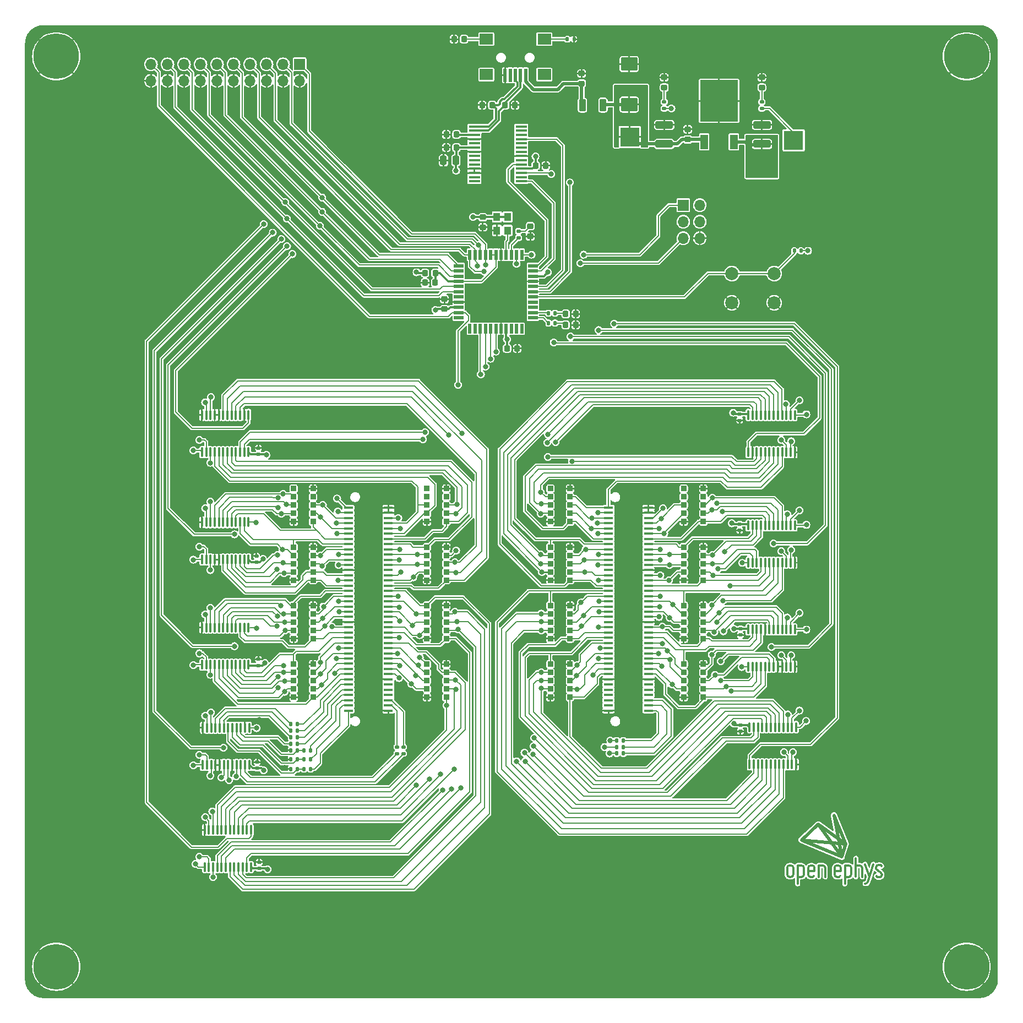
<source format=gbr>
%TF.GenerationSoftware,KiCad,Pcbnew,(6.0.0)*%
%TF.CreationDate,2022-10-06T12:47:50-04:00*%
%TF.ProjectId,ecp5u85-bse-usb_io-tester,65637035-7538-4352-9d62-73652d757362,A*%
%TF.SameCoordinates,Original*%
%TF.FileFunction,Copper,L1,Top*%
%TF.FilePolarity,Positive*%
%FSLAX46Y46*%
G04 Gerber Fmt 4.6, Leading zero omitted, Abs format (unit mm)*
G04 Created by KiCad (PCBNEW (6.0.0)) date 2022-10-06 12:47:50*
%MOMM*%
%LPD*%
G01*
G04 APERTURE LIST*
G04 Aperture macros list*
%AMRoundRect*
0 Rectangle with rounded corners*
0 $1 Rounding radius*
0 $2 $3 $4 $5 $6 $7 $8 $9 X,Y pos of 4 corners*
0 Add a 4 corners polygon primitive as box body*
4,1,4,$2,$3,$4,$5,$6,$7,$8,$9,$2,$3,0*
0 Add four circle primitives for the rounded corners*
1,1,$1+$1,$2,$3*
1,1,$1+$1,$4,$5*
1,1,$1+$1,$6,$7*
1,1,$1+$1,$8,$9*
0 Add four rect primitives between the rounded corners*
20,1,$1+$1,$2,$3,$4,$5,0*
20,1,$1+$1,$4,$5,$6,$7,0*
20,1,$1+$1,$6,$7,$8,$9,0*
20,1,$1+$1,$8,$9,$2,$3,0*%
G04 Aperture macros list end*
%TA.AperFunction,EtchedComponent*%
%ADD10C,0.360000*%
%TD*%
%TA.AperFunction,EtchedComponent*%
%ADD11C,0.550000*%
%TD*%
%TA.AperFunction,SMDPad,CuDef*%
%ADD12RoundRect,0.250000X1.025000X-0.787500X1.025000X0.787500X-1.025000X0.787500X-1.025000X-0.787500X0*%
%TD*%
%TA.AperFunction,SMDPad,CuDef*%
%ADD13RoundRect,0.250000X-0.275000X-0.700000X0.275000X-0.700000X0.275000X0.700000X-0.275000X0.700000X0*%
%TD*%
%TA.AperFunction,SMDPad,CuDef*%
%ADD14R,1.500000X0.550000*%
%TD*%
%TA.AperFunction,SMDPad,CuDef*%
%ADD15R,0.550000X1.500000*%
%TD*%
%TA.AperFunction,SMDPad,CuDef*%
%ADD16RoundRect,0.140000X0.170000X-0.140000X0.170000X0.140000X-0.170000X0.140000X-0.170000X-0.140000X0*%
%TD*%
%TA.AperFunction,SMDPad,CuDef*%
%ADD17RoundRect,0.218750X-0.256250X0.218750X-0.256250X-0.218750X0.256250X-0.218750X0.256250X0.218750X0*%
%TD*%
%TA.AperFunction,SMDPad,CuDef*%
%ADD18RoundRect,0.100000X-0.100000X0.637500X-0.100000X-0.637500X0.100000X-0.637500X0.100000X0.637500X0*%
%TD*%
%TA.AperFunction,SMDPad,CuDef*%
%ADD19RoundRect,0.135000X-0.185000X0.135000X-0.185000X-0.135000X0.185000X-0.135000X0.185000X0.135000X0*%
%TD*%
%TA.AperFunction,SMDPad,CuDef*%
%ADD20RoundRect,0.225000X-0.225000X0.225000X-0.225000X-0.225000X0.225000X-0.225000X0.225000X0.225000X0*%
%TD*%
%TA.AperFunction,ComponentPad*%
%ADD21C,2.000000*%
%TD*%
%TA.AperFunction,SMDPad,CuDef*%
%ADD22RoundRect,0.135000X-0.135000X-0.185000X0.135000X-0.185000X0.135000X0.185000X-0.135000X0.185000X0*%
%TD*%
%TA.AperFunction,ComponentPad*%
%ADD23R,1.700000X1.700000*%
%TD*%
%TA.AperFunction,ComponentPad*%
%ADD24O,1.700000X1.700000*%
%TD*%
%TA.AperFunction,SMDPad,CuDef*%
%ADD25RoundRect,0.135000X0.135000X0.185000X-0.135000X0.185000X-0.135000X-0.185000X0.135000X-0.185000X0*%
%TD*%
%TA.AperFunction,ComponentPad*%
%ADD26C,7.000000*%
%TD*%
%TA.AperFunction,SMDPad,CuDef*%
%ADD27RoundRect,0.100000X0.100000X-0.637500X0.100000X0.637500X-0.100000X0.637500X-0.100000X-0.637500X0*%
%TD*%
%TA.AperFunction,SMDPad,CuDef*%
%ADD28RoundRect,0.140000X-0.170000X0.140000X-0.170000X-0.140000X0.170000X-0.140000X0.170000X0.140000X0*%
%TD*%
%TA.AperFunction,SMDPad,CuDef*%
%ADD29RoundRect,0.225000X0.250000X-0.225000X0.250000X0.225000X-0.250000X0.225000X-0.250000X-0.225000X0*%
%TD*%
%TA.AperFunction,SMDPad,CuDef*%
%ADD30R,1.450000X0.457000*%
%TD*%
%TA.AperFunction,SMDPad,CuDef*%
%ADD31RoundRect,0.225000X-0.225000X-0.250000X0.225000X-0.250000X0.225000X0.250000X-0.225000X0.250000X0*%
%TD*%
%TA.AperFunction,SMDPad,CuDef*%
%ADD32RoundRect,0.218750X0.218750X0.256250X-0.218750X0.256250X-0.218750X-0.256250X0.218750X-0.256250X0*%
%TD*%
%TA.AperFunction,SMDPad,CuDef*%
%ADD33RoundRect,0.225000X0.225000X0.250000X-0.225000X0.250000X-0.225000X-0.250000X0.225000X-0.250000X0*%
%TD*%
%TA.AperFunction,SMDPad,CuDef*%
%ADD34R,1.100000X1.300000*%
%TD*%
%TA.AperFunction,SMDPad,CuDef*%
%ADD35R,1.200000X2.200000*%
%TD*%
%TA.AperFunction,SMDPad,CuDef*%
%ADD36R,5.800000X6.400000*%
%TD*%
%TA.AperFunction,SMDPad,CuDef*%
%ADD37RoundRect,0.225000X-0.250000X0.225000X-0.250000X-0.225000X0.250000X-0.225000X0.250000X0.225000X0*%
%TD*%
%TA.AperFunction,SMDPad,CuDef*%
%ADD38RoundRect,0.218750X0.256250X-0.218750X0.256250X0.218750X-0.256250X0.218750X-0.256250X-0.218750X0*%
%TD*%
%TA.AperFunction,SMDPad,CuDef*%
%ADD39R,1.750000X0.450000*%
%TD*%
%TA.AperFunction,SMDPad,CuDef*%
%ADD40RoundRect,0.250000X1.100000X-0.325000X1.100000X0.325000X-1.100000X0.325000X-1.100000X-0.325000X0*%
%TD*%
%TA.AperFunction,SMDPad,CuDef*%
%ADD41R,0.500000X2.000000*%
%TD*%
%TA.AperFunction,SMDPad,CuDef*%
%ADD42R,2.000000X1.700000*%
%TD*%
%TA.AperFunction,ComponentPad*%
%ADD43R,3.000000X3.000000*%
%TD*%
%TA.AperFunction,SMDPad,CuDef*%
%ADD44RoundRect,0.250000X0.250000X0.475000X-0.250000X0.475000X-0.250000X-0.475000X0.250000X-0.475000X0*%
%TD*%
%TA.AperFunction,ViaPad*%
%ADD45C,0.800000*%
%TD*%
%TA.AperFunction,Conductor*%
%ADD46C,0.200000*%
%TD*%
%TA.AperFunction,Conductor*%
%ADD47C,0.300000*%
%TD*%
%TA.AperFunction,Conductor*%
%ADD48C,0.500000*%
%TD*%
%TA.AperFunction,Conductor*%
%ADD49C,0.250000*%
%TD*%
G04 APERTURE END LIST*
D10*
%TO.C,*%
X287380000Y-192240000D02*
X288040000Y-194160000D01*
X289880000Y-192440000D02*
X289920000Y-192500000D01*
X279000000Y-194180000D02*
X279360000Y-194180000D01*
D11*
X282600000Y-184700000D02*
X284400000Y-189100000D01*
D10*
X284880000Y-192420000D02*
X284280000Y-192420000D01*
X286940000Y-194180000D02*
X286920000Y-192780000D01*
X287480000Y-195220000D02*
X287380000Y-195220000D01*
X286560000Y-192420000D02*
X286100000Y-192420000D01*
X282680000Y-192780000D02*
X282680000Y-193820000D01*
D11*
X277600000Y-188500000D02*
X284400000Y-189100000D01*
D10*
X277020000Y-194200000D02*
X277020000Y-195240000D01*
X278640000Y-192780000D02*
X278640000Y-193820000D01*
X281240000Y-194180000D02*
X281240000Y-192780000D01*
X289100000Y-192920000D02*
X289180000Y-193040000D01*
X289080000Y-192720000D02*
X289080000Y-192820000D01*
D11*
X283800000Y-191100000D02*
X284400000Y-189100000D01*
D10*
X289760000Y-193480000D02*
X289440000Y-193240000D01*
X276350000Y-193820000D02*
X276350000Y-192780000D01*
X289780000Y-192380000D02*
X289880000Y-192440000D01*
X278760000Y-193300000D02*
X279600000Y-193300000D01*
D11*
X283800000Y-191100000D02*
X282600000Y-184700000D01*
D10*
X279600000Y-192820000D02*
X279600000Y-193300000D01*
X287800000Y-194980000D02*
X287660000Y-195180000D01*
X277020000Y-192420000D02*
X277020000Y-194180000D01*
X289680000Y-192340000D02*
X289440000Y-192340000D01*
X277620000Y-192420000D02*
X277020000Y-192420000D01*
X289260000Y-194200000D02*
X289160000Y-194140000D01*
X289940000Y-193660000D02*
X289760000Y-193480000D01*
X280280000Y-192420000D02*
X280280000Y-194180000D01*
X283280000Y-192420000D02*
X283040000Y-192420000D01*
X279240000Y-192420000D02*
X279000000Y-192420000D01*
X289700000Y-192340000D02*
X289780000Y-192380000D01*
X287660000Y-195180000D02*
X287480000Y-195220000D01*
D11*
X280200000Y-186100000D02*
X283800000Y-191100000D01*
D10*
X277980000Y-193820000D02*
X277980000Y-192780000D01*
X282800000Y-193300000D02*
X283640000Y-193300000D01*
X289340000Y-194240000D02*
X289260000Y-194200000D01*
D11*
X284400000Y-189100000D02*
X280200000Y-186100000D01*
D10*
X277020000Y-194180000D02*
X277620000Y-194180000D01*
X285240000Y-193820000D02*
X285240000Y-192780000D01*
X289920000Y-192500000D02*
X289920000Y-192540000D01*
X289180000Y-193040000D02*
X289500000Y-193280000D01*
D11*
X277600000Y-188500000D02*
X280200000Y-186100000D01*
D10*
X289960000Y-193860000D02*
X289960000Y-193760000D01*
X285960000Y-194160000D02*
X285960000Y-191320000D01*
X280880000Y-192420000D02*
X280280000Y-192420000D01*
X289960000Y-193760000D02*
X289940000Y-193660000D01*
X289360000Y-194240000D02*
X289600000Y-194240000D01*
X284280000Y-194200000D02*
X284280000Y-195240000D01*
X283640000Y-192820000D02*
X283640000Y-193300000D01*
X289160000Y-194140000D02*
X289120000Y-194080000D01*
X275820000Y-194180000D02*
X275940000Y-194180000D01*
D11*
X283800000Y-191100000D02*
X277600000Y-188500000D01*
D10*
X284280000Y-192420000D02*
X284280000Y-194180000D01*
X288660000Y-192240000D02*
X287820000Y-194940000D01*
X283040000Y-194180000D02*
X283400000Y-194180000D01*
X289080000Y-192820000D02*
X289100000Y-192920000D01*
X284280000Y-194180000D02*
X284880000Y-194180000D01*
X289120000Y-194080000D02*
X289120000Y-194040000D01*
X275790000Y-192420000D02*
X276000000Y-192420000D01*
X275400000Y-192780000D02*
X275400000Y-193820000D01*
X285240000Y-192780000D02*
G75*
G03*
X284880000Y-192420000I-360002J-2D01*
G01*
X279600000Y-192780000D02*
G75*
G03*
X279240000Y-192420000I-360002J-2D01*
G01*
X277620000Y-194180000D02*
G75*
G03*
X277980000Y-193820000I-2J360002D01*
G01*
X289440000Y-192340000D02*
G75*
G03*
X289080000Y-192700000I2J-360002D01*
G01*
X275760000Y-192420000D02*
G75*
G03*
X275400000Y-192780000I2J-360002D01*
G01*
X286920000Y-192780000D02*
G75*
G03*
X286560000Y-192420000I-360002J-2D01*
G01*
X289600000Y-194240000D02*
G75*
G03*
X289960000Y-193880000I-2J360002D01*
G01*
X284880000Y-194180000D02*
G75*
G03*
X285240000Y-193820000I-2J360002D01*
G01*
X279360000Y-194180000D02*
G75*
G03*
X279500000Y-194040000I0J140000D01*
G01*
X275990000Y-194180000D02*
G75*
G03*
X276350000Y-193820000I-2J360002D01*
G01*
X275400000Y-193820000D02*
G75*
G03*
X275760000Y-194180000I360002J2D01*
G01*
X283040000Y-192420000D02*
G75*
G03*
X282680000Y-192780000I2J-360002D01*
G01*
X283400000Y-194180000D02*
G75*
G03*
X283540000Y-194040000I0J140000D01*
G01*
X277980000Y-192780000D02*
G75*
G03*
X277620000Y-192420000I-360002J-2D01*
G01*
X279000000Y-192420000D02*
G75*
G03*
X278640000Y-192780000I2J-360002D01*
G01*
X278640000Y-193820000D02*
G75*
G03*
X279000000Y-194180000I360002J2D01*
G01*
X283640000Y-192780000D02*
G75*
G03*
X283280000Y-192420000I-360002J-2D01*
G01*
X282680000Y-193820000D02*
G75*
G03*
X283040000Y-194180000I360002J2D01*
G01*
X281240000Y-192780000D02*
G75*
G03*
X280880000Y-192420000I-360002J-2D01*
G01*
X276350000Y-192780000D02*
G75*
G03*
X275990000Y-192420000I-360002J-2D01*
G01*
%TD*%
D12*
%TO.P,C15,1*%
%TO.N,+5V*%
X251100000Y-75412500D03*
%TO.P,C15,2*%
%TO.N,GND*%
X251100000Y-69187500D03*
%TD*%
D13*
%TO.P,FB2,1*%
%TO.N,VBUS*%
X243925000Y-75500000D03*
%TO.P,FB2,2*%
%TO.N,+5V*%
X247075000Y-75500000D03*
%TD*%
D14*
%TO.P,U6,1,PA5*%
%TO.N,/Test_{4}*%
X224900000Y-100200000D03*
%TO.P,U6,2,PA6*%
%TO.N,/Test_{5}*%
X224900000Y-101000000D03*
%TO.P,U6,3,PA7*%
%TO.N,/Test_{6}*%
X224900000Y-101800000D03*
%TO.P,U6,4,AREFB/PB0*%
%TO.N,+3.3VA*%
X224900000Y-102600000D03*
%TO.P,U6,5,PB1*%
%TO.N,/Test_{7}*%
X224900000Y-103400000D03*
%TO.P,U6,6,PB2*%
%TO.N,/Test_{Power}*%
X224900000Y-104200000D03*
%TO.P,U6,7,PB3*%
%TO.N,unconnected-(U6-Pad7)*%
X224900000Y-105000000D03*
%TO.P,U6,8,GND*%
%TO.N,GND*%
X224900000Y-105800000D03*
%TO.P,U6,9,VCC*%
%TO.N,+3V3*%
X224900000Y-106600000D03*
%TO.P,U6,10,PC0*%
%TO.N,/TestClock*%
X224900000Y-107400000D03*
%TO.P,U6,11,PC1*%
%TO.N,unconnected-(U6-Pad11)*%
X224900000Y-108200000D03*
D15*
%TO.P,U6,12,PC2*%
%TO.N,unconnected-(U6-Pad12)*%
X226600000Y-109900000D03*
%TO.P,U6,13,PC3*%
%TO.N,unconnected-(U6-Pad13)*%
X227400000Y-109900000D03*
%TO.P,U6,14,PC4*%
%TO.N,/A_{0}*%
X228200000Y-109900000D03*
%TO.P,U6,15,PC5*%
%TO.N,/A_{1}*%
X229000000Y-109900000D03*
%TO.P,U6,16,PC6*%
%TO.N,/A_{2}*%
X229800000Y-109900000D03*
%TO.P,U6,17,PC7*%
%TO.N,/A_{3}*%
X230600000Y-109900000D03*
%TO.P,U6,18,GND*%
%TO.N,GND*%
X231400000Y-109900000D03*
%TO.P,U6,19,VCC*%
%TO.N,+3V3*%
X232200000Y-109900000D03*
%TO.P,U6,20,PD0*%
%TO.N,unconnected-(U6-Pad20)*%
X233000000Y-109900000D03*
%TO.P,U6,21,PD1*%
%TO.N,unconnected-(U6-Pad21)*%
X233800000Y-109900000D03*
%TO.P,U6,22,PD2*%
%TO.N,unconnected-(U6-Pad22)*%
X234600000Y-109900000D03*
D14*
%TO.P,U6,23,PD3*%
%TO.N,Net-(R9-Pad2)*%
X236300000Y-108200000D03*
%TO.P,U6,24,PD4*%
%TO.N,Net-(R10-Pad2)*%
X236300000Y-107400000D03*
%TO.P,U6,25,PD5*%
%TO.N,unconnected-(U6-Pad25)*%
X236300000Y-106600000D03*
%TO.P,U6,26,PD6*%
%TO.N,unconnected-(U6-Pad26)*%
X236300000Y-105800000D03*
%TO.P,U6,27,PD7*%
%TO.N,Net-(R20-Pad1)*%
X236300000Y-105000000D03*
%TO.P,U6,28,PE0*%
%TO.N,/RTS*%
X236300000Y-104200000D03*
%TO.P,U6,29,PE1*%
%TO.N,/CTS*%
X236300000Y-103400000D03*
%TO.P,U6,30,GND*%
%TO.N,GND*%
X236300000Y-102600000D03*
%TO.P,U6,31,VCC*%
%TO.N,+3V3*%
X236300000Y-101800000D03*
%TO.P,U6,32,PE2*%
%TO.N,/TX*%
X236300000Y-101000000D03*
%TO.P,U6,33,PE3*%
%TO.N,/RX*%
X236300000Y-100200000D03*
D15*
%TO.P,U6,34,PDI_DATA*%
%TO.N,/PDI_DATA*%
X234600000Y-98500000D03*
%TO.P,U6,35,~{RESET}/PDI_CLK*%
%TO.N,/PDI_CLK*%
X233800000Y-98500000D03*
%TO.P,U6,36,PR0/XTAL2*%
%TO.N,Net-(R12-Pad2)*%
X233000000Y-98500000D03*
%TO.P,U6,37,PR1/XTAL1*%
%TO.N,Net-(U13-Pad3)*%
X232200000Y-98500000D03*
%TO.P,U6,38,GND*%
%TO.N,GND*%
X231400000Y-98500000D03*
%TO.P,U6,39,AVCC*%
%TO.N,+3.3VA*%
X230600000Y-98500000D03*
%TO.P,U6,40,AREFA/PA0*%
X229800000Y-98500000D03*
%TO.P,U6,41,PA1*%
%TO.N,/Test_{0}*%
X229000000Y-98500000D03*
%TO.P,U6,42,PA2*%
%TO.N,/Test_{1}*%
X228200000Y-98500000D03*
%TO.P,U6,43,PA3*%
%TO.N,/Test_{2}*%
X227400000Y-98500000D03*
%TO.P,U6,44,PA4*%
%TO.N,/Test_{3}*%
X226600000Y-98500000D03*
%TD*%
D16*
%TO.P,C6,1*%
%TO.N,+5V*%
X194100000Y-129180000D03*
%TO.P,C6,2*%
%TO.N,GND*%
X194100000Y-128220000D03*
%TD*%
D17*
%TO.P,D1,1,K*%
%TO.N,GND*%
X256500000Y-71212500D03*
%TO.P,D1,2,A*%
%TO.N,Net-(D1-Pad2)*%
X256500000Y-72787500D03*
%TD*%
D18*
%TO.P,U5,1,COM*%
%TO.N,/Test_{5}*%
X192575000Y-139637500D03*
%TO.P,U5,2,I7*%
%TO.N,/D2IO2-*%
X191925000Y-139637500D03*
%TO.P,U5,3,I6*%
%TO.N,/D2IO1-*%
X191275000Y-139637500D03*
%TO.P,U5,4,I5*%
%TO.N,/D2IO8+*%
X190625000Y-139637500D03*
%TO.P,U5,5,I4*%
%TO.N,/D2IO8-*%
X189975000Y-139637500D03*
%TO.P,U5,6,I3*%
%TO.N,/D3IO2+*%
X189325000Y-139637500D03*
%TO.P,U5,7,I2*%
%TO.N,/D3IO2-*%
X188675000Y-139637500D03*
%TO.P,U5,8,I1*%
%TO.N,/D3IO7-*%
X188025000Y-139637500D03*
%TO.P,U5,9,I0*%
%TO.N,/D3IO6+*%
X187375000Y-139637500D03*
%TO.P,U5,10,S0*%
%TO.N,/A_{0}*%
X186725000Y-139637500D03*
%TO.P,U5,11,S1*%
%TO.N,/A_{1}*%
X186075000Y-139637500D03*
%TO.P,U5,12,GND*%
%TO.N,GND*%
X185425000Y-139637500D03*
%TO.P,U5,13,S3*%
%TO.N,/A_{3}*%
X185425000Y-145362500D03*
%TO.P,U5,14,S2*%
%TO.N,/A_{2}*%
X186075000Y-145362500D03*
%TO.P,U5,15,~{E}*%
%TO.N,+5V*%
X186725000Y-145362500D03*
%TO.P,U5,16,I15*%
%TO.N,GND*%
X187375000Y-145362500D03*
%TO.P,U5,17,I14*%
X188025000Y-145362500D03*
%TO.P,U5,18,I13*%
%TO.N,/D3IO4+*%
X188675000Y-145362500D03*
%TO.P,U5,19,I12*%
%TO.N,/D2IO0+*%
X189325000Y-145362500D03*
%TO.P,U5,20,I11*%
%TO.N,/D3IO4-*%
X189975000Y-145362500D03*
%TO.P,U5,21,I10*%
%TO.N,/D2IO1+*%
X190625000Y-145362500D03*
%TO.P,U5,22,I9*%
%TO.N,/D2IO0-*%
X191275000Y-145362500D03*
%TO.P,U5,23,I8*%
%TO.N,/D2IO2+*%
X191925000Y-145362500D03*
%TO.P,U5,24,VCC*%
%TO.N,+5V*%
X192575000Y-145362500D03*
%TD*%
D19*
%TO.P,R2,1*%
%TO.N,Net-(J1-Pad6)*%
X216400000Y-174190000D03*
%TO.P,R2,2*%
%TO.N,/J1-6_RAMVDD*%
X216400000Y-175210000D03*
%TD*%
D20*
%TO.P,RN11,1,common*%
%TO.N,GND*%
X262500000Y-161460000D03*
%TO.P,RN11,2,R1*%
%TO.N,/D6IO5-*%
X259500000Y-161460000D03*
%TO.P,RN11,3,R2*%
%TO.N,/D6IO5+*%
X262500000Y-162730000D03*
%TO.P,RN11,4,R3*%
%TO.N,/D6IO3-*%
X259500000Y-162730000D03*
%TO.P,RN11,5,R4*%
%TO.N,/D6IO3+*%
X262500000Y-164000000D03*
%TO.P,RN11,6,R5*%
%TO.N,/D6IO1-*%
X259500000Y-164000000D03*
%TO.P,RN11,7,R6*%
%TO.N,/D6IO1+*%
X262500000Y-165270000D03*
%TO.P,RN11,8,R7*%
%TO.N,/D6IO0-*%
X259500000Y-165270000D03*
%TO.P,RN11,9,R8*%
%TO.N,/D6IO0+*%
X262500000Y-166540000D03*
%TO.P,RN11,10,common*%
%TO.N,GND*%
X259500000Y-166540000D03*
%TD*%
D21*
%TO.P,SW1,1,1*%
%TO.N,Net-(R20-Pad1)*%
X273400000Y-101400000D03*
X266900000Y-101400000D03*
%TO.P,SW1,2,2*%
%TO.N,GND*%
X273400000Y-105900000D03*
X266900000Y-105900000D03*
%TD*%
D22*
%TO.P,R5,1*%
%TO.N,/J1-11_3.3V*%
X199090000Y-171700000D03*
%TO.P,R5,2*%
%TO.N,Net-(J1-Pad11)*%
X200110000Y-171700000D03*
%TD*%
D23*
%TO.P,J5,1,Pin_1*%
%TO.N,/Test_{0}*%
X200425000Y-69225000D03*
D24*
%TO.P,J5,2,Pin_2*%
%TO.N,GND*%
X200425000Y-71765000D03*
%TO.P,J5,3,Pin_3*%
%TO.N,/Test_{1}*%
X197885000Y-69225000D03*
%TO.P,J5,4,Pin_4*%
%TO.N,GND*%
X197885000Y-71765000D03*
%TO.P,J5,5,Pin_5*%
%TO.N,/Test_{2}*%
X195345000Y-69225000D03*
%TO.P,J5,6,Pin_6*%
%TO.N,GND*%
X195345000Y-71765000D03*
%TO.P,J5,7,Pin_7*%
%TO.N,/Test_{3}*%
X192805000Y-69225000D03*
%TO.P,J5,8,Pin_8*%
%TO.N,GND*%
X192805000Y-71765000D03*
%TO.P,J5,9,Pin_9*%
%TO.N,/Test_{4}*%
X190265000Y-69225000D03*
%TO.P,J5,10,Pin_10*%
%TO.N,GND*%
X190265000Y-71765000D03*
%TO.P,J5,11,Pin_11*%
%TO.N,/Test_{5}*%
X187725000Y-69225000D03*
%TO.P,J5,12,Pin_12*%
%TO.N,GND*%
X187725000Y-71765000D03*
%TO.P,J5,13,Pin_13*%
%TO.N,/Test_{6}*%
X185185000Y-69225000D03*
%TO.P,J5,14,Pin_14*%
%TO.N,GND*%
X185185000Y-71765000D03*
%TO.P,J5,15,Pin_15*%
%TO.N,/Test_{7}*%
X182645000Y-69225000D03*
%TO.P,J5,16,Pin_16*%
%TO.N,GND*%
X182645000Y-71765000D03*
%TO.P,J5,17,Pin_17*%
%TO.N,/Test_{Power}*%
X180105000Y-69225000D03*
%TO.P,J5,18,Pin_18*%
%TO.N,GND*%
X180105000Y-71765000D03*
%TO.P,J5,19,Pin_19*%
%TO.N,/TestClock*%
X177565000Y-69225000D03*
%TO.P,J5,20,Pin_20*%
%TO.N,GND*%
X177565000Y-71765000D03*
%TD*%
D22*
%TO.P,R17,1*%
%TO.N,GND*%
X199080000Y-174700000D03*
%TO.P,R17,2*%
%TO.N,/J1-5_5V*%
X200100000Y-174700000D03*
%TD*%
D25*
%TO.P,R19,1*%
%TO.N,GND*%
X242620000Y-65350000D03*
%TO.P,R19,2*%
%TO.N,Net-(C22-Pad1)*%
X241600000Y-65350000D03*
%TD*%
D26*
%TO.P,H3,1,1*%
%TO.N,GND*%
X163000000Y-68000000D03*
%TD*%
D19*
%TO.P,R1,1*%
%TO.N,Net-(J1-Pad4)*%
X215400000Y-174190000D03*
%TO.P,R1,2*%
%TO.N,/J1-4_RAMVDD*%
X215400000Y-175210000D03*
%TD*%
D27*
%TO.P,U7,1,COM*%
%TO.N,/Test_{3}*%
X269425000Y-161862500D03*
%TO.P,U7,2,I7*%
%TO.N,/D6IO1-*%
X270075000Y-161862500D03*
%TO.P,U7,3,I6*%
%TO.N,/D6IO1+*%
X270725000Y-161862500D03*
%TO.P,U7,4,I5*%
%TO.N,/D6IO0-*%
X271375000Y-161862500D03*
%TO.P,U7,5,I4*%
%TO.N,/D6IO0+*%
X272025000Y-161862500D03*
%TO.P,U7,6,I3*%
%TO.N,/D6IO3+*%
X272675000Y-161862500D03*
%TO.P,U7,7,I2*%
%TO.N,/D6IO3-*%
X273325000Y-161862500D03*
%TO.P,U7,8,I1*%
%TO.N,GND*%
X273975000Y-161862500D03*
%TO.P,U7,9,I0*%
X274625000Y-161862500D03*
%TO.P,U7,10,S0*%
%TO.N,/A_{0}*%
X275275000Y-161862500D03*
%TO.P,U7,11,S1*%
%TO.N,/A_{1}*%
X275925000Y-161862500D03*
%TO.P,U7,12,GND*%
%TO.N,GND*%
X276575000Y-161862500D03*
%TO.P,U7,13,S3*%
%TO.N,/A_{3}*%
X276575000Y-156137500D03*
%TO.P,U7,14,S2*%
%TO.N,/A_{2}*%
X275925000Y-156137500D03*
%TO.P,U7,15,~{E}*%
%TO.N,+5V*%
X275275000Y-156137500D03*
%TO.P,U7,16,I15*%
%TO.N,/D6IO6+*%
X274625000Y-156137500D03*
%TO.P,U7,17,I14*%
%TO.N,/D6IO2-*%
X273975000Y-156137500D03*
%TO.P,U7,18,I13*%
%TO.N,/D6IO2+*%
X273325000Y-156137500D03*
%TO.P,U7,19,I12*%
%TO.N,/D6IO4-*%
X272675000Y-156137500D03*
%TO.P,U7,20,I11*%
%TO.N,GND*%
X272025000Y-156137500D03*
%TO.P,U7,21,I10*%
%TO.N,/D6IO5+*%
X271375000Y-156137500D03*
%TO.P,U7,22,I9*%
%TO.N,/D6IO5-*%
X270725000Y-156137500D03*
%TO.P,U7,23,I8*%
%TO.N,/D6IO4+*%
X270075000Y-156137500D03*
%TO.P,U7,24,VCC*%
%TO.N,+5V*%
X269425000Y-156137500D03*
%TD*%
D20*
%TO.P,RN16,1,common*%
%TO.N,GND*%
X262500000Y-134460000D03*
%TO.P,RN16,2,R1*%
%TO.N,unconnected-(RN16-Pad2)*%
X259500000Y-134460000D03*
%TO.P,RN16,3,R2*%
%TO.N,unconnected-(RN16-Pad3)*%
X262500000Y-135730000D03*
%TO.P,RN16,4,R3*%
%TO.N,unconnected-(RN16-Pad4)*%
X259500000Y-135730000D03*
%TO.P,RN16,5,R4*%
%TO.N,/S82*%
X262500000Y-137000000D03*
%TO.P,RN16,6,R5*%
%TO.N,/S110*%
X259500000Y-137000000D03*
%TO.P,RN16,7,R6*%
%TO.N,/S16*%
X262500000Y-138270000D03*
%TO.P,RN16,8,R7*%
%TO.N,/S80*%
X259500000Y-138270000D03*
%TO.P,RN16,9,R8*%
%TO.N,/S18*%
X262500000Y-139540000D03*
%TO.P,RN16,10,common*%
%TO.N,GND*%
X259500000Y-139540000D03*
%TD*%
D23*
%TO.P,J4,1,Pin_1*%
%TO.N,/PDI_DATA*%
X259425000Y-90875000D03*
D24*
%TO.P,J4,2,Pin_2*%
%TO.N,+3V3*%
X261965000Y-90875000D03*
%TO.P,J4,3,Pin_3*%
%TO.N,unconnected-(J4-Pad3)*%
X259425000Y-93415000D03*
%TO.P,J4,4,Pin_4*%
%TO.N,unconnected-(J4-Pad4)*%
X261965000Y-93415000D03*
%TO.P,J4,5,Pin_5*%
%TO.N,/PDI_CLK*%
X259425000Y-95955000D03*
%TO.P,J4,6,Pin_6*%
%TO.N,GND*%
X261965000Y-95955000D03*
%TD*%
D28*
%TO.P,C10,1*%
%TO.N,+5V*%
X268200000Y-170820000D03*
%TO.P,C10,2*%
%TO.N,GND*%
X268200000Y-171780000D03*
%TD*%
D18*
%TO.P,U4,1,COM*%
%TO.N,/Test_{6}*%
X192575000Y-123137500D03*
%TO.P,U4,2,I7*%
%TO.N,GND*%
X191925000Y-123137500D03*
%TO.P,U4,3,I6*%
%TO.N,/D2IO5+*%
X191275000Y-123137500D03*
%TO.P,U4,4,I5*%
%TO.N,/D2IO3-*%
X190625000Y-123137500D03*
%TO.P,U4,5,I4*%
%TO.N,/D2IO3+*%
X189975000Y-123137500D03*
%TO.P,U4,6,I3*%
%TO.N,/D3IO5-*%
X189325000Y-123137500D03*
%TO.P,U4,7,I2*%
%TO.N,/D3IO5+*%
X188675000Y-123137500D03*
%TO.P,U4,8,I1*%
%TO.N,GND*%
X188025000Y-123137500D03*
%TO.P,U4,9,I0*%
X187375000Y-123137500D03*
%TO.P,U4,10,S0*%
%TO.N,/A_{0}*%
X186725000Y-123137500D03*
%TO.P,U4,11,S1*%
%TO.N,/A_{1}*%
X186075000Y-123137500D03*
%TO.P,U4,12,GND*%
%TO.N,GND*%
X185425000Y-123137500D03*
%TO.P,U4,13,S3*%
%TO.N,/A_{3}*%
X185425000Y-128862500D03*
%TO.P,U4,14,S2*%
%TO.N,/A_{2}*%
X186075000Y-128862500D03*
%TO.P,U4,15,~{E}*%
%TO.N,+5V*%
X186725000Y-128862500D03*
%TO.P,U4,16,I15*%
%TO.N,/D3I7-*%
X187375000Y-128862500D03*
%TO.P,U4,17,I14*%
%TO.N,/D3IO3-*%
X188025000Y-128862500D03*
%TO.P,U4,18,I13*%
%TO.N,/D3IO7+*%
X188675000Y-128862500D03*
%TO.P,U4,19,I12*%
%TO.N,/D3I7+*%
X189325000Y-128862500D03*
%TO.P,U4,20,I11*%
%TO.N,/D3IO3+*%
X189975000Y-128862500D03*
%TO.P,U4,21,I10*%
%TO.N,/D3IO1-*%
X190625000Y-128862500D03*
%TO.P,U4,22,I9*%
%TO.N,/D2IO5-*%
X191275000Y-128862500D03*
%TO.P,U4,23,I8*%
%TO.N,/D3IO1+*%
X191925000Y-128862500D03*
%TO.P,U4,24,VCC*%
%TO.N,+5V*%
X192575000Y-128862500D03*
%TD*%
D29*
%TO.P,C4,1*%
%TO.N,+5V*%
X260100000Y-80775000D03*
%TO.P,C4,2*%
%TO.N,GND*%
X260100000Y-79225000D03*
%TD*%
D30*
%TO.P,J3,1,Pin_1*%
%TO.N,GND*%
X247914000Y-168600000D03*
%TO.P,J3,2,Pin_2*%
%TO.N,Net-(J3-Pad2)*%
X254086000Y-168600000D03*
%TO.P,J3,3,Pin_3*%
%TO.N,unconnected-(J3-Pad3)*%
X247914000Y-167800000D03*
%TO.P,J3,4,Pin_4*%
%TO.N,Net-(J3-Pad4)*%
X254086000Y-167800000D03*
%TO.P,J3,5,Pin_5*%
%TO.N,unconnected-(J3-Pad5)*%
X247914000Y-167000000D03*
%TO.P,J3,6,Pin_6*%
%TO.N,Net-(J3-Pad6)*%
X254086000Y-167000000D03*
%TO.P,J3,7,Pin_7*%
%TO.N,unconnected-(J3-Pad7)*%
X247914000Y-166200000D03*
%TO.P,J3,8,Pin_8*%
%TO.N,unconnected-(J3-Pad8)*%
X254086000Y-166200000D03*
%TO.P,J3,9,Pin_9*%
%TO.N,unconnected-(J3-Pad9)*%
X247914000Y-165400000D03*
%TO.P,J3,10,Pin_10*%
%TO.N,unconnected-(J3-Pad10)*%
X254086000Y-165400000D03*
%TO.P,J3,11,Pin_11*%
%TO.N,unconnected-(J3-Pad11)*%
X247914000Y-164600000D03*
%TO.P,J3,12,Pin_12*%
%TO.N,unconnected-(J3-Pad12)*%
X254086000Y-164600000D03*
%TO.P,J3,13,Pin_13*%
%TO.N,GND*%
X247914000Y-163800000D03*
%TO.P,J3,14,Pin_14*%
X254086000Y-163800000D03*
%TO.P,J3,15,Pin_15*%
%TO.N,/D6I1+*%
X247914000Y-163000000D03*
%TO.P,J3,16,Pin_16*%
%TO.N,/D6IO0+*%
X254086000Y-163000000D03*
%TO.P,J3,17,Pin_17*%
%TO.N,/D6I1-*%
X247914000Y-162200000D03*
%TO.P,J3,18,Pin_18*%
%TO.N,/D6IO0-*%
X254086000Y-162200000D03*
%TO.P,J3,19,Pin_19*%
%TO.N,/D6I2+*%
X247914000Y-161400000D03*
%TO.P,J3,20,Pin_20*%
%TO.N,/D6IO1+*%
X254086000Y-161400000D03*
%TO.P,J3,21,Pin_21*%
%TO.N,/D6I2-*%
X247914000Y-160600000D03*
%TO.P,J3,22,Pin_22*%
%TO.N,/D6IO1-*%
X254086000Y-160600000D03*
%TO.P,J3,23,Pin_23*%
%TO.N,/D6I5+*%
X247914000Y-159800000D03*
%TO.P,J3,24,Pin_24*%
%TO.N,/D6IO3+*%
X254086000Y-159800000D03*
%TO.P,J3,25,Pin_25*%
%TO.N,/D6I5-*%
X247914000Y-159000000D03*
%TO.P,J3,26,Pin_26*%
%TO.N,/D6IO3-*%
X254086000Y-159000000D03*
%TO.P,J3,27,Pin_27*%
%TO.N,/D6I3+*%
X247914000Y-158200000D03*
%TO.P,J3,28,Pin_28*%
%TO.N,/D6IO5+*%
X254086000Y-158200000D03*
%TO.P,J3,29,Pin_29*%
%TO.N,/D6I3-*%
X247914000Y-157400000D03*
%TO.P,J3,30,Pin_30*%
%TO.N,/D6IO5-*%
X254086000Y-157400000D03*
%TO.P,J3,31,Pin_31*%
%TO.N,/D6I0+*%
X247914000Y-156600000D03*
%TO.P,J3,32,Pin_32*%
%TO.N,/D6IO4+*%
X254086000Y-156600000D03*
%TO.P,J3,33,Pin_33*%
%TO.N,/D6I0-*%
X247914000Y-155800000D03*
%TO.P,J3,34,Pin_34*%
%TO.N,/D6IO4-*%
X254086000Y-155800000D03*
%TO.P,J3,35,Pin_35*%
%TO.N,unconnected-(J3-Pad35)*%
X247914000Y-155000000D03*
%TO.P,J3,36,Pin_36*%
%TO.N,GND*%
X254086000Y-155000000D03*
%TO.P,J3,37,Pin_37*%
%TO.N,/S60*%
X247914000Y-154200000D03*
%TO.P,J3,38,Pin_38*%
%TO.N,/D6IO2+*%
X254086000Y-154200000D03*
%TO.P,J3,39,Pin_39*%
%TO.N,/S86*%
X247914000Y-153400000D03*
%TO.P,J3,40,Pin_40*%
%TO.N,/D6IO2-*%
X254086000Y-153400000D03*
%TO.P,J3,41,Pin_41*%
%TO.N,/S84*%
X247914000Y-152600000D03*
%TO.P,J3,42,Pin_42*%
%TO.N,/D6IO6+*%
X254086000Y-152600000D03*
%TO.P,J3,43,Pin_43*%
%TO.N,/S13*%
X247914000Y-151800000D03*
%TO.P,J3,44,Pin_44*%
%TO.N,/D6IO6-*%
X254086000Y-151800000D03*
%TO.P,J3,45,Pin_45*%
%TO.N,/S14*%
X247914000Y-151000000D03*
%TO.P,J3,46,Pin_46*%
%TO.N,/D6IO7+*%
X254086000Y-151000000D03*
%TO.P,J3,47,Pin_47*%
%TO.N,/S05*%
X247914000Y-150200000D03*
%TO.P,J3,48,Pin_48*%
%TO.N,/D6IO7-*%
X254086000Y-150200000D03*
%TO.P,J3,49,Pin_49*%
%TO.N,/S03*%
X247914000Y-149400000D03*
%TO.P,J3,50,Pin_50*%
%TO.N,/D6I6+*%
X254086000Y-149400000D03*
%TO.P,J3,51,Pin_51*%
%TO.N,/S06*%
X247914000Y-148600000D03*
%TO.P,J3,52,Pin_52*%
%TO.N,/D6I6-*%
X254086000Y-148600000D03*
%TO.P,J3,53,Pin_53*%
%TO.N,/S00*%
X247914000Y-147800000D03*
%TO.P,J3,54,Pin_54*%
%TO.N,/D6I7+*%
X254086000Y-147800000D03*
%TO.P,J3,55,Pin_55*%
%TO.N,unconnected-(J3-Pad55)*%
X247914000Y-147000000D03*
%TO.P,J3,56,Pin_56*%
%TO.N,GND*%
X254086000Y-147000000D03*
%TO.P,J3,57,Pin_57*%
%TO.N,/S04*%
X247914000Y-146200000D03*
%TO.P,J3,58,Pin_58*%
%TO.N,/D6I7-*%
X254086000Y-146200000D03*
%TO.P,J3,59,Pin_59*%
%TO.N,/S02*%
X247914000Y-145400000D03*
%TO.P,J3,60,Pin_60*%
%TO.N,/D6I4+*%
X254086000Y-145400000D03*
%TO.P,J3,61,Pin_61*%
%TO.N,/S01*%
X247914000Y-144600000D03*
%TO.P,J3,62,Pin_62*%
%TO.N,/D6I4-*%
X254086000Y-144600000D03*
%TO.P,J3,63,Pin_63*%
%TO.N,/S07*%
X247914000Y-143800000D03*
%TO.P,J3,64,Pin_64*%
%TO.N,/S12*%
X254086000Y-143800000D03*
%TO.P,J3,65,Pin_65*%
%TO.N,/S17*%
X247914000Y-143000000D03*
%TO.P,J3,66,Pin_66*%
%TO.N,/S11*%
X254086000Y-143000000D03*
%TO.P,J3,67,Pin_67*%
%TO.N,/S111*%
X247914000Y-142200000D03*
%TO.P,J3,68,Pin_68*%
%TO.N,/S18*%
X254086000Y-142200000D03*
%TO.P,J3,69,Pin_69*%
%TO.N,/S10*%
X247914000Y-141400000D03*
%TO.P,J3,70,Pin_70*%
%TO.N,/S80*%
X254086000Y-141400000D03*
%TO.P,J3,71,Pin_71*%
%TO.N,/S81*%
X247914000Y-140600000D03*
%TO.P,J3,72,Pin_72*%
%TO.N,/S16*%
X254086000Y-140600000D03*
%TO.P,J3,73,Pin_73*%
%TO.N,/S19*%
X247914000Y-139800000D03*
%TO.P,J3,74,Pin_74*%
%TO.N,/S110*%
X254086000Y-139800000D03*
%TO.P,J3,75,Pin_75*%
%TO.N,/S85*%
X247914000Y-139000000D03*
%TO.P,J3,76,Pin_76*%
%TO.N,/S82*%
X254086000Y-139000000D03*
%TO.P,J3,77,Pin_77*%
%TO.N,/S15*%
X247914000Y-138200000D03*
%TO.P,J3,78,Pin_78*%
%TO.N,GND*%
X254086000Y-138200000D03*
%TO.P,J3,79,Pin_79*%
%TO.N,/S83*%
X247914000Y-137400000D03*
%TO.P,J3,80,Pin_80*%
%TO.N,GND*%
X254086000Y-137400000D03*
%TD*%
D20*
%TO.P,RN3,1,common*%
%TO.N,GND*%
X223000000Y-161460000D03*
%TO.P,RN3,2,R1*%
%TO.N,/D2I4-*%
X220000000Y-161460000D03*
%TO.P,RN3,3,R2*%
%TO.N,/D2I4+*%
X223000000Y-162730000D03*
%TO.P,RN3,4,R3*%
%TO.N,/D3I1-*%
X220000000Y-162730000D03*
%TO.P,RN3,5,R4*%
%TO.N,/D3I1+*%
X223000000Y-164000000D03*
%TO.P,RN3,6,R5*%
%TO.N,/D2I3-*%
X220000000Y-164000000D03*
%TO.P,RN3,7,R6*%
%TO.N,/D2I3+*%
X223000000Y-165270000D03*
%TO.P,RN3,8,R7*%
%TO.N,/D2I2-*%
X220000000Y-165270000D03*
%TO.P,RN3,9,R8*%
%TO.N,/D2I2+*%
X223000000Y-166540000D03*
%TO.P,RN3,10,common*%
%TO.N,GND*%
X220000000Y-166540000D03*
%TD*%
D18*
%TO.P,U1,1,COM*%
%TO.N,/Test_{7}*%
X192975000Y-186937500D03*
%TO.P,U1,2,I7*%
%TO.N,/D2I4-*%
X192325000Y-186937500D03*
%TO.P,U1,3,I6*%
%TO.N,/D3I1-*%
X191675000Y-186937500D03*
%TO.P,U1,4,I5*%
%TO.N,/D2I3-*%
X191025000Y-186937500D03*
%TO.P,U1,5,I4*%
%TO.N,/D2I2-*%
X190375000Y-186937500D03*
%TO.P,U1,6,I3*%
%TO.N,/D2I4+*%
X189725000Y-186937500D03*
%TO.P,U1,7,I2*%
%TO.N,/D3I1+*%
X189075000Y-186937500D03*
%TO.P,U1,8,I1*%
%TO.N,/D2I3+*%
X188425000Y-186937500D03*
%TO.P,U1,9,I0*%
%TO.N,/D2I2+*%
X187775000Y-186937500D03*
%TO.P,U1,10,S0*%
%TO.N,/A_{0}*%
X187125000Y-186937500D03*
%TO.P,U1,11,S1*%
%TO.N,/A_{1}*%
X186475000Y-186937500D03*
%TO.P,U1,12,GND*%
%TO.N,GND*%
X185825000Y-186937500D03*
%TO.P,U1,13,S3*%
%TO.N,/A_{3}*%
X185825000Y-192662500D03*
%TO.P,U1,14,S2*%
%TO.N,/A_{2}*%
X186475000Y-192662500D03*
%TO.P,U1,15,~{E}*%
%TO.N,+5V*%
X187125000Y-192662500D03*
%TO.P,U1,16,I15*%
%TO.N,/D3I0-*%
X187775000Y-192662500D03*
%TO.P,U1,17,I14*%
%TO.N,/D3I2-*%
X188425000Y-192662500D03*
%TO.P,U1,18,I13*%
%TO.N,/D3I5-*%
X189075000Y-192662500D03*
%TO.P,U1,19,I12*%
%TO.N,/D3I6-*%
X189725000Y-192662500D03*
%TO.P,U1,20,I11*%
%TO.N,/D3I6+*%
X190375000Y-192662500D03*
%TO.P,U1,21,I10*%
%TO.N,/D3I5+*%
X191025000Y-192662500D03*
%TO.P,U1,22,I9*%
%TO.N,/D3I2+*%
X191675000Y-192662500D03*
%TO.P,U1,23,I8*%
%TO.N,/D3I0+*%
X192325000Y-192662500D03*
%TO.P,U1,24,VCC*%
%TO.N,+5V*%
X192975000Y-192662500D03*
%TD*%
D31*
%TO.P,C25,1*%
%TO.N,+3V3*%
X232325000Y-112900000D03*
%TO.P,C25,2*%
%TO.N,GND*%
X233875000Y-112900000D03*
%TD*%
D19*
%TO.P,R15,1*%
%TO.N,Net-(D6-Pad2)*%
X271500000Y-74990000D03*
%TO.P,R15,2*%
%TO.N,+3V3*%
X271500000Y-76010000D03*
%TD*%
D32*
%TO.P,FB1,1*%
%TO.N,+3.3VA*%
X221287500Y-101300000D03*
%TO.P,FB1,2*%
%TO.N,+3V3*%
X219712500Y-101300000D03*
%TD*%
D33*
%TO.P,C17,1*%
%TO.N,+5V*%
X224550000Y-82000000D03*
%TO.P,C17,2*%
%TO.N,GND*%
X223000000Y-82000000D03*
%TD*%
D20*
%TO.P,RN15,1,common*%
%TO.N,GND*%
X262500000Y-152460000D03*
%TO.P,RN15,2,R1*%
%TO.N,/D6IO7-*%
X259500000Y-152460000D03*
%TO.P,RN15,3,R2*%
%TO.N,/D6IO7+*%
X262500000Y-153730000D03*
%TO.P,RN15,4,R3*%
%TO.N,/D6IO6-*%
X259500000Y-153730000D03*
%TO.P,RN15,5,R4*%
%TO.N,/D6IO6+*%
X262500000Y-155000000D03*
%TO.P,RN15,6,R5*%
%TO.N,/D6IO2-*%
X259500000Y-155000000D03*
%TO.P,RN15,7,R6*%
%TO.N,/D6IO2+*%
X262500000Y-156270000D03*
%TO.P,RN15,8,R7*%
%TO.N,/D6IO4-*%
X259500000Y-156270000D03*
%TO.P,RN15,9,R8*%
%TO.N,/D6IO4+*%
X262500000Y-157540000D03*
%TO.P,RN15,10,common*%
%TO.N,GND*%
X259500000Y-157540000D03*
%TD*%
%TO.P,RN7,1,common*%
%TO.N,GND*%
X223000000Y-152460000D03*
%TO.P,RN7,2,R1*%
%TO.N,/D3I6-*%
X220000000Y-152460000D03*
%TO.P,RN7,3,R2*%
%TO.N,/D3I6+*%
X223000000Y-153730000D03*
%TO.P,RN7,4,R3*%
%TO.N,/D3I5-*%
X220000000Y-153730000D03*
%TO.P,RN7,5,R4*%
%TO.N,/D3I5+*%
X223000000Y-155000000D03*
%TO.P,RN7,6,R5*%
%TO.N,/D3I2-*%
X220000000Y-155000000D03*
%TO.P,RN7,7,R6*%
%TO.N,/D3I2+*%
X223000000Y-156270000D03*
%TO.P,RN7,8,R7*%
%TO.N,/D3I0-*%
X220000000Y-156270000D03*
%TO.P,RN7,9,R8*%
%TO.N,/D3I0+*%
X223000000Y-157540000D03*
%TO.P,RN7,10,common*%
%TO.N,GND*%
X220000000Y-157540000D03*
%TD*%
D34*
%TO.P,U13,4,VCC*%
%TO.N,+3V3*%
X232410000Y-92670000D03*
%TO.P,U13,3,OUT*%
%TO.N,Net-(U13-Pad3)*%
X232410000Y-94770000D03*
%TO.P,U13,2,GND*%
%TO.N,GND*%
X230760000Y-94770000D03*
%TO.P,U13,1,EN*%
%TO.N,+3V3*%
X230760000Y-92670000D03*
%TD*%
D22*
%TO.P,R8,1*%
%TO.N,GND*%
X199090000Y-177600000D03*
%TO.P,R8,2*%
%TO.N,/J1-1_5V*%
X200110000Y-177600000D03*
%TD*%
D27*
%TO.P,U8,1,COM*%
%TO.N,/Test_{0}*%
X269625000Y-176862500D03*
%TO.P,U8,2,I7*%
%TO.N,/D6I3+*%
X270275000Y-176862500D03*
%TO.P,U8,3,I6*%
%TO.N,/S60*%
X270925000Y-176862500D03*
%TO.P,U8,4,I5*%
%TO.N,/S84*%
X271575000Y-176862500D03*
%TO.P,U8,5,I4*%
%TO.N,/S14*%
X272225000Y-176862500D03*
%TO.P,U8,6,I3*%
%TO.N,/D6I0-*%
X272875000Y-176862500D03*
%TO.P,U8,7,I2*%
%TO.N,/S86*%
X273525000Y-176862500D03*
%TO.P,U8,8,I1*%
%TO.N,/S13*%
X274175000Y-176862500D03*
%TO.P,U8,9,I0*%
%TO.N,/S05*%
X274825000Y-176862500D03*
%TO.P,U8,10,S0*%
%TO.N,/A_{0}*%
X275475000Y-176862500D03*
%TO.P,U8,11,S1*%
%TO.N,/A_{1}*%
X276125000Y-176862500D03*
%TO.P,U8,12,GND*%
%TO.N,GND*%
X276775000Y-176862500D03*
%TO.P,U8,13,S3*%
%TO.N,/A_{3}*%
X276775000Y-171137500D03*
%TO.P,U8,14,S2*%
%TO.N,/A_{2}*%
X276125000Y-171137500D03*
%TO.P,U8,15,~{E}*%
%TO.N,+5V*%
X275475000Y-171137500D03*
%TO.P,U8,16,I15*%
%TO.N,/D6I1+*%
X274825000Y-171137500D03*
%TO.P,U8,17,I14*%
%TO.N,/D6I1-*%
X274175000Y-171137500D03*
%TO.P,U8,18,I13*%
%TO.N,/D6I2-*%
X273525000Y-171137500D03*
%TO.P,U8,19,I12*%
%TO.N,/D6I5-*%
X272875000Y-171137500D03*
%TO.P,U8,20,I11*%
%TO.N,/D6I3-*%
X272225000Y-171137500D03*
%TO.P,U8,21,I10*%
%TO.N,/D6I0+*%
X271575000Y-171137500D03*
%TO.P,U8,22,I9*%
%TO.N,/D6I5+*%
X270925000Y-171137500D03*
%TO.P,U8,23,I8*%
%TO.N,/D6I2+*%
X270275000Y-171137500D03*
%TO.P,U8,24,VCC*%
%TO.N,+5V*%
X269625000Y-171137500D03*
%TD*%
D32*
%TO.P,D2,1,K*%
%TO.N,GND*%
X242887500Y-109300000D03*
%TO.P,D2,2,A*%
%TO.N,Net-(D2-Pad2)*%
X241312500Y-109300000D03*
%TD*%
D19*
%TO.P,R12,1*%
%TO.N,Net-(D5-Pad2)*%
X234100000Y-94890000D03*
%TO.P,R12,2*%
%TO.N,Net-(R12-Pad2)*%
X234100000Y-95910000D03*
%TD*%
D20*
%TO.P,RN2,1,common*%
%TO.N,GND*%
X202500000Y-143460000D03*
%TO.P,RN2,2,R1*%
%TO.N,/D2IO2-*%
X199500000Y-143460000D03*
%TO.P,RN2,3,R2*%
%TO.N,/D2IO2+*%
X202500000Y-144730000D03*
%TO.P,RN2,4,R3*%
%TO.N,/D2IO1-*%
X199500000Y-144730000D03*
%TO.P,RN2,5,R4*%
%TO.N,/D2IO1+*%
X202500000Y-146000000D03*
%TO.P,RN2,6,R5*%
%TO.N,/D2IO0-*%
X199500000Y-146000000D03*
%TO.P,RN2,7,R6*%
%TO.N,/D2IO0+*%
X202500000Y-147270000D03*
%TO.P,RN2,8,R7*%
%TO.N,/D3IO4-*%
X199500000Y-147270000D03*
%TO.P,RN2,9,R8*%
%TO.N,/D3IO4+*%
X202500000Y-148540000D03*
%TO.P,RN2,10,common*%
%TO.N,GND*%
X199500000Y-148540000D03*
%TD*%
D22*
%TO.P,R20,1*%
%TO.N,Net-(R20-Pad1)*%
X276490000Y-97900000D03*
%TO.P,R20,2*%
%TO.N,+3V3*%
X277510000Y-97900000D03*
%TD*%
D20*
%TO.P,RN1,1,common*%
%TO.N,GND*%
X202500000Y-161460000D03*
%TO.P,RN1,2,R1*%
%TO.N,/D2IO6-*%
X199500000Y-161460000D03*
%TO.P,RN1,3,R2*%
%TO.N,/D2IO6+*%
X202500000Y-162730000D03*
%TO.P,RN1,4,R3*%
%TO.N,/D2IO4-*%
X199500000Y-162730000D03*
%TO.P,RN1,5,R4*%
%TO.N,/D2IO4+*%
X202500000Y-164000000D03*
%TO.P,RN1,6,R5*%
%TO.N,/D2I1-*%
X199500000Y-164000000D03*
%TO.P,RN1,7,R6*%
%TO.N,/D2I1+*%
X202500000Y-165270000D03*
%TO.P,RN1,8,R7*%
%TO.N,/D2I0-*%
X199500000Y-165270000D03*
%TO.P,RN1,9,R8*%
%TO.N,/D2I0+*%
X202500000Y-166540000D03*
%TO.P,RN1,10,common*%
%TO.N,GND*%
X199500000Y-166540000D03*
%TD*%
%TO.P,RN12,1,common*%
%TO.N,GND*%
X262500000Y-143460000D03*
%TO.P,RN12,2,R1*%
%TO.N,/S11*%
X259500000Y-143460000D03*
%TO.P,RN12,3,R2*%
%TO.N,/S12*%
X262500000Y-144730000D03*
%TO.P,RN12,4,R3*%
%TO.N,/D6I4-*%
X259500000Y-144730000D03*
%TO.P,RN12,5,R4*%
%TO.N,/D6I4+*%
X262500000Y-146000000D03*
%TO.P,RN12,6,R5*%
%TO.N,/D6I7-*%
X259500000Y-146000000D03*
%TO.P,RN12,7,R6*%
%TO.N,/D6I7+*%
X262500000Y-147270000D03*
%TO.P,RN12,8,R7*%
%TO.N,/D6I6-*%
X259500000Y-147270000D03*
%TO.P,RN12,9,R8*%
%TO.N,/D6I6+*%
X262500000Y-148540000D03*
%TO.P,RN12,10,common*%
%TO.N,GND*%
X259500000Y-148540000D03*
%TD*%
D16*
%TO.P,C13,1*%
%TO.N,+5V*%
X193900000Y-177480000D03*
%TO.P,C13,2*%
%TO.N,GND*%
X193900000Y-176520000D03*
%TD*%
D22*
%TO.P,R16,1*%
%TO.N,/J1-3_5V*%
X201090000Y-176100000D03*
%TO.P,R16,2*%
%TO.N,Net-(J1-Pad3)*%
X202110000Y-176100000D03*
%TD*%
%TO.P,R18,1*%
%TO.N,/J1-5_5V*%
X201090000Y-174700000D03*
%TO.P,R18,2*%
%TO.N,Net-(J1-Pad5)*%
X202110000Y-174700000D03*
%TD*%
D20*
%TO.P,RN5,1,common*%
%TO.N,GND*%
X202500000Y-152460000D03*
%TO.P,RN5,2,R1*%
%TO.N,/D3IO0-*%
X199500000Y-152460000D03*
%TO.P,RN5,3,R2*%
%TO.N,/D3IO0+*%
X202500000Y-153730000D03*
%TO.P,RN5,4,R3*%
%TO.N,/D3I3-*%
X199500000Y-153730000D03*
%TO.P,RN5,5,R4*%
%TO.N,/D3I3+*%
X202500000Y-155000000D03*
%TO.P,RN5,6,R5*%
%TO.N,/D3I4-*%
X199500000Y-155000000D03*
%TO.P,RN5,7,R6*%
%TO.N,/D3I4+*%
X202500000Y-156270000D03*
%TO.P,RN5,8,R7*%
%TO.N,/D2IO7-*%
X199500000Y-156270000D03*
%TO.P,RN5,9,R8*%
%TO.N,/D2IO7+*%
X202500000Y-157540000D03*
%TO.P,RN5,10,common*%
%TO.N,GND*%
X199500000Y-157540000D03*
%TD*%
D22*
%TO.P,R4,1*%
%TO.N,/J1-9_3.3V*%
X199090000Y-172700000D03*
%TO.P,R4,2*%
%TO.N,Net-(J1-Pad9)*%
X200110000Y-172700000D03*
%TD*%
D29*
%TO.P,C14,1*%
%TO.N,VBUS*%
X243800000Y-72175000D03*
%TO.P,C14,2*%
%TO.N,GND*%
X243800000Y-70625000D03*
%TD*%
D31*
%TO.P,C18,1*%
%TO.N,+3V3*%
X236725000Y-84800000D03*
%TO.P,C18,2*%
%TO.N,GND*%
X238275000Y-84800000D03*
%TD*%
D18*
%TO.P,U11,1,COM*%
%TO.N,/Test_{Power}*%
X192675000Y-171237500D03*
%TO.P,U11,2,I7*%
%TO.N,GND*%
X192025000Y-171237500D03*
%TO.P,U11,3,I6*%
%TO.N,/J1-7_2.5V*%
X191375000Y-171237500D03*
%TO.P,U11,4,I5*%
%TO.N,/J1-5_5V*%
X190725000Y-171237500D03*
%TO.P,U11,5,I4*%
%TO.N,/J1-3_5V*%
X190075000Y-171237500D03*
%TO.P,U11,6,I3*%
%TO.N,/J1-1_5V*%
X189425000Y-171237500D03*
%TO.P,U11,7,I2*%
%TO.N,/J1-9_3.3V*%
X188775000Y-171237500D03*
%TO.P,U11,8,I1*%
%TO.N,/J1-11_3.3V*%
X188125000Y-171237500D03*
%TO.P,U11,9,I0*%
%TO.N,/J1-13_3.3V*%
X187475000Y-171237500D03*
%TO.P,U11,10,S0*%
%TO.N,/A_{0}*%
X186825000Y-171237500D03*
%TO.P,U11,11,S1*%
%TO.N,/A_{1}*%
X186175000Y-171237500D03*
%TO.P,U11,12,GND*%
%TO.N,GND*%
X185525000Y-171237500D03*
%TO.P,U11,13,S3*%
%TO.N,/A_{3}*%
X185525000Y-176962500D03*
%TO.P,U11,14,S2*%
%TO.N,/A_{2}*%
X186175000Y-176962500D03*
%TO.P,U11,15,~{E}*%
%TO.N,+5V*%
X186825000Y-176962500D03*
%TO.P,U11,16,I15*%
%TO.N,GND*%
X187475000Y-176962500D03*
%TO.P,U11,17,I14*%
X188125000Y-176962500D03*
%TO.P,U11,18,I13*%
%TO.N,/J2-6_3.3V*%
X188775000Y-176962500D03*
%TO.P,U11,19,I12*%
%TO.N,/J2-4_3.3V*%
X189425000Y-176962500D03*
%TO.P,U11,20,I11*%
%TO.N,GND*%
X190075000Y-176962500D03*
%TO.P,U11,21,I10*%
%TO.N,/J2-2_3.3V*%
X190725000Y-176962500D03*
%TO.P,U11,22,I9*%
%TO.N,/J1-6_RAMVDD*%
X191375000Y-176962500D03*
%TO.P,U11,23,I8*%
%TO.N,/J1-4_RAMVDD*%
X192025000Y-176962500D03*
%TO.P,U11,24,VCC*%
%TO.N,+5V*%
X192675000Y-176962500D03*
%TD*%
D22*
%TO.P,R3,1*%
%TO.N,/J1-7_2.5V*%
X199090000Y-173700000D03*
%TO.P,R3,2*%
%TO.N,Net-(J1-Pad7)*%
X200110000Y-173700000D03*
%TD*%
D25*
%TO.P,R22,1*%
%TO.N,Net-(J3-Pad4)*%
X250210000Y-174200000D03*
%TO.P,R22,2*%
%TO.N,/J2-4_3.3V*%
X249190000Y-174200000D03*
%TD*%
D22*
%TO.P,R6,1*%
%TO.N,/J1-13_3.3V*%
X199090000Y-170700000D03*
%TO.P,R6,2*%
%TO.N,Net-(J1-Pad13)*%
X200110000Y-170700000D03*
%TD*%
%TO.P,R14,1*%
%TO.N,GND*%
X199090000Y-176100000D03*
%TO.P,R14,2*%
%TO.N,/J1-3_5V*%
X200110000Y-176100000D03*
%TD*%
D18*
%TO.P,U2,1,COM*%
%TO.N,/Test_{4}*%
X192575000Y-155837500D03*
%TO.P,U2,2,I7*%
%TO.N,/D2IO7-*%
X191925000Y-155837500D03*
%TO.P,U2,3,I6*%
%TO.N,/D2IO7+*%
X191275000Y-155837500D03*
%TO.P,U2,4,I5*%
%TO.N,/D3I4+*%
X190625000Y-155837500D03*
%TO.P,U2,5,I4*%
%TO.N,/D3I4-*%
X189975000Y-155837500D03*
%TO.P,U2,6,I3*%
%TO.N,/D3I3+*%
X189325000Y-155837500D03*
%TO.P,U2,7,I2*%
%TO.N,/D3I3-*%
X188675000Y-155837500D03*
%TO.P,U2,8,I1*%
%TO.N,/D3IO0+*%
X188025000Y-155837500D03*
%TO.P,U2,9,I0*%
%TO.N,/D3IO0-*%
X187375000Y-155837500D03*
%TO.P,U2,10,S0*%
%TO.N,/A_{0}*%
X186725000Y-155837500D03*
%TO.P,U2,11,S1*%
%TO.N,/A_{1}*%
X186075000Y-155837500D03*
%TO.P,U2,12,GND*%
%TO.N,GND*%
X185425000Y-155837500D03*
%TO.P,U2,13,S3*%
%TO.N,/A_{3}*%
X185425000Y-161562500D03*
%TO.P,U2,14,S2*%
%TO.N,/A_{2}*%
X186075000Y-161562500D03*
%TO.P,U2,15,~{E}*%
%TO.N,+5V*%
X186725000Y-161562500D03*
%TO.P,U2,16,I15*%
%TO.N,/D2I0+*%
X187375000Y-161562500D03*
%TO.P,U2,17,I14*%
%TO.N,/D2I0-*%
X188025000Y-161562500D03*
%TO.P,U2,18,I13*%
%TO.N,/D2I1+*%
X188675000Y-161562500D03*
%TO.P,U2,19,I12*%
%TO.N,/D2I1-*%
X189325000Y-161562500D03*
%TO.P,U2,20,I11*%
%TO.N,/D2IO4+*%
X189975000Y-161562500D03*
%TO.P,U2,21,I10*%
%TO.N,/D2IO4-*%
X190625000Y-161562500D03*
%TO.P,U2,22,I9*%
%TO.N,/D2IO6+*%
X191275000Y-161562500D03*
%TO.P,U2,23,I8*%
%TO.N,/D2IO6-*%
X191925000Y-161562500D03*
%TO.P,U2,24,VCC*%
%TO.N,+5V*%
X192575000Y-161562500D03*
%TD*%
D35*
%TO.P,U3,1,VI*%
%TO.N,+5V*%
X262645000Y-81145000D03*
D36*
%TO.P,U3,2,GND*%
%TO.N,GND*%
X264925000Y-74845000D03*
D35*
%TO.P,U3,3,VO*%
%TO.N,+3V3*%
X267205000Y-81145000D03*
%TD*%
D20*
%TO.P,RN10,1,common*%
%TO.N,GND*%
X242000000Y-143460000D03*
%TO.P,RN10,2,R1*%
%TO.N,/S17*%
X239000000Y-143460000D03*
%TO.P,RN10,3,R2*%
%TO.N,/S07*%
X242000000Y-144730000D03*
%TO.P,RN10,4,R3*%
%TO.N,/S01*%
X239000000Y-144730000D03*
%TO.P,RN10,5,R4*%
%TO.N,/S02*%
X242000000Y-146000000D03*
%TO.P,RN10,6,R5*%
%TO.N,/S04*%
X239000000Y-146000000D03*
%TO.P,RN10,7,R6*%
%TO.N,/S00*%
X242000000Y-147270000D03*
%TO.P,RN10,8,R7*%
%TO.N,/S06*%
X239000000Y-147270000D03*
%TO.P,RN10,9,R8*%
%TO.N,/S03*%
X242000000Y-148540000D03*
%TO.P,RN10,10,common*%
%TO.N,GND*%
X239000000Y-148540000D03*
%TD*%
D37*
%TO.P,C23,1*%
%TO.N,+3V3*%
X228600000Y-92725000D03*
%TO.P,C23,2*%
%TO.N,GND*%
X228600000Y-94275000D03*
%TD*%
D30*
%TO.P,J1,1,Pin_1*%
%TO.N,Net-(J1-Pad1)*%
X207914000Y-168600000D03*
%TO.P,J1,2,Pin_2*%
%TO.N,GND*%
X214086000Y-168600000D03*
%TO.P,J1,3,Pin_3*%
%TO.N,Net-(J1-Pad3)*%
X207914000Y-167800000D03*
%TO.P,J1,4,Pin_4*%
%TO.N,Net-(J1-Pad4)*%
X214086000Y-167800000D03*
%TO.P,J1,5,Pin_5*%
%TO.N,Net-(J1-Pad5)*%
X207914000Y-167000000D03*
%TO.P,J1,6,Pin_6*%
%TO.N,Net-(J1-Pad6)*%
X214086000Y-167000000D03*
%TO.P,J1,7,Pin_7*%
%TO.N,Net-(J1-Pad7)*%
X207914000Y-166200000D03*
%TO.P,J1,8,Pin_8*%
%TO.N,unconnected-(J1-Pad8)*%
X214086000Y-166200000D03*
%TO.P,J1,9,Pin_9*%
%TO.N,Net-(J1-Pad9)*%
X207914000Y-165400000D03*
%TO.P,J1,10,Pin_10*%
%TO.N,unconnected-(J1-Pad10)*%
X214086000Y-165400000D03*
%TO.P,J1,11,Pin_11*%
%TO.N,Net-(J1-Pad11)*%
X207914000Y-164600000D03*
%TO.P,J1,12,Pin_12*%
%TO.N,unconnected-(J1-Pad12)*%
X214086000Y-164600000D03*
%TO.P,J1,13,Pin_13*%
%TO.N,Net-(J1-Pad13)*%
X207914000Y-163800000D03*
%TO.P,J1,14,Pin_14*%
%TO.N,GND*%
X214086000Y-163800000D03*
%TO.P,J1,15,Pin_15*%
%TO.N,/D2I0+*%
X207914000Y-163000000D03*
%TO.P,J1,16,Pin_16*%
%TO.N,/D2I2+*%
X214086000Y-163000000D03*
%TO.P,J1,17,Pin_17*%
%TO.N,/D2I0-*%
X207914000Y-162200000D03*
%TO.P,J1,18,Pin_18*%
%TO.N,/D2I2-*%
X214086000Y-162200000D03*
%TO.P,J1,19,Pin_19*%
%TO.N,/D2I1+*%
X207914000Y-161400000D03*
%TO.P,J1,20,Pin_20*%
%TO.N,/D2I3+*%
X214086000Y-161400000D03*
%TO.P,J1,21,Pin_21*%
%TO.N,/D2I1-*%
X207914000Y-160600000D03*
%TO.P,J1,22,Pin_22*%
%TO.N,/D2I3-*%
X214086000Y-160600000D03*
%TO.P,J1,23,Pin_23*%
%TO.N,/D2IO4+*%
X207914000Y-159800000D03*
%TO.P,J1,24,Pin_24*%
%TO.N,/D3I1+*%
X214086000Y-159800000D03*
%TO.P,J1,25,Pin_25*%
%TO.N,/D2IO4-*%
X207914000Y-159000000D03*
%TO.P,J1,26,Pin_26*%
%TO.N,/D3I1-*%
X214086000Y-159000000D03*
%TO.P,J1,27,Pin_27*%
%TO.N,/D2IO6+*%
X207914000Y-158200000D03*
%TO.P,J1,28,Pin_28*%
%TO.N,/D2I4+*%
X214086000Y-158200000D03*
%TO.P,J1,29,Pin_29*%
%TO.N,/D2IO6-*%
X207914000Y-157400000D03*
%TO.P,J1,30,Pin_30*%
%TO.N,/D2I4-*%
X214086000Y-157400000D03*
%TO.P,J1,31,Pin_31*%
%TO.N,/D2IO7+*%
X207914000Y-156600000D03*
%TO.P,J1,32,Pin_32*%
%TO.N,/D3I0+*%
X214086000Y-156600000D03*
%TO.P,J1,33,Pin_33*%
%TO.N,/D2IO7-*%
X207914000Y-155800000D03*
%TO.P,J1,34,Pin_34*%
%TO.N,/D3I0-*%
X214086000Y-155800000D03*
%TO.P,J1,35,Pin_35*%
%TO.N,GND*%
X207914000Y-155000000D03*
%TO.P,J1,36,Pin_36*%
%TO.N,unconnected-(J1-Pad36)*%
X214086000Y-155000000D03*
%TO.P,J1,37,Pin_37*%
%TO.N,/D3I4+*%
X207914000Y-154200000D03*
%TO.P,J1,38,Pin_38*%
%TO.N,/D3I2+*%
X214086000Y-154200000D03*
%TO.P,J1,39,Pin_39*%
%TO.N,/D3I4-*%
X207914000Y-153400000D03*
%TO.P,J1,40,Pin_40*%
%TO.N,/D3I2-*%
X214086000Y-153400000D03*
%TO.P,J1,41,Pin_41*%
%TO.N,/D3I3+*%
X207914000Y-152600000D03*
%TO.P,J1,42,Pin_42*%
%TO.N,/D3I5+*%
X214086000Y-152600000D03*
%TO.P,J1,43,Pin_43*%
%TO.N,/D3I3-*%
X207914000Y-151800000D03*
%TO.P,J1,44,Pin_44*%
%TO.N,/D3I5-*%
X214086000Y-151800000D03*
%TO.P,J1,45,Pin_45*%
%TO.N,/D3IO0+*%
X207914000Y-151000000D03*
%TO.P,J1,46,Pin_46*%
%TO.N,/D3I6+*%
X214086000Y-151000000D03*
%TO.P,J1,47,Pin_47*%
%TO.N,/D3IO0-*%
X207914000Y-150200000D03*
%TO.P,J1,48,Pin_48*%
%TO.N,/D3I6-*%
X214086000Y-150200000D03*
%TO.P,J1,49,Pin_49*%
%TO.N,/D3IO4+*%
X207914000Y-149400000D03*
%TO.P,J1,50,Pin_50*%
%TO.N,/D3IO5+*%
X214086000Y-149400000D03*
%TO.P,J1,51,Pin_51*%
%TO.N,/D3IO4-*%
X207914000Y-148600000D03*
%TO.P,J1,52,Pin_52*%
%TO.N,/D3IO5-*%
X214086000Y-148600000D03*
%TO.P,J1,53,Pin_53*%
%TO.N,/D2IO0+*%
X207914000Y-147800000D03*
%TO.P,J1,54,Pin_54*%
%TO.N,/D2IO3+*%
X214086000Y-147800000D03*
%TO.P,J1,55,Pin_55*%
%TO.N,GND*%
X207914000Y-147000000D03*
%TO.P,J1,56,Pin_56*%
%TO.N,unconnected-(J1-Pad56)*%
X214086000Y-147000000D03*
%TO.P,J1,57,Pin_57*%
%TO.N,/D2IO0-*%
X207914000Y-146200000D03*
%TO.P,J1,58,Pin_58*%
%TO.N,/D2IO3-*%
X214086000Y-146200000D03*
%TO.P,J1,59,Pin_59*%
%TO.N,/D2IO1+*%
X207914000Y-145400000D03*
%TO.P,J1,60,Pin_60*%
%TO.N,/D2IO5+*%
X214086000Y-145400000D03*
%TO.P,J1,61,Pin_61*%
%TO.N,/D2IO1-*%
X207914000Y-144600000D03*
%TO.P,J1,62,Pin_62*%
%TO.N,/D2IO5-*%
X214086000Y-144600000D03*
%TO.P,J1,63,Pin_63*%
%TO.N,/D2IO2+*%
X207914000Y-143800000D03*
%TO.P,J1,64,Pin_64*%
%TO.N,/D3IO1+*%
X214086000Y-143800000D03*
%TO.P,J1,65,Pin_65*%
%TO.N,/D2IO2-*%
X207914000Y-143000000D03*
%TO.P,J1,66,Pin_66*%
%TO.N,/D3IO1-*%
X214086000Y-143000000D03*
%TO.P,J1,67,Pin_67*%
%TO.N,/D2IO8+*%
X207914000Y-142200000D03*
%TO.P,J1,68,Pin_68*%
%TO.N,/D3IO3+*%
X214086000Y-142200000D03*
%TO.P,J1,69,Pin_69*%
%TO.N,/D2IO8-*%
X207914000Y-141400000D03*
%TO.P,J1,70,Pin_70*%
%TO.N,/D3IO3-*%
X214086000Y-141400000D03*
%TO.P,J1,71,Pin_71*%
%TO.N,/D3IO2+*%
X207914000Y-140600000D03*
%TO.P,J1,72,Pin_72*%
%TO.N,/D3I7+*%
X214086000Y-140600000D03*
%TO.P,J1,73,Pin_73*%
%TO.N,/D3IO2-*%
X207914000Y-139800000D03*
%TO.P,J1,74,Pin_74*%
%TO.N,/D3I7-*%
X214086000Y-139800000D03*
%TO.P,J1,75,Pin_75*%
%TO.N,/D3IO7-*%
X207914000Y-139000000D03*
%TO.P,J1,76,Pin_76*%
%TO.N,/D3IO7+*%
X214086000Y-139000000D03*
%TO.P,J1,77,Pin_77*%
%TO.N,/D3IO6+*%
X207914000Y-138200000D03*
%TO.P,J1,78,Pin_78*%
%TO.N,GND*%
X214086000Y-138200000D03*
%TO.P,J1,79,Pin_79*%
%TO.N,/TestClock*%
X207914000Y-137400000D03*
%TO.P,J1,80,Pin_80*%
%TO.N,GND*%
X214086000Y-137400000D03*
%TD*%
D20*
%TO.P,RN8,1,common*%
%TO.N,GND*%
X223000000Y-134460000D03*
%TO.P,RN8,2,R1*%
%TO.N,unconnected-(RN8-Pad2)*%
X220000000Y-134460000D03*
%TO.P,RN8,3,R2*%
%TO.N,unconnected-(RN8-Pad3)*%
X223000000Y-135730000D03*
%TO.P,RN8,4,R3*%
%TO.N,unconnected-(RN8-Pad4)*%
X220000000Y-135730000D03*
%TO.P,RN8,5,R4*%
%TO.N,/D3IO7+*%
X223000000Y-137000000D03*
%TO.P,RN8,6,R5*%
%TO.N,/D3I7-*%
X220000000Y-137000000D03*
%TO.P,RN8,7,R6*%
%TO.N,/D3I7+*%
X223000000Y-138270000D03*
%TO.P,RN8,8,R7*%
%TO.N,/D3IO3-*%
X220000000Y-138270000D03*
%TO.P,RN8,9,R8*%
%TO.N,/D3IO3+*%
X223000000Y-139540000D03*
%TO.P,RN8,10,common*%
%TO.N,GND*%
X220000000Y-139540000D03*
%TD*%
D27*
%TO.P,U9,1,COM*%
%TO.N,/Test_{2}*%
X269425000Y-145862500D03*
%TO.P,U9,2,I7*%
%TO.N,/D6I7-*%
X270075000Y-145862500D03*
%TO.P,U9,3,I6*%
%TO.N,/D6I4+*%
X270725000Y-145862500D03*
%TO.P,U9,4,I5*%
%TO.N,/D6I7+*%
X271375000Y-145862500D03*
%TO.P,U9,5,I4*%
%TO.N,/D6I6+*%
X272025000Y-145862500D03*
%TO.P,U9,6,I3*%
%TO.N,/D6I6-*%
X272675000Y-145862500D03*
%TO.P,U9,7,I2*%
%TO.N,/D6IO7-*%
X273325000Y-145862500D03*
%TO.P,U9,8,I1*%
%TO.N,/D6IO7+*%
X273975000Y-145862500D03*
%TO.P,U9,9,I0*%
%TO.N,/D6IO6-*%
X274625000Y-145862500D03*
%TO.P,U9,10,S0*%
%TO.N,/A_{0}*%
X275275000Y-145862500D03*
%TO.P,U9,11,S1*%
%TO.N,/A_{1}*%
X275925000Y-145862500D03*
%TO.P,U9,12,GND*%
%TO.N,GND*%
X276575000Y-145862500D03*
%TO.P,U9,13,S3*%
%TO.N,/A_{3}*%
X276575000Y-140137500D03*
%TO.P,U9,14,S2*%
%TO.N,/A_{2}*%
X275925000Y-140137500D03*
%TO.P,U9,15,~{E}*%
%TO.N,+5V*%
X275275000Y-140137500D03*
%TO.P,U9,16,I15*%
%TO.N,/S82*%
X274625000Y-140137500D03*
%TO.P,U9,17,I14*%
%TO.N,/S110*%
X273975000Y-140137500D03*
%TO.P,U9,18,I13*%
%TO.N,/S16*%
X273325000Y-140137500D03*
%TO.P,U9,19,I12*%
%TO.N,/S80*%
X272675000Y-140137500D03*
%TO.P,U9,20,I11*%
%TO.N,/S18*%
X272025000Y-140137500D03*
%TO.P,U9,21,I10*%
%TO.N,/D6I4-*%
X271375000Y-140137500D03*
%TO.P,U9,22,I9*%
%TO.N,/S12*%
X270725000Y-140137500D03*
%TO.P,U9,23,I8*%
%TO.N,/S11*%
X270075000Y-140137500D03*
%TO.P,U9,24,VCC*%
%TO.N,+5V*%
X269425000Y-140137500D03*
%TD*%
D38*
%TO.P,D5,1,K*%
%TO.N,GND*%
X235900000Y-95687500D03*
%TO.P,D5,2,A*%
%TO.N,Net-(D5-Pad2)*%
X235900000Y-94112500D03*
%TD*%
D39*
%TO.P,U12,1,TXD*%
%TO.N,/TX*%
X234515000Y-87225000D03*
%TO.P,U12,2,DTR*%
%TO.N,unconnected-(U12-Pad2)*%
X234515000Y-86575000D03*
%TO.P,U12,3,RTS*%
%TO.N,/RTS*%
X234515000Y-85925000D03*
%TO.P,U12,4,VCCIO*%
%TO.N,+3V3*%
X234515000Y-85275000D03*
%TO.P,U12,5,RXD*%
%TO.N,/RX*%
X234515000Y-84625000D03*
%TO.P,U12,6,RI*%
%TO.N,unconnected-(U12-Pad6)*%
X234515000Y-83975000D03*
%TO.P,U12,7,GND*%
%TO.N,GND*%
X234515000Y-83325000D03*
%TO.P,U12,8*%
%TO.N,N/C*%
X234515000Y-82675000D03*
%TO.P,U12,9,DCR*%
%TO.N,unconnected-(U12-Pad9)*%
X234515000Y-82025000D03*
%TO.P,U12,10,DCD*%
%TO.N,unconnected-(U12-Pad10)*%
X234515000Y-81375000D03*
%TO.P,U12,11,CTS*%
%TO.N,/CTS*%
X234515000Y-80725000D03*
%TO.P,U12,12,CBUS4*%
%TO.N,unconnected-(U12-Pad12)*%
X234515000Y-80075000D03*
%TO.P,U12,13,CBUS2*%
%TO.N,unconnected-(U12-Pad13)*%
X234515000Y-79425000D03*
%TO.P,U12,14,CBUS3*%
%TO.N,unconnected-(U12-Pad14)*%
X234515000Y-78775000D03*
%TO.P,U12,15,USBD+*%
%TO.N,Net-(C20-Pad1)*%
X227315000Y-78775000D03*
%TO.P,U12,16,USBD-*%
%TO.N,Net-(C21-Pad1)*%
X227315000Y-79425000D03*
%TO.P,U12,17,3V3OUT*%
%TO.N,Net-(C19-Pad1)*%
X227315000Y-80075000D03*
%TO.P,U12,18,GND*%
%TO.N,GND*%
X227315000Y-80725000D03*
%TO.P,U12,19,~{RESET}*%
%TO.N,unconnected-(U12-Pad19)*%
X227315000Y-81375000D03*
%TO.P,U12,20,VCC*%
%TO.N,+5V*%
X227315000Y-82025000D03*
%TO.P,U12,21,GND*%
%TO.N,GND*%
X227315000Y-82675000D03*
%TO.P,U12,22,CBUS1*%
%TO.N,unconnected-(U12-Pad22)*%
X227315000Y-83325000D03*
%TO.P,U12,23,CBUS0*%
%TO.N,unconnected-(U12-Pad23)*%
X227315000Y-83975000D03*
%TO.P,U12,24*%
%TO.N,N/C*%
X227315000Y-84625000D03*
%TO.P,U12,25,AGND*%
%TO.N,GND*%
X227315000Y-85275000D03*
%TO.P,U12,26,TEST*%
X227315000Y-85925000D03*
%TO.P,U12,27,OSCI*%
%TO.N,unconnected-(U12-Pad27)*%
X227315000Y-86575000D03*
%TO.P,U12,28,OSCO*%
%TO.N,unconnected-(U12-Pad28)*%
X227315000Y-87225000D03*
%TD*%
D17*
%TO.P,D6,1,K*%
%TO.N,GND*%
X271500000Y-71212500D03*
%TO.P,D6,2,A*%
%TO.N,Net-(D6-Pad2)*%
X271500000Y-72787500D03*
%TD*%
D25*
%TO.P,R9,1*%
%TO.N,Net-(D2-Pad2)*%
X239710000Y-109000000D03*
%TO.P,R9,2*%
%TO.N,Net-(R9-Pad2)*%
X238690000Y-109000000D03*
%TD*%
%TO.P,R21,1*%
%TO.N,Net-(J3-Pad2)*%
X250210000Y-173200000D03*
%TO.P,R21,2*%
%TO.N,/J2-2_3.3V*%
X249190000Y-173200000D03*
%TD*%
D33*
%TO.P,C24,1*%
%TO.N,+3.3VA*%
X221275000Y-102800000D03*
%TO.P,C24,2*%
%TO.N,GND*%
X219725000Y-102800000D03*
%TD*%
D29*
%TO.P,C8,1*%
%TO.N,+3V3*%
X222700000Y-106875000D03*
%TO.P,C8,2*%
%TO.N,GND*%
X222700000Y-105325000D03*
%TD*%
D33*
%TO.P,C20,1*%
%TO.N,Net-(C20-Pad1)*%
X230050000Y-75500000D03*
%TO.P,C20,2*%
%TO.N,GND*%
X228500000Y-75500000D03*
%TD*%
D28*
%TO.P,C9,1*%
%TO.N,+5V*%
X268200000Y-156020000D03*
%TO.P,C9,2*%
%TO.N,GND*%
X268200000Y-156980000D03*
%TD*%
D27*
%TO.P,U10,1,COM*%
%TO.N,/Test_{1}*%
X269425000Y-128862500D03*
%TO.P,U10,2,I7*%
%TO.N,GND*%
X270075000Y-128862500D03*
%TO.P,U10,3,I6*%
%TO.N,/S81*%
X270725000Y-128862500D03*
%TO.P,U10,4,I5*%
%TO.N,/S85*%
X271375000Y-128862500D03*
%TO.P,U10,5,I4*%
%TO.N,/S111*%
X272025000Y-128862500D03*
%TO.P,U10,6,I3*%
%TO.N,/S10*%
X272675000Y-128862500D03*
%TO.P,U10,7,I2*%
%TO.N,/S19*%
X273325000Y-128862500D03*
%TO.P,U10,8,I1*%
%TO.N,/S15*%
X273975000Y-128862500D03*
%TO.P,U10,9,I0*%
%TO.N,/S83*%
X274625000Y-128862500D03*
%TO.P,U10,10,S0*%
%TO.N,/A_{0}*%
X275275000Y-128862500D03*
%TO.P,U10,11,S1*%
%TO.N,/A_{1}*%
X275925000Y-128862500D03*
%TO.P,U10,12,GND*%
%TO.N,GND*%
X276575000Y-128862500D03*
%TO.P,U10,13,S3*%
%TO.N,/A_{3}*%
X276575000Y-123137500D03*
%TO.P,U10,14,S2*%
%TO.N,/A_{2}*%
X275925000Y-123137500D03*
%TO.P,U10,15,~{E}*%
%TO.N,+5V*%
X275275000Y-123137500D03*
%TO.P,U10,16,I15*%
%TO.N,/S03*%
X274625000Y-123137500D03*
%TO.P,U10,17,I14*%
%TO.N,/S06*%
X273975000Y-123137500D03*
%TO.P,U10,18,I13*%
%TO.N,/S04*%
X273325000Y-123137500D03*
%TO.P,U10,19,I12*%
%TO.N,/S01*%
X272675000Y-123137500D03*
%TO.P,U10,20,I11*%
%TO.N,/S17*%
X272025000Y-123137500D03*
%TO.P,U10,21,I10*%
%TO.N,/S00*%
X271375000Y-123137500D03*
%TO.P,U10,22,I9*%
%TO.N,/S02*%
X270725000Y-123137500D03*
%TO.P,U10,23,I8*%
%TO.N,/S07*%
X270075000Y-123137500D03*
%TO.P,U10,24,VCC*%
%TO.N,+5V*%
X269425000Y-123137500D03*
%TD*%
D40*
%TO.P,C3,1*%
%TO.N,+5V*%
X256500000Y-81475000D03*
%TO.P,C3,2*%
%TO.N,GND*%
X256500000Y-78525000D03*
%TD*%
D26*
%TO.P,H1,1,1*%
%TO.N,GND*%
X303000000Y-68000000D03*
%TD*%
D25*
%TO.P,R10,1*%
%TO.N,Net-(D3-Pad2)*%
X239710000Y-107500000D03*
%TO.P,R10,2*%
%TO.N,Net-(R10-Pad2)*%
X238690000Y-107500000D03*
%TD*%
D41*
%TO.P,J2,1,VBUS*%
%TO.N,VBUS*%
X235200000Y-70900000D03*
%TO.P,J2,2,D-*%
%TO.N,Net-(C21-Pad1)*%
X234400000Y-70900000D03*
%TO.P,J2,3,D+*%
%TO.N,Net-(C20-Pad1)*%
X233600000Y-70900000D03*
%TO.P,J2,4,ID*%
%TO.N,unconnected-(J2-Pad4)*%
X232800000Y-70900000D03*
%TO.P,J2,5,GND*%
%TO.N,GND*%
X232000000Y-70900000D03*
D42*
%TO.P,J2,6,Shield*%
%TO.N,Net-(C22-Pad1)*%
X229150000Y-70800000D03*
X238050000Y-70800000D03*
X238050000Y-65350000D03*
X229150000Y-65350000D03*
%TD*%
D20*
%TO.P,RN13,1,common*%
%TO.N,GND*%
X242000000Y-152460000D03*
%TO.P,RN13,2,R1*%
%TO.N,/S05*%
X239000000Y-152460000D03*
%TO.P,RN13,3,R2*%
%TO.N,/S14*%
X242000000Y-153730000D03*
%TO.P,RN13,4,R3*%
%TO.N,/S13*%
X239000000Y-153730000D03*
%TO.P,RN13,5,R4*%
%TO.N,/S84*%
X242000000Y-155000000D03*
%TO.P,RN13,6,R5*%
%TO.N,/S86*%
X239000000Y-155000000D03*
%TO.P,RN13,7,R6*%
%TO.N,/S60*%
X242000000Y-156270000D03*
%TO.P,RN13,8,R7*%
%TO.N,/D6I0-*%
X239000000Y-156270000D03*
%TO.P,RN13,9,R8*%
%TO.N,/D6I0+*%
X242000000Y-157540000D03*
%TO.P,RN13,10,common*%
%TO.N,GND*%
X239000000Y-157540000D03*
%TD*%
D32*
%TO.P,D3,1,K*%
%TO.N,GND*%
X242900000Y-107600000D03*
%TO.P,D3,2,A*%
%TO.N,Net-(D3-Pad2)*%
X241325000Y-107600000D03*
%TD*%
D22*
%TO.P,R13,1*%
%TO.N,/J1-1_5V*%
X201090000Y-177600000D03*
%TO.P,R13,2*%
%TO.N,Net-(J1-Pad1)*%
X202110000Y-177600000D03*
%TD*%
D40*
%TO.P,C5,1*%
%TO.N,+3V3*%
X271530000Y-81475000D03*
%TO.P,C5,2*%
%TO.N,GND*%
X271530000Y-78525000D03*
%TD*%
D16*
%TO.P,C7,1*%
%TO.N,+5V*%
X193800000Y-145780000D03*
%TO.P,C7,2*%
%TO.N,GND*%
X193800000Y-144820000D03*
%TD*%
D20*
%TO.P,RN6,1,common*%
%TO.N,GND*%
X202500000Y-134460000D03*
%TO.P,RN6,2,R1*%
%TO.N,unconnected-(RN6-Pad2)*%
X199500000Y-134460000D03*
%TO.P,RN6,3,R2*%
%TO.N,unconnected-(RN6-Pad3)*%
X202500000Y-135730000D03*
%TO.P,RN6,4,R3*%
%TO.N,/D3IO6+*%
X199500000Y-135730000D03*
%TO.P,RN6,5,R4*%
%TO.N,/D3IO7-*%
X202500000Y-137000000D03*
%TO.P,RN6,6,R5*%
%TO.N,/D3IO2-*%
X199500000Y-137000000D03*
%TO.P,RN6,7,R6*%
%TO.N,/D3IO2+*%
X202500000Y-138270000D03*
%TO.P,RN6,8,R7*%
%TO.N,/D2IO8-*%
X199500000Y-138270000D03*
%TO.P,RN6,9,R8*%
%TO.N,/D2IO8+*%
X202500000Y-139540000D03*
%TO.P,RN6,10,common*%
%TO.N,GND*%
X199500000Y-139540000D03*
%TD*%
D16*
%TO.P,C2,1*%
%TO.N,+5V*%
X194100000Y-161660000D03*
%TO.P,C2,2*%
%TO.N,GND*%
X194100000Y-160700000D03*
%TD*%
D26*
%TO.P,H4,1,1*%
%TO.N,GND*%
X303000000Y-208000000D03*
%TD*%
D33*
%TO.P,C22,1*%
%TO.N,Net-(C22-Pad1)*%
X225720000Y-65350000D03*
%TO.P,C22,2*%
%TO.N,GND*%
X224170000Y-65350000D03*
%TD*%
D43*
%TO.P,TP1,1,1*%
%TO.N,+5V*%
X251200000Y-80400000D03*
%TD*%
D20*
%TO.P,RN4,10,common*%
%TO.N,GND*%
X220000000Y-148540000D03*
%TO.P,RN4,9,R8*%
%TO.N,/D3IO5+*%
X223000000Y-148540000D03*
%TO.P,RN4,8,R7*%
%TO.N,/D3IO5-*%
X220000000Y-147270000D03*
%TO.P,RN4,7,R6*%
%TO.N,/D2IO3+*%
X223000000Y-147270000D03*
%TO.P,RN4,6,R5*%
%TO.N,/D2IO3-*%
X220000000Y-146000000D03*
%TO.P,RN4,5,R4*%
%TO.N,/D2IO5+*%
X223000000Y-146000000D03*
%TO.P,RN4,4,R3*%
%TO.N,/D2IO5-*%
X220000000Y-144730000D03*
%TO.P,RN4,3,R2*%
%TO.N,/D3IO1+*%
X223000000Y-144730000D03*
%TO.P,RN4,2,R1*%
%TO.N,/D3IO1-*%
X220000000Y-143460000D03*
%TO.P,RN4,1,common*%
%TO.N,GND*%
X223000000Y-143460000D03*
%TD*%
%TO.P,RN9,1,common*%
%TO.N,GND*%
X242000000Y-161460000D03*
%TO.P,RN9,2,R1*%
%TO.N,/D6I3-*%
X239000000Y-161460000D03*
%TO.P,RN9,3,R2*%
%TO.N,/D6I3+*%
X242000000Y-162730000D03*
%TO.P,RN9,4,R3*%
%TO.N,/D6I5-*%
X239000000Y-162730000D03*
%TO.P,RN9,5,R4*%
%TO.N,/D6I5+*%
X242000000Y-164000000D03*
%TO.P,RN9,6,R5*%
%TO.N,/D6I2-*%
X239000000Y-164000000D03*
%TO.P,RN9,7,R6*%
%TO.N,/D6I2+*%
X242000000Y-165270000D03*
%TO.P,RN9,8,R7*%
%TO.N,/D6I1-*%
X239000000Y-165270000D03*
%TO.P,RN9,9,R8*%
%TO.N,/D6I1+*%
X242000000Y-166540000D03*
%TO.P,RN9,10,common*%
%TO.N,GND*%
X239000000Y-166540000D03*
%TD*%
D28*
%TO.P,C12,1*%
%TO.N,+5V*%
X268100000Y-123020000D03*
%TO.P,C12,2*%
%TO.N,GND*%
X268100000Y-123980000D03*
%TD*%
%TO.P,C11,1*%
%TO.N,+5V*%
X268100000Y-139920000D03*
%TO.P,C11,2*%
%TO.N,GND*%
X268100000Y-140880000D03*
%TD*%
D44*
%TO.P,C16,1*%
%TO.N,+5V*%
X224450000Y-84000000D03*
%TO.P,C16,2*%
%TO.N,GND*%
X222550000Y-84000000D03*
%TD*%
D31*
%TO.P,C21,1*%
%TO.N,Net-(C21-Pad1)*%
X232000000Y-75500000D03*
%TO.P,C21,2*%
%TO.N,GND*%
X233550000Y-75500000D03*
%TD*%
D26*
%TO.P,H2,1,1*%
%TO.N,GND*%
X163000000Y-208000000D03*
%TD*%
D25*
%TO.P,R23,1*%
%TO.N,Net-(J3-Pad6)*%
X250210000Y-175200000D03*
%TO.P,R23,2*%
%TO.N,/J2-6_3.3V*%
X249190000Y-175200000D03*
%TD*%
D43*
%TO.P,TP2,1,1*%
%TO.N,+3V3*%
X276400000Y-80900000D03*
%TD*%
D20*
%TO.P,RN14,1,common*%
%TO.N,GND*%
X242000000Y-134460000D03*
%TO.P,RN14,2,R1*%
%TO.N,unconnected-(RN14-Pad2)*%
X239000000Y-134460000D03*
%TO.P,RN14,3,R2*%
%TO.N,/S83*%
X242000000Y-135730000D03*
%TO.P,RN14,4,R3*%
%TO.N,/S15*%
X239000000Y-135730000D03*
%TO.P,RN14,5,R4*%
%TO.N,/S85*%
X242000000Y-137000000D03*
%TO.P,RN14,6,R5*%
%TO.N,/S19*%
X239000000Y-137000000D03*
%TO.P,RN14,7,R6*%
%TO.N,/S81*%
X242000000Y-138270000D03*
%TO.P,RN14,8,R7*%
%TO.N,/S10*%
X239000000Y-138270000D03*
%TO.P,RN14,9,R8*%
%TO.N,/S111*%
X242000000Y-139540000D03*
%TO.P,RN14,10,common*%
%TO.N,GND*%
X239000000Y-139540000D03*
%TD*%
D19*
%TO.P,R7,1*%
%TO.N,Net-(D1-Pad2)*%
X256500000Y-74990000D03*
%TO.P,R7,2*%
%TO.N,+5V*%
X256500000Y-76010000D03*
%TD*%
D33*
%TO.P,C19,1*%
%TO.N,Net-(C19-Pad1)*%
X224550000Y-80000000D03*
%TO.P,C19,2*%
%TO.N,GND*%
X223000000Y-80000000D03*
%TD*%
D16*
%TO.P,C1,1*%
%TO.N,+5V*%
X194200000Y-192880000D03*
%TO.P,C1,2*%
%TO.N,GND*%
X194200000Y-191920000D03*
%TD*%
D45*
%TO.N,GND*%
X237750000Y-90750000D03*
X204200000Y-134300000D03*
X198000000Y-148700000D03*
X273300000Y-165100000D03*
X237000000Y-152300000D03*
X196300000Y-205300000D03*
X221200000Y-84100000D03*
X168500000Y-154100000D03*
X218200000Y-167700000D03*
X258600000Y-140800000D03*
X240400000Y-147700000D03*
X237400000Y-157600000D03*
X166700000Y-79000000D03*
X259200000Y-169500000D03*
X254100000Y-136200000D03*
X260800000Y-147100000D03*
X258300000Y-166300000D03*
X198000000Y-139700000D03*
X236700000Y-161200000D03*
X201400000Y-160400000D03*
X223100000Y-141300000D03*
X277700000Y-106800000D03*
X266900000Y-140900000D03*
X279792637Y-133425028D03*
X240700000Y-152000000D03*
X230200000Y-86700000D03*
X267400000Y-163200000D03*
X258726709Y-124756305D03*
X218500000Y-102800000D03*
X260900000Y-161000000D03*
X202799465Y-123451336D03*
X297000000Y-121500000D03*
X262354212Y-86059054D03*
X221700000Y-81900000D03*
X181547112Y-149084656D03*
X224400000Y-142600000D03*
X227100000Y-94300000D03*
X254000000Y-102300000D03*
X194200000Y-170000000D03*
X264100000Y-134300000D03*
X268100000Y-125000000D03*
X206500000Y-155000000D03*
X220600000Y-70700000D03*
X224200000Y-89400000D03*
X194800000Y-176500000D03*
X228600000Y-105900000D03*
X211759975Y-187759066D03*
X214000000Y-170200000D03*
X230600000Y-121800000D03*
X221500000Y-157600000D03*
X195300000Y-191700000D03*
X209100000Y-174900000D03*
X266100000Y-198000000D03*
X255600000Y-164600000D03*
X200700000Y-157400000D03*
X195600000Y-187500000D03*
X244200000Y-109100000D03*
X248400000Y-91200000D03*
X235500000Y-112500000D03*
X221700000Y-79900000D03*
X221200000Y-139500000D03*
X295600000Y-167900000D03*
X166000000Y-104100000D03*
X195100000Y-128100000D03*
X240700000Y-160800000D03*
X233800000Y-102200000D03*
X267200000Y-157100000D03*
X243200000Y-133900000D03*
X205500000Y-147000000D03*
X181547112Y-163252891D03*
X201261466Y-107092617D03*
X243000000Y-143000000D03*
X211200000Y-82500000D03*
X240200000Y-139600000D03*
X230500000Y-148800000D03*
X269000000Y-93400000D03*
X285600000Y-71200000D03*
X198100000Y-174500000D03*
X213500000Y-135100000D03*
X216100000Y-136900000D03*
X260500000Y-167300000D03*
X280400000Y-147600000D03*
X265100000Y-178500000D03*
X218800000Y-149000000D03*
X241000000Y-158900000D03*
X221500000Y-105700000D03*
X237677822Y-143280604D03*
X267300000Y-146800000D03*
X230900000Y-96100000D03*
X267000000Y-171700000D03*
X197900000Y-176000000D03*
X262900000Y-106500000D03*
X203358737Y-128950848D03*
X244200000Y-107400000D03*
X245600000Y-168600000D03*
X238000000Y-102700000D03*
X292600000Y-86300000D03*
X266600000Y-160800000D03*
X216000000Y-165100000D03*
X263000000Y-151100000D03*
X180600000Y-91600000D03*
X181200000Y-179000000D03*
X260600000Y-158000000D03*
X238900000Y-167800000D03*
X280538334Y-163066467D03*
X241700000Y-79000000D03*
X198100000Y-177400000D03*
X194100000Y-159700000D03*
X201500000Y-151800000D03*
X219700000Y-171200000D03*
X193800000Y-143800000D03*
X200800000Y-166800000D03*
X201300000Y-143000000D03*
X223800000Y-159300000D03*
%TO.N,/D2I2+*%
X215700000Y-163600000D03*
X223000000Y-167800000D03*
%TO.N,/D2I0-*%
X205800000Y-162900000D03*
X198100000Y-165707472D03*
%TO.N,/D2I2-*%
X217600000Y-164500000D03*
X218400000Y-180100000D03*
%TO.N,/D2I1+*%
X203800000Y-164700000D03*
X197115707Y-165117972D03*
%TO.N,/D2I3+*%
X224500000Y-165300000D03*
X215800000Y-161700000D03*
%TO.N,/D2I1-*%
X198100000Y-164100000D03*
X206100000Y-160600000D03*
%TO.N,/D2I3-*%
X218300000Y-163200000D03*
X220400000Y-179100000D03*
%TO.N,/D2IO4+*%
X203600000Y-163000000D03*
X197100000Y-163400000D03*
%TO.N,/D3I1+*%
X215500000Y-159800000D03*
X224400000Y-163900000D03*
%TO.N,/D2IO4-*%
X198000000Y-162700000D03*
X206400000Y-159000000D03*
%TO.N,/D3I1-*%
X218700000Y-161600000D03*
X222100000Y-178400000D03*
%TO.N,/D2IO6+*%
X198000000Y-161700000D03*
X203600000Y-161200000D03*
%TO.N,/D2I4-*%
X215700000Y-157400000D03*
X224200000Y-177600000D03*
X218900000Y-160400000D03*
%TO.N,/D2IO7-*%
X198200000Y-156300000D03*
X205400000Y-155700000D03*
%TO.N,/D3I0-*%
X218900000Y-157000000D03*
X222400000Y-180800000D03*
%TO.N,/D3I4+*%
X196900000Y-155600000D03*
X204300000Y-155600000D03*
%TO.N,/D3I2+*%
X215800000Y-154800000D03*
X224796460Y-156110500D03*
%TO.N,/D3I4-*%
X206500000Y-153400000D03*
X198100000Y-155000000D03*
%TO.N,/D3I2-*%
X223800000Y-180700000D03*
X217799998Y-155500000D03*
%TO.N,/D3I3+*%
X197000000Y-154100000D03*
X204000000Y-154400000D03*
%TO.N,/D3I5+*%
X224605628Y-154931499D03*
X215700000Y-152700000D03*
%TO.N,/D3I3-*%
X198000000Y-153700000D03*
X206400000Y-151800000D03*
%TO.N,/D3I5-*%
X225200000Y-180500000D03*
X218400000Y-153700000D03*
%TO.N,/D3IO0+*%
X197500000Y-152500000D03*
X204100000Y-152600000D03*
%TO.N,/D3I6+*%
X224300000Y-153400000D03*
X215600000Y-151000000D03*
%TO.N,/D3IO4-*%
X206300000Y-148600000D03*
X198021497Y-147489500D03*
%TO.N,/D3IO5-*%
X217900000Y-148100000D03*
X225400000Y-126000000D03*
%TO.N,/D2IO3+*%
X224500000Y-147400000D03*
X216000000Y-147300000D03*
%TO.N,/D2IO0-*%
X197900000Y-145900000D03*
X206400000Y-146200000D03*
%TO.N,/D2IO3-*%
X218500000Y-146100000D03*
X223400000Y-126200000D03*
%TO.N,/D2IO1+*%
X203900000Y-146400000D03*
X196900000Y-146900000D03*
%TO.N,/D2IO5+*%
X224322887Y-145808670D03*
X215700000Y-145400000D03*
%TO.N,/D2IO1-*%
X197800000Y-143800000D03*
X206400000Y-144600000D03*
%TO.N,/D2IO5-*%
X218500000Y-144600000D03*
X219700000Y-125800000D03*
%TO.N,/D2IO2+*%
X203670000Y-144730000D03*
X197000000Y-144700000D03*
%TO.N,/D3IO1+*%
X224500000Y-144000000D03*
X219400000Y-126900000D03*
X215800000Y-143800000D03*
%TO.N,/D2IO8-*%
X197600000Y-138300000D03*
X206200000Y-141400000D03*
%TO.N,/D3IO2+*%
X203600000Y-138800000D03*
X197100000Y-137400000D03*
%TO.N,/D3I7+*%
X215900000Y-140600000D03*
X224500000Y-138300000D03*
%TO.N,/D3IO2-*%
X198400000Y-136900000D03*
X206100000Y-139800000D03*
%TO.N,/D3IO7-*%
X204000000Y-137000000D03*
X197100000Y-135910500D03*
%TO.N,/D3IO7+*%
X224600000Y-136900000D03*
X215600000Y-139000000D03*
%TO.N,/D3IO6+*%
X197900000Y-135300000D03*
X206300000Y-138000000D03*
%TO.N,+3V3*%
X278600000Y-97900000D03*
X232300000Y-111500000D03*
X236700000Y-83400000D03*
X270200000Y-83200000D03*
X273200000Y-84600000D03*
X238600000Y-101200000D03*
X221300000Y-107000000D03*
X218400000Y-101200000D03*
X269600000Y-84200000D03*
X271500000Y-84500000D03*
X227100000Y-92700000D03*
X271700000Y-83200000D03*
X273000000Y-83100000D03*
%TO.N,/D6I1-*%
X237600000Y-165200000D03*
X245500000Y-163100000D03*
%TO.N,/D6IO0-*%
X266800000Y-165600000D03*
X257700000Y-164600000D03*
%TO.N,/D6I2+*%
X243100000Y-165300000D03*
X236500000Y-172800000D03*
%TO.N,/D6IO1+*%
X256100000Y-161800000D03*
X266000000Y-164900000D03*
%TO.N,/D6I2-*%
X237600000Y-164000000D03*
X246400000Y-160600000D03*
%TO.N,/D6IO1-*%
X257366840Y-160733160D03*
X265200000Y-164000000D03*
%TO.N,/D6I5+*%
X243000000Y-163200000D03*
X236400000Y-174100000D03*
%TO.N,/D6IO3+*%
X264300000Y-163100000D03*
X255600000Y-159800000D03*
%TO.N,/D6I5-*%
X237600000Y-162700000D03*
X246600000Y-159000000D03*
%TO.N,/D6IO3-*%
X257000000Y-159400000D03*
X265200000Y-161000000D03*
%TO.N,/D6I3+*%
X243100000Y-161600000D03*
X236300000Y-175300000D03*
%TO.N,/D6IO5+*%
X256200000Y-158300000D03*
X263800000Y-159999998D03*
%TO.N,/D6I0-*%
X246400000Y-155800000D03*
X237600000Y-156300000D03*
%TO.N,/D6IO4-*%
X265600000Y-156400000D03*
X256200000Y-155700000D03*
%TO.N,/S60*%
X235000000Y-175100000D03*
X243800000Y-155600000D03*
%TO.N,/D6IO2+*%
X255700000Y-154200000D03*
X264200000Y-156500000D03*
%TO.N,/S86*%
X246500000Y-153400000D03*
X237600000Y-154900000D03*
%TO.N,/D6IO2-*%
X257300000Y-154300000D03*
X264600000Y-155000000D03*
%TO.N,/S84*%
X244100000Y-154000000D03*
X235100000Y-176400000D03*
%TO.N,/D6IO6+*%
X264900000Y-153600000D03*
X255800000Y-152600000D03*
%TO.N,/S13*%
X237600000Y-153700000D03*
X246500000Y-151800000D03*
%TO.N,/D6IO6-*%
X265500000Y-151700000D03*
X257800000Y-152300000D03*
%TO.N,/S14*%
X243700000Y-152000000D03*
X233800000Y-176400000D03*
%TO.N,/D6IO7+*%
X263800000Y-152400000D03*
X255900000Y-151000000D03*
%TO.N,/S06*%
X237700000Y-147300000D03*
X246400000Y-148600000D03*
%TO.N,/D6I6-*%
X257200000Y-148600000D03*
X266600000Y-149400000D03*
%TO.N,/S00*%
X244300000Y-147300000D03*
X238600000Y-126100000D03*
%TO.N,/D6I7+*%
X255900000Y-147800000D03*
X264000000Y-147800000D03*
%TO.N,/S04*%
X237500000Y-146000000D03*
X246300000Y-146200000D03*
%TO.N,/D6I7-*%
X264800000Y-146800000D03*
X257300000Y-146200000D03*
%TO.N,/S02*%
X238500000Y-127400000D03*
X244200000Y-145400000D03*
%TO.N,/D6I4+*%
X255900000Y-145400000D03*
X263900000Y-146000000D03*
%TO.N,/S01*%
X246400000Y-144600000D03*
X237500000Y-144600000D03*
%TO.N,/D6I4-*%
X257300000Y-144600000D03*
X265800000Y-144200000D03*
%TO.N,/S07*%
X239800000Y-127300000D03*
X244400000Y-143800000D03*
%TO.N,/S12*%
X263900000Y-144700000D03*
X255900000Y-143800000D03*
%TO.N,/S10*%
X246300000Y-141400000D03*
X237500000Y-138300000D03*
%TO.N,/S80*%
X256500000Y-141400000D03*
X265400000Y-138000000D03*
%TO.N,/S81*%
X238600000Y-129600000D03*
X245300000Y-140600000D03*
%TO.N,/S16*%
X255700000Y-140600000D03*
X263800000Y-137700000D03*
%TO.N,/S19*%
X246200000Y-139800000D03*
X237600000Y-136800000D03*
%TO.N,/S110*%
X256000000Y-139100000D03*
X264600000Y-136700000D03*
%TO.N,/S85*%
X242300000Y-130300000D03*
X245400000Y-139000000D03*
%TO.N,/S82*%
X256300000Y-137500000D03*
X263900000Y-135900000D03*
%TO.N,/S15*%
X237500000Y-135000000D03*
X246300000Y-138200000D03*
%TO.N,+5V*%
X275400000Y-138400000D03*
X187100000Y-194200000D03*
X275500000Y-169200000D03*
X251300000Y-77400000D03*
X267200000Y-156000000D03*
X186700000Y-130500000D03*
X194900000Y-177800000D03*
X195100000Y-161300000D03*
X249700000Y-77300000D03*
X257600000Y-76000000D03*
X253200000Y-75400000D03*
X275210500Y-121508039D03*
X186700000Y-163100000D03*
X186700000Y-147000000D03*
X253200000Y-73500000D03*
X195500000Y-193000000D03*
X249600000Y-73500000D03*
X267200000Y-170600000D03*
X186700000Y-178600000D03*
X266900000Y-139800000D03*
X224500000Y-85600000D03*
X267100000Y-122800000D03*
X194800000Y-145300000D03*
X275400000Y-154300000D03*
X253200000Y-77200000D03*
X195300000Y-129300000D03*
X251200000Y-73500000D03*
%TO.N,/J2-2_3.3V*%
X190700000Y-178700000D03*
X248200000Y-173200000D03*
%TO.N,/J2-4_3.3V*%
X247300000Y-174200000D03*
X189600000Y-179300000D03*
%TO.N,/J2-6_3.3V*%
X188400000Y-178900000D03*
X248100000Y-175200000D03*
%TO.N,/A_{0}*%
X186700000Y-136500000D03*
X186700000Y-152800000D03*
X274900000Y-175000000D03*
X274500000Y-144100000D03*
X274500000Y-127000000D03*
X186800000Y-120400000D03*
X187000000Y-184100000D03*
X274500000Y-160100000D03*
X186800000Y-168900000D03*
X228300000Y-116900000D03*
%TO.N,/A_{1}*%
X185900000Y-153800000D03*
X276000000Y-143900000D03*
X185900000Y-169400000D03*
X185900000Y-185000000D03*
X185900000Y-121200000D03*
X229000000Y-115700000D03*
X185900000Y-137500000D03*
X276000000Y-160100000D03*
X276300000Y-175000000D03*
X276000000Y-127200000D03*
%TO.N,/A_{3}*%
X184400000Y-192200000D03*
X278350000Y-123050000D03*
X184100000Y-177000000D03*
X278350000Y-140050000D03*
X278300000Y-170200000D03*
X184100000Y-161600000D03*
X184100000Y-145400000D03*
X184100000Y-128600000D03*
X278350000Y-156150000D03*
X230600000Y-113400000D03*
%TO.N,/A_{2}*%
X229800000Y-114500000D03*
X185000000Y-143400000D03*
X185000000Y-191100000D03*
X185000000Y-127000000D03*
X185000000Y-175400000D03*
X277300000Y-137800000D03*
X277300000Y-153600000D03*
X277300000Y-168600000D03*
X277300000Y-120900000D03*
X185000000Y-159800000D03*
%TO.N,/TestClock*%
X224800000Y-118500000D03*
X206200000Y-136000000D03*
%TO.N,/PDI_DATA*%
X236100000Y-98500000D03*
X244100000Y-98500000D03*
%TO.N,/PDI_CLK*%
X243600000Y-99800000D03*
X233800000Y-99900000D03*
%TO.N,/Test_{0}*%
X248800000Y-109100000D03*
X229000000Y-100100000D03*
%TO.N,/Test_{1}*%
X239500000Y-112000000D03*
X227900000Y-97000000D03*
%TO.N,/Test_{2}*%
X242100000Y-111100000D03*
X273300000Y-142900000D03*
X268500000Y-145900000D03*
X227800000Y-100200000D03*
%TO.N,/Test_{3}*%
X273000000Y-158800000D03*
X268400000Y-161900000D03*
X246400000Y-110100000D03*
X228800000Y-101100000D03*
%TO.N,/Test_{4}*%
X197600000Y-96100000D03*
X190400000Y-158700000D03*
X203900000Y-89700000D03*
X193800000Y-155900000D03*
%TO.N,/Test_{5}*%
X190400000Y-141500000D03*
X193700000Y-139700000D03*
X198500000Y-97200000D03*
X203900000Y-91900000D03*
%TO.N,/Test_{6}*%
X203550000Y-94050000D03*
X199300000Y-98400000D03*
%TO.N,/Test_{7}*%
X198200000Y-90400000D03*
X194900000Y-93800000D03*
%TO.N,/Test_{Power}*%
X196300000Y-95100000D03*
X193800000Y-171300000D03*
X198450000Y-92950000D03*
X188700000Y-174300000D03*
%TO.N,/RTS*%
X242000000Y-87400000D03*
X239100000Y-86100000D03*
%TD*%
D46*
%TO.N,/D2I0+*%
X187375000Y-164075000D02*
X187375000Y-161562500D01*
X202500000Y-166540000D02*
X203160000Y-166540000D01*
X206700000Y-163000000D02*
X207914000Y-163000000D01*
X201440000Y-167600000D02*
X190900000Y-167600000D01*
X203160000Y-166540000D02*
X206700000Y-163000000D01*
X202500000Y-166540000D02*
X201440000Y-167600000D01*
X190900000Y-167600000D02*
X187375000Y-164075000D01*
%TO.N,/D2I2+*%
X190500000Y-180400000D02*
X214200000Y-180400000D01*
X190500000Y-180400000D02*
X187775000Y-183125000D01*
X215100000Y-163000000D02*
X215700000Y-163600000D01*
X223000000Y-166540000D02*
X223000000Y-167800000D01*
X214086000Y-163000000D02*
X215100000Y-163000000D01*
X214200000Y-180400000D02*
X223000000Y-171600000D01*
X187775000Y-183125000D02*
X187775000Y-186937500D01*
X223000000Y-171600000D02*
X223000000Y-167800000D01*
%TO.N,/D2I0-*%
X198537472Y-165270000D02*
X198100000Y-165707472D01*
X188025000Y-161562500D02*
X188025000Y-163625000D01*
X207914000Y-162200000D02*
X206500000Y-162200000D01*
X191000000Y-166600000D02*
X197207472Y-166600000D01*
X188025000Y-163625000D02*
X191000000Y-166600000D01*
X206500000Y-162200000D02*
X205800000Y-162900000D01*
X197207472Y-166600000D02*
X198100000Y-165707472D01*
X199500000Y-165270000D02*
X198537472Y-165270000D01*
%TO.N,/D2I2-*%
X215300000Y-162200000D02*
X218370000Y-165270000D01*
X190400000Y-186912500D02*
X190375000Y-186937500D01*
X215400000Y-183100000D02*
X191500000Y-183100000D01*
X218370000Y-165270000D02*
X220000000Y-165270000D01*
X214086000Y-162200000D02*
X215300000Y-162200000D01*
X190400000Y-184200000D02*
X190400000Y-186912500D01*
X218400000Y-180100000D02*
X215400000Y-183100000D01*
X191500000Y-183100000D02*
X190400000Y-184200000D01*
%TO.N,/D2I1+*%
X196333679Y-165900000D02*
X197115707Y-165117972D01*
X203800000Y-164700000D02*
X204750000Y-163750000D01*
X191200000Y-165900000D02*
X196333679Y-165900000D01*
X203800000Y-164700000D02*
X203230000Y-165270000D01*
X203230000Y-165270000D02*
X202500000Y-165270000D01*
X188675000Y-161562500D02*
X188675000Y-163375000D01*
X188675000Y-163375000D02*
X191200000Y-165900000D01*
X204750000Y-163750000D02*
X204750000Y-162850000D01*
X206200000Y-161400000D02*
X204750000Y-162850000D01*
X207914000Y-161400000D02*
X206200000Y-161400000D01*
%TO.N,/D2I3+*%
X215500000Y-161400000D02*
X215800000Y-161700000D01*
X214500000Y-181100000D02*
X190700000Y-181100000D01*
X224200000Y-171400000D02*
X214500000Y-181100000D01*
X223000000Y-165270000D02*
X224470000Y-165270000D01*
X214086000Y-161400000D02*
X215500000Y-161400000D01*
X188425000Y-183375000D02*
X188425000Y-186937500D01*
X224500000Y-165300000D02*
X224200000Y-165600000D01*
X224200000Y-165600000D02*
X224200000Y-171400000D01*
X190700000Y-181100000D02*
X188425000Y-183375000D01*
X224470000Y-165270000D02*
X224500000Y-165300000D01*
%TO.N,/D2I1-*%
X189325000Y-163225000D02*
X189325000Y-161562500D01*
X207914000Y-160600000D02*
X206100000Y-160600000D01*
X196200000Y-165200000D02*
X191300000Y-165200000D01*
X198100000Y-164100000D02*
X199400000Y-164100000D01*
X198100000Y-164100000D02*
X197300000Y-164100000D01*
X197300000Y-164100000D02*
X196200000Y-165200000D01*
X191300000Y-165200000D02*
X189325000Y-163225000D01*
X199400000Y-164100000D02*
X199500000Y-164000000D01*
%TO.N,/D2I3-*%
X215900000Y-183600000D02*
X192600000Y-183600000D01*
X218200000Y-163100000D02*
X218300000Y-163200000D01*
X191025000Y-185175000D02*
X191025000Y-186937500D01*
X218200000Y-162800000D02*
X218200000Y-163100000D01*
X192600000Y-183600000D02*
X191025000Y-185175000D01*
X214086000Y-160600000D02*
X216000000Y-160600000D01*
X216000000Y-160600000D02*
X218200000Y-162800000D01*
X220400000Y-179100000D02*
X215900000Y-183600000D01*
X218200000Y-162800000D02*
X219400000Y-164000000D01*
X219400000Y-164000000D02*
X220000000Y-164000000D01*
%TO.N,/D2IO4+*%
X195900000Y-164600000D02*
X197100000Y-163400000D01*
X204500000Y-162100000D02*
X203600000Y-163000000D01*
X189975000Y-163075000D02*
X191500000Y-164600000D01*
X203600000Y-163000000D02*
X202600000Y-164000000D01*
X207914000Y-159800000D02*
X205600000Y-159800000D01*
X204500000Y-160900000D02*
X204500000Y-162100000D01*
X191500000Y-164600000D02*
X195900000Y-164600000D01*
X202600000Y-164000000D02*
X202500000Y-164000000D01*
X205600000Y-159800000D02*
X204500000Y-160900000D01*
X189975000Y-161562500D02*
X189975000Y-163075000D01*
%TO.N,/D3I1+*%
X224400000Y-163900000D02*
X225200000Y-164700000D01*
X225200000Y-171300000D02*
X214600000Y-181900000D01*
X225200000Y-164700000D02*
X225200000Y-171300000D01*
X224400000Y-163900000D02*
X223100000Y-163900000D01*
X189075000Y-183725000D02*
X189075000Y-186937500D01*
X214086000Y-159800000D02*
X215500000Y-159800000D01*
X214600000Y-181900000D02*
X190900000Y-181900000D01*
X190900000Y-181900000D02*
X189075000Y-183725000D01*
X223100000Y-163900000D02*
X223000000Y-164000000D01*
%TO.N,/D2IO4-*%
X198000000Y-162700000D02*
X199470000Y-162700000D01*
X190625000Y-161562500D02*
X190625000Y-162825000D01*
X190625000Y-162825000D02*
X191800000Y-164000000D01*
X207914000Y-159000000D02*
X206400000Y-159000000D01*
X191800000Y-164000000D02*
X195300000Y-164000000D01*
X196600000Y-162700000D02*
X198000000Y-162700000D01*
X195300000Y-164000000D02*
X196600000Y-162700000D01*
X199470000Y-162700000D02*
X199500000Y-162730000D01*
%TO.N,/D3I1-*%
X191675000Y-185325000D02*
X191675000Y-186937500D01*
X214086000Y-159000000D02*
X215900000Y-159000000D01*
X216000000Y-184600000D02*
X222100000Y-178500000D01*
X219630000Y-162730000D02*
X220000000Y-162730000D01*
X218700000Y-161700000D02*
X218700000Y-161600000D01*
X218650000Y-161750000D02*
X219630000Y-162730000D01*
X222100000Y-178500000D02*
X222100000Y-178400000D01*
X192400000Y-184600000D02*
X191675000Y-185325000D01*
X215900000Y-159000000D02*
X218650000Y-161750000D01*
X192400000Y-184600000D02*
X216000000Y-184600000D01*
X218650000Y-161750000D02*
X218700000Y-161700000D01*
%TO.N,/D2IO6+*%
X192000000Y-163400000D02*
X194900000Y-163400000D01*
X202585000Y-162730000D02*
X202500000Y-162730000D01*
X203600000Y-160400000D02*
X203600000Y-161200000D01*
X203600000Y-161200000D02*
X203600000Y-161715000D01*
X191275000Y-162675000D02*
X192000000Y-163400000D01*
X196600000Y-161700000D02*
X198000000Y-161700000D01*
X194900000Y-163400000D02*
X196600000Y-161700000D01*
X203600000Y-161715000D02*
X202585000Y-162730000D01*
X191275000Y-161562500D02*
X191275000Y-162675000D01*
X205800000Y-158200000D02*
X203600000Y-160400000D01*
X207914000Y-158200000D02*
X205800000Y-158200000D01*
%TO.N,/D2I4+*%
X189700000Y-184000000D02*
X189700000Y-186912500D01*
X221800000Y-161500000D02*
X221800000Y-162200000D01*
X191200000Y-182500000D02*
X189700000Y-184000000D01*
X225910489Y-171489511D02*
X214900000Y-182500000D01*
X221800000Y-162200000D02*
X222330000Y-162730000D01*
X219900000Y-159600000D02*
X221800000Y-161500000D01*
X189700000Y-186912500D02*
X189725000Y-186937500D01*
X218600000Y-159600000D02*
X219900000Y-159600000D01*
X224330000Y-162730000D02*
X225910489Y-164310489D01*
X222330000Y-162730000D02*
X223000000Y-162730000D01*
X217200000Y-158200000D02*
X218600000Y-159600000D01*
X214086000Y-158200000D02*
X217200000Y-158200000D01*
X225910489Y-164310489D02*
X225910489Y-171489511D01*
X214900000Y-182500000D02*
X191200000Y-182500000D01*
X223000000Y-162730000D02*
X224330000Y-162730000D01*
%TO.N,/D2IO6-*%
X194600000Y-162800000D02*
X197400000Y-160000000D01*
X192300000Y-162800000D02*
X194600000Y-162800000D01*
X205500000Y-157400000D02*
X203400000Y-159500000D01*
X207914000Y-157400000D02*
X205500000Y-157400000D01*
X203400000Y-159500000D02*
X199900000Y-159500000D01*
X197400000Y-160000000D02*
X199400000Y-160000000D01*
X199900000Y-159500000D02*
X199500000Y-159900000D01*
X191925000Y-161562500D02*
X191925000Y-162425000D01*
X191925000Y-162425000D02*
X192300000Y-162800000D01*
X199500000Y-159900000D02*
X199500000Y-160000000D01*
X199500000Y-161460000D02*
X199500000Y-160000000D01*
X199400000Y-160000000D02*
X199500000Y-160000000D01*
%TO.N,/D2I4-*%
X214086000Y-157400000D02*
X215600000Y-157400000D01*
X220000000Y-161460000D02*
X219960000Y-161460000D01*
X192700000Y-185600000D02*
X216200000Y-185600000D01*
X216200000Y-185600000D02*
X224200000Y-177600000D01*
X192325000Y-186937500D02*
X192325000Y-185975000D01*
X215600000Y-157400000D02*
X215700000Y-157400000D01*
X219960000Y-161460000D02*
X218900000Y-160400000D01*
X192325000Y-185975000D02*
X192700000Y-185600000D01*
%TO.N,/D2IO7+*%
X192000000Y-157900000D02*
X197800000Y-157900000D01*
X201240000Y-158800000D02*
X202500000Y-157540000D01*
X191300000Y-157200000D02*
X192000000Y-157900000D01*
X204060000Y-157540000D02*
X202500000Y-157540000D01*
X191300000Y-156359443D02*
X191300000Y-157200000D01*
X197800000Y-157900000D02*
X198700000Y-158800000D01*
X198700000Y-158800000D02*
X201240000Y-158800000D01*
X207914000Y-156600000D02*
X205000000Y-156600000D01*
X191275000Y-155837500D02*
X191275000Y-156334443D01*
X191275000Y-156334443D02*
X191300000Y-156359443D01*
X205000000Y-156600000D02*
X204060000Y-157540000D01*
%TO.N,/D3I0+*%
X226600000Y-181100000D02*
X217100000Y-190600000D01*
X224440000Y-157540000D02*
X226600000Y-159700000D01*
X223000000Y-157540000D02*
X224440000Y-157540000D01*
X222040000Y-158500000D02*
X223000000Y-157540000D01*
X218400000Y-158500000D02*
X222040000Y-158500000D01*
X192325000Y-191275000D02*
X192325000Y-192662500D01*
X193000000Y-190600000D02*
X192325000Y-191275000D01*
X226600000Y-159700000D02*
X226600000Y-181100000D01*
X217100000Y-190600000D02*
X193000000Y-190600000D01*
X214086000Y-156600000D02*
X216500000Y-156600000D01*
X216500000Y-156600000D02*
X218400000Y-158500000D01*
%TO.N,/D2IO7-*%
X205500000Y-155800000D02*
X205400000Y-155700000D01*
X192350000Y-157150000D02*
X197350000Y-157150000D01*
X207914000Y-155800000D02*
X205500000Y-155800000D01*
X191925000Y-156725000D02*
X192350000Y-157150000D01*
X199500000Y-156270000D02*
X198230000Y-156270000D01*
X197350000Y-157150000D02*
X198200000Y-156300000D01*
X198230000Y-156270000D02*
X198200000Y-156300000D01*
X191925000Y-155837500D02*
X191925000Y-156725000D01*
%TO.N,/D3I0-*%
X214086000Y-155800000D02*
X216600000Y-155800000D01*
X220000000Y-156270000D02*
X219630000Y-156270000D01*
X222400000Y-180800000D02*
X214400000Y-188800000D01*
X214400000Y-188800000D02*
X189900000Y-188800000D01*
X187775000Y-192662500D02*
X187775000Y-190925000D01*
X187775000Y-190925000D02*
X189900000Y-188800000D01*
X216600000Y-155800000D02*
X217800000Y-157000000D01*
X219630000Y-156270000D02*
X218900000Y-157000000D01*
X217800000Y-157000000D02*
X218900000Y-157000000D01*
%TO.N,/D3I4+*%
X194800000Y-154500000D02*
X195900000Y-155600000D01*
X190625000Y-154775000D02*
X190900000Y-154500000D01*
X205700000Y-154200000D02*
X204300000Y-155600000D01*
X203630000Y-156270000D02*
X202500000Y-156270000D01*
X204300000Y-155600000D02*
X203630000Y-156270000D01*
X190625000Y-155837500D02*
X190625000Y-154775000D01*
X195900000Y-155600000D02*
X196900000Y-155600000D01*
X207914000Y-154200000D02*
X205700000Y-154200000D01*
X190900000Y-154500000D02*
X194800000Y-154500000D01*
%TO.N,/D3I2+*%
X227500000Y-181700000D02*
X214900000Y-194300000D01*
X214900000Y-194300000D02*
X192200000Y-194300000D01*
X192200000Y-194300000D02*
X191675000Y-193775000D01*
X227500000Y-158814040D02*
X227500000Y-181700000D01*
X191675000Y-193775000D02*
X191675000Y-192662500D01*
X224796460Y-156110500D02*
X227500000Y-158814040D01*
X224636960Y-156270000D02*
X224796460Y-156110500D01*
X215200000Y-154200000D02*
X215800000Y-154800000D01*
X214086000Y-154200000D02*
X215200000Y-154200000D01*
X223000000Y-156270000D02*
X224636960Y-156270000D01*
%TO.N,/D3I4-*%
X190400000Y-154000000D02*
X195500000Y-154000000D01*
X189975000Y-154425000D02*
X190400000Y-154000000D01*
X207914000Y-153400000D02*
X206500000Y-153400000D01*
X199500000Y-155000000D02*
X198100000Y-155000000D01*
X196500000Y-155000000D02*
X198100000Y-155000000D01*
X195500000Y-154000000D02*
X196500000Y-155000000D01*
X189975000Y-155837500D02*
X189975000Y-154425000D01*
%TO.N,/D3I2-*%
X188425000Y-190975000D02*
X190000000Y-189400000D01*
X220000000Y-155000000D02*
X218299998Y-155000000D01*
X188425000Y-192662500D02*
X188425000Y-190975000D01*
X223800000Y-180700000D02*
X215100000Y-189400000D01*
X215700000Y-153400000D02*
X217799998Y-155500000D01*
X215100000Y-189400000D02*
X190000000Y-189400000D01*
X218299998Y-155000000D02*
X217799998Y-155500000D01*
X214086000Y-153400000D02*
X215700000Y-153400000D01*
%TO.N,/D3I3+*%
X205800000Y-152600000D02*
X204000000Y-154400000D01*
X203400000Y-155000000D02*
X202500000Y-155000000D01*
X189325000Y-155837500D02*
X189325000Y-154175000D01*
X204000000Y-154400000D02*
X203400000Y-155000000D01*
X190100000Y-153400000D02*
X196300000Y-153400000D01*
X189325000Y-154175000D02*
X190100000Y-153400000D01*
X197000000Y-154100000D02*
X196300000Y-153400000D01*
X207914000Y-152600000D02*
X205800000Y-152600000D01*
%TO.N,/D3I5+*%
X224605628Y-154931499D02*
X226331499Y-154931499D01*
X192100000Y-194900000D02*
X191025000Y-193825000D01*
X191025000Y-193825000D02*
X191025000Y-192662500D01*
X216100000Y-194900000D02*
X192100000Y-194900000D01*
X226331499Y-154931499D02*
X228300000Y-156900000D01*
X215400000Y-152600000D02*
X215600000Y-152600000D01*
X215600000Y-152600000D02*
X215700000Y-152700000D01*
X228300000Y-156900000D02*
X228300000Y-182700000D01*
X214086000Y-152600000D02*
X215400000Y-152600000D01*
X228300000Y-182700000D02*
X216100000Y-194900000D01*
X223000000Y-155000000D02*
X224537127Y-155000000D01*
X224537127Y-155000000D02*
X224605628Y-154931499D01*
%TO.N,/D3I3-*%
X188675000Y-155340557D02*
X188700000Y-155315557D01*
X199500000Y-153730000D02*
X198030000Y-153730000D01*
X189800000Y-152800000D02*
X196600000Y-152800000D01*
X198030000Y-153730000D02*
X198000000Y-153700000D01*
X207914000Y-151800000D02*
X206400000Y-151800000D01*
X188675000Y-155837500D02*
X188675000Y-155340557D01*
X196600000Y-152800000D02*
X197500000Y-153700000D01*
X197500000Y-153700000D02*
X198000000Y-153700000D01*
X188700000Y-153900000D02*
X189800000Y-152800000D01*
X188700000Y-155315557D02*
X188700000Y-153900000D01*
%TO.N,/D3I5-*%
X215800000Y-189900000D02*
X225200000Y-180500000D01*
X189075000Y-192662500D02*
X189075000Y-191225000D01*
X190400000Y-189900000D02*
X215800000Y-189900000D01*
X218330000Y-153730000D02*
X220000000Y-153730000D01*
X216400000Y-151800000D02*
X218330000Y-153730000D01*
X189075000Y-191225000D02*
X190400000Y-189900000D01*
X214086000Y-151800000D02*
X216400000Y-151800000D01*
X218370000Y-153730000D02*
X218400000Y-153700000D01*
%TO.N,/D3IO0+*%
X204100000Y-153000000D02*
X203370000Y-153730000D01*
X197100000Y-152100000D02*
X197500000Y-152500000D01*
X188025000Y-153375000D02*
X189300000Y-152100000D01*
X205700000Y-151000000D02*
X207914000Y-151000000D01*
X189300000Y-152100000D02*
X197100000Y-152100000D01*
X203370000Y-153730000D02*
X202500000Y-153730000D01*
X188025000Y-155837500D02*
X188025000Y-153375000D01*
X204100000Y-152600000D02*
X205700000Y-151000000D01*
X204100000Y-152600000D02*
X204100000Y-153000000D01*
%TO.N,/D3I6+*%
X223970000Y-153730000D02*
X224300000Y-153400000D01*
X190375000Y-193875000D02*
X190375000Y-192662500D01*
X214086000Y-151000000D02*
X215600000Y-151000000D01*
X216900000Y-195500000D02*
X192000000Y-195500000D01*
X226200000Y-153400000D02*
X228900000Y-156100000D01*
X224300000Y-153400000D02*
X226200000Y-153400000D01*
X228900000Y-183500000D02*
X216900000Y-195500000D01*
X192000000Y-195500000D02*
X190375000Y-193875000D01*
X228900000Y-156100000D02*
X228900000Y-183500000D01*
X223000000Y-153730000D02*
X223970000Y-153730000D01*
%TO.N,/D3IO0-*%
X204400000Y-150200000D02*
X203600000Y-151000000D01*
X187375000Y-153225000D02*
X189000000Y-151600000D01*
X207914000Y-150200000D02*
X204400000Y-150200000D01*
X199500000Y-152460000D02*
X199060000Y-152460000D01*
X199060000Y-152460000D02*
X198200000Y-151600000D01*
X203600000Y-151000000D02*
X200600000Y-151000000D01*
X187375000Y-155837500D02*
X187375000Y-153225000D01*
X189000000Y-151600000D02*
X198200000Y-151600000D01*
X200600000Y-151000000D02*
X199500000Y-152100000D01*
X199500000Y-152100000D02*
X199500000Y-152460000D01*
%TO.N,/D3I6-*%
X220000000Y-152460000D02*
X221260000Y-151200000D01*
X214086000Y-150200000D02*
X216700000Y-150200000D01*
X221260000Y-151200000D02*
X225600000Y-151200000D01*
X191700000Y-196100000D02*
X189725000Y-194125000D01*
X189725000Y-194125000D02*
X189725000Y-192662500D01*
X229600000Y-155200000D02*
X229600000Y-184500000D01*
X220000000Y-152460000D02*
X218960000Y-152460000D01*
X225600000Y-151200000D02*
X229600000Y-155200000D01*
X229600000Y-184500000D02*
X218000000Y-196100000D01*
X218960000Y-152460000D02*
X216700000Y-150200000D01*
X218000000Y-196100000D02*
X191700000Y-196100000D01*
%TO.N,/D3IO4+*%
X188675000Y-145362500D02*
X188675000Y-147075000D01*
X192100000Y-150500000D02*
X199700000Y-150500000D01*
X188675000Y-147075000D02*
X192100000Y-150500000D01*
X201660000Y-148540000D02*
X202500000Y-148540000D01*
X203740000Y-148540000D02*
X202500000Y-148540000D01*
X199700000Y-150500000D02*
X201660000Y-148540000D01*
X204600000Y-149400000D02*
X203740000Y-148540000D01*
X207914000Y-149400000D02*
X204600000Y-149400000D01*
%TO.N,/D3IO5+*%
X229200000Y-128400000D02*
X229200000Y-145100000D01*
X214086000Y-149400000D02*
X217600000Y-149400000D01*
X190900000Y-117900000D02*
X218700000Y-117900000D01*
X221740000Y-149800000D02*
X223000000Y-148540000D01*
X229200000Y-145100000D02*
X225760000Y-148540000D01*
X188675000Y-123137500D02*
X188675000Y-120125000D01*
X217600000Y-149400000D02*
X218000000Y-149800000D01*
X188675000Y-120125000D02*
X190900000Y-117900000D01*
X225760000Y-148540000D02*
X223000000Y-148540000D01*
X218000000Y-149800000D02*
X221740000Y-149800000D01*
X218700000Y-117900000D02*
X229200000Y-128400000D01*
%TO.N,/D3IO4-*%
X192200000Y-148900000D02*
X195900000Y-148900000D01*
X199280500Y-147489500D02*
X198021497Y-147489500D01*
X199500000Y-147270000D02*
X199280500Y-147489500D01*
X189975000Y-146675000D02*
X192200000Y-148900000D01*
X195900000Y-148900000D02*
X197310500Y-147489500D01*
X189975000Y-145362500D02*
X189975000Y-146675000D01*
X207914000Y-148600000D02*
X206300000Y-148600000D01*
X197310500Y-147489500D02*
X198021497Y-147489500D01*
%TO.N,/D3IO5-*%
X217400000Y-148600000D02*
X217900000Y-148100000D01*
X189325000Y-120675000D02*
X191300000Y-118700000D01*
X225400000Y-126000000D02*
X218100000Y-118700000D01*
X189325000Y-123137500D02*
X189325000Y-120675000D01*
X218100000Y-118700000D02*
X191300000Y-118700000D01*
X214086000Y-148600000D02*
X217400000Y-148600000D01*
X217900000Y-148100000D02*
X218730000Y-147270000D01*
X218730000Y-147270000D02*
X220000000Y-147270000D01*
%TO.N,/D2IO0+*%
X201530000Y-147270000D02*
X202500000Y-147270000D01*
X189325000Y-146825000D02*
X192100000Y-149600000D01*
X199800000Y-149600000D02*
X200900000Y-148500000D01*
X204070000Y-147270000D02*
X202500000Y-147270000D01*
X200900000Y-147900000D02*
X201530000Y-147270000D01*
X189325000Y-145362500D02*
X189325000Y-146825000D01*
X192100000Y-149600000D02*
X199800000Y-149600000D01*
X207914000Y-147800000D02*
X204600000Y-147800000D01*
X204600000Y-147800000D02*
X204070000Y-147270000D01*
X200900000Y-148500000D02*
X200900000Y-147900000D01*
%TO.N,/D2IO3+*%
X189975000Y-121325000D02*
X191800000Y-119500000D01*
X191800000Y-119500000D02*
X217800000Y-119500000D01*
X214086000Y-147800000D02*
X215500000Y-147800000D01*
X217800000Y-119500000D02*
X228400000Y-130100000D01*
X223000000Y-147270000D02*
X224370000Y-147270000D01*
X228400000Y-130100000D02*
X228400000Y-144100000D01*
X225100000Y-147400000D02*
X224500000Y-147400000D01*
X215500000Y-147800000D02*
X216000000Y-147300000D01*
X224370000Y-147270000D02*
X224500000Y-147400000D01*
X228400000Y-144100000D02*
X225100000Y-147400000D01*
X189975000Y-123137500D02*
X189975000Y-121325000D01*
%TO.N,/D2IO0-*%
X198000000Y-146000000D02*
X197900000Y-145900000D01*
X194900000Y-147400000D02*
X192300000Y-147400000D01*
X192300000Y-147400000D02*
X191275000Y-146375000D01*
X207914000Y-146200000D02*
X206500000Y-146200000D01*
X199500000Y-146000000D02*
X198000000Y-146000000D01*
X196400000Y-145900000D02*
X197900000Y-145900000D01*
X196400000Y-145900000D02*
X194900000Y-147400000D01*
X206500000Y-146200000D02*
X206400000Y-146200000D01*
X191275000Y-146375000D02*
X191275000Y-145362500D01*
%TO.N,/D2IO3-*%
X192000000Y-120400000D02*
X217600000Y-120400000D01*
X214086000Y-146200000D02*
X218400000Y-146200000D01*
X190625000Y-121775000D02*
X192000000Y-120400000D01*
X219900000Y-146100000D02*
X220000000Y-146000000D01*
X190625000Y-123137500D02*
X190625000Y-121775000D01*
X217600000Y-120400000D02*
X223400000Y-126200000D01*
X218400000Y-146200000D02*
X218500000Y-146100000D01*
X218500000Y-146100000D02*
X219900000Y-146100000D01*
%TO.N,/D2IO1+*%
X190625000Y-145362500D02*
X190625000Y-146525000D01*
X195800000Y-148000000D02*
X196900000Y-146900000D01*
X192100000Y-148000000D02*
X195800000Y-148000000D01*
X203500000Y-146000000D02*
X203900000Y-146400000D01*
X203900000Y-146400000D02*
X204900000Y-145400000D01*
X204900000Y-145400000D02*
X207914000Y-145400000D01*
X202500000Y-146000000D02*
X203500000Y-146000000D01*
X190625000Y-146525000D02*
X192100000Y-148000000D01*
%TO.N,/D2IO5+*%
X215600000Y-145400000D02*
X215700000Y-145400000D01*
X191275000Y-122025000D02*
X191900000Y-121400000D01*
X191900000Y-121400000D02*
X216900000Y-121400000D01*
X216900000Y-121400000D02*
X227600000Y-132100000D01*
X225091330Y-145808670D02*
X224322887Y-145808670D01*
X223000000Y-146000000D02*
X223191330Y-145808670D01*
X227600000Y-143300000D02*
X225091330Y-145808670D01*
X227600000Y-132100000D02*
X227600000Y-143300000D01*
X191275000Y-123137500D02*
X191275000Y-122025000D01*
X214086000Y-145400000D02*
X215600000Y-145400000D01*
X223191330Y-145808670D02*
X224322887Y-145808670D01*
%TO.N,/D2IO1-*%
X199500000Y-144730000D02*
X198570000Y-143800000D01*
X207914000Y-144600000D02*
X206400000Y-144600000D01*
X197000000Y-143000000D02*
X197800000Y-143800000D01*
X191275000Y-141375000D02*
X192900000Y-143000000D01*
X191275000Y-139637500D02*
X191275000Y-141375000D01*
X198570000Y-143800000D02*
X197800000Y-143800000D01*
X192900000Y-143000000D02*
X197000000Y-143000000D01*
%TO.N,/D2IO5-*%
X219870000Y-144600000D02*
X220000000Y-144730000D01*
X191275000Y-128862500D02*
X191275000Y-127325000D01*
X192800000Y-125800000D02*
X219700000Y-125800000D01*
X214086000Y-144600000D02*
X219870000Y-144600000D01*
X191275000Y-127325000D02*
X192800000Y-125800000D01*
%TO.N,/D2IO2+*%
X197000000Y-144700000D02*
X196400000Y-144700000D01*
X192300000Y-146800000D02*
X191925000Y-146425000D01*
X204600000Y-143800000D02*
X203670000Y-144730000D01*
X203670000Y-144730000D02*
X202500000Y-144730000D01*
X191925000Y-146425000D02*
X191925000Y-145362500D01*
X194300000Y-146800000D02*
X192300000Y-146800000D01*
X207914000Y-143800000D02*
X204600000Y-143800000D01*
X196400000Y-144700000D02*
X194300000Y-146800000D01*
%TO.N,/D3IO1+*%
X223770000Y-144730000D02*
X224500000Y-144000000D01*
X191925000Y-128862500D02*
X191925000Y-127675000D01*
X223000000Y-144730000D02*
X223770000Y-144730000D01*
X214086000Y-143800000D02*
X215700000Y-143800000D01*
X215700000Y-143800000D02*
X215800000Y-143800000D01*
X191925000Y-127675000D02*
X192700000Y-126900000D01*
X192700000Y-126900000D02*
X219400000Y-126900000D01*
%TO.N,/D2IO2-*%
X199500000Y-143460000D02*
X199500000Y-142300000D01*
X193300000Y-142300000D02*
X191925000Y-140925000D01*
X191925000Y-140925000D02*
X191925000Y-139637500D01*
X204000000Y-143000000D02*
X203300000Y-142300000D01*
X199500000Y-142300000D02*
X203300000Y-142300000D01*
X199500000Y-142300000D02*
X193300000Y-142300000D01*
X207914000Y-143000000D02*
X204000000Y-143000000D01*
%TO.N,/D3IO1-*%
X217860000Y-143460000D02*
X217400000Y-143000000D01*
X190800000Y-130300000D02*
X190625000Y-130125000D01*
X214086000Y-143000000D02*
X217400000Y-143000000D01*
X220000000Y-143460000D02*
X221160000Y-142300000D01*
X190625000Y-130125000D02*
X190625000Y-128862500D01*
X220000000Y-143460000D02*
X217860000Y-143460000D01*
X226900000Y-133500000D02*
X223700000Y-130300000D01*
X226900000Y-138800000D02*
X226900000Y-133500000D01*
X221160000Y-142300000D02*
X223400000Y-142300000D01*
X223400000Y-142300000D02*
X226900000Y-138800000D01*
X223700000Y-130300000D02*
X190800000Y-130300000D01*
%TO.N,/D2IO8+*%
X203000000Y-140900000D02*
X197450000Y-140900000D01*
X204300000Y-142200000D02*
X203000000Y-140900000D01*
X194900000Y-138350000D02*
X190950000Y-138350000D01*
X207914000Y-142200000D02*
X204300000Y-142200000D01*
X190950000Y-138350000D02*
X190625000Y-138675000D01*
X197450000Y-140900000D02*
X194900000Y-138350000D01*
X203000000Y-140900000D02*
X202500000Y-140400000D01*
X202500000Y-140400000D02*
X202500000Y-139540000D01*
X190625000Y-138675000D02*
X190625000Y-139637500D01*
%TO.N,/D3IO3+*%
X222300000Y-141000000D02*
X220900000Y-141000000D01*
X223000000Y-139540000D02*
X224860000Y-139540000D01*
X219700000Y-142200000D02*
X214086000Y-142200000D01*
X223000000Y-139540000D02*
X223000000Y-140300000D01*
X190500000Y-131000000D02*
X189975000Y-130475000D01*
X189975000Y-130475000D02*
X189975000Y-128862500D01*
X224860000Y-139540000D02*
X226200000Y-138200000D01*
X220900000Y-141000000D02*
X219700000Y-142200000D01*
X223300000Y-131000000D02*
X190500000Y-131000000D01*
X226200000Y-133900000D02*
X223300000Y-131000000D01*
X223000000Y-140300000D02*
X222300000Y-141000000D01*
X226200000Y-138200000D02*
X226200000Y-133900000D01*
%TO.N,/D2IO8-*%
X197600000Y-138300000D02*
X199470000Y-138300000D01*
X196300000Y-137700000D02*
X190600000Y-137700000D01*
X189975000Y-138325000D02*
X189975000Y-139637500D01*
X207914000Y-141400000D02*
X206200000Y-141400000D01*
X196900000Y-138300000D02*
X196300000Y-137700000D01*
X197600000Y-138300000D02*
X196900000Y-138300000D01*
X190600000Y-137700000D02*
X189975000Y-138325000D01*
X199470000Y-138300000D02*
X199500000Y-138270000D01*
%TO.N,/D3IO3-*%
X219630000Y-138270000D02*
X216500000Y-141400000D01*
X220000000Y-138270000D02*
X221200000Y-137070000D01*
X221200000Y-133800000D02*
X220100000Y-132700000D01*
X188025000Y-130925000D02*
X188025000Y-128862500D01*
X220000000Y-138270000D02*
X219630000Y-138270000D01*
X220100000Y-132700000D02*
X189800000Y-132700000D01*
X189800000Y-132700000D02*
X188025000Y-130925000D01*
X221200000Y-137070000D02*
X221200000Y-133800000D01*
X216500000Y-141400000D02*
X214086000Y-141400000D01*
%TO.N,/D3IO2+*%
X202500000Y-138270000D02*
X203070000Y-138270000D01*
X196900000Y-137200000D02*
X197100000Y-137400000D01*
X189325000Y-139637500D02*
X189325000Y-138075000D01*
X203600000Y-138800000D02*
X205400000Y-140600000D01*
X189325000Y-138075000D02*
X190200000Y-137200000D01*
X205400000Y-140600000D02*
X207914000Y-140600000D01*
X190200000Y-137200000D02*
X196900000Y-137200000D01*
X203070000Y-138270000D02*
X203600000Y-138800000D01*
%TO.N,/D3I7+*%
X189325000Y-130625000D02*
X189325000Y-128862500D01*
X225400000Y-137400000D02*
X225400000Y-134200000D01*
X225400000Y-134200000D02*
X222800000Y-131600000D01*
X224500000Y-138300000D02*
X223030000Y-138300000D01*
X224500000Y-138300000D02*
X225400000Y-137400000D01*
X223030000Y-138300000D02*
X223000000Y-138270000D01*
X190300000Y-131600000D02*
X189325000Y-130625000D01*
X222800000Y-131600000D02*
X190300000Y-131600000D01*
X214086000Y-140600000D02*
X215900000Y-140600000D01*
%TO.N,/D3IO2-*%
X188675000Y-139637500D02*
X188675000Y-137825000D01*
X198500000Y-137000000D02*
X198400000Y-136900000D01*
X207914000Y-139800000D02*
X206100000Y-139800000D01*
X188675000Y-137825000D02*
X190000000Y-136500000D01*
X199500000Y-137000000D02*
X198500000Y-137000000D01*
X198000000Y-136500000D02*
X198400000Y-136900000D01*
X190000000Y-136500000D02*
X198000000Y-136500000D01*
%TO.N,/D3I7-*%
X216900000Y-139800000D02*
X218600000Y-138100000D01*
X217700000Y-133300000D02*
X189650000Y-133300000D01*
X218600000Y-138100000D02*
X218600000Y-137000000D01*
X218600000Y-134200000D02*
X217700000Y-133300000D01*
X187375000Y-131025000D02*
X187375000Y-128862500D01*
X218600000Y-137000000D02*
X218600000Y-134200000D01*
X218600000Y-137000000D02*
X220000000Y-137000000D01*
X214086000Y-139800000D02*
X216900000Y-139800000D01*
X189650000Y-133300000D02*
X187375000Y-131025000D01*
%TO.N,/D3IO7-*%
X207914000Y-139000000D02*
X206000000Y-139000000D01*
X188025000Y-137475000D02*
X189700000Y-135800000D01*
X196200000Y-135800000D02*
X196310500Y-135910500D01*
X196310500Y-135910500D02*
X197100000Y-135910500D01*
X189700000Y-135800000D02*
X196200000Y-135800000D01*
X188025000Y-139637500D02*
X188025000Y-137475000D01*
X206000000Y-139000000D02*
X204000000Y-137000000D01*
X204000000Y-137000000D02*
X202500000Y-137000000D01*
%TO.N,/D3IO7+*%
X224600000Y-136900000D02*
X224600000Y-134300000D01*
X222400000Y-132100000D02*
X190000000Y-132100000D01*
X224500000Y-137000000D02*
X224600000Y-136900000D01*
X214086000Y-139000000D02*
X215600000Y-139000000D01*
X190000000Y-132100000D02*
X188675000Y-130775000D01*
X188675000Y-130775000D02*
X188675000Y-128862500D01*
X223000000Y-137000000D02*
X224500000Y-137000000D01*
X224600000Y-134300000D02*
X222400000Y-132100000D01*
%TO.N,/D3IO6+*%
X187375000Y-137025000D02*
X189100000Y-135300000D01*
X189100000Y-135300000D02*
X197900000Y-135300000D01*
X187375000Y-139637500D02*
X187375000Y-137025000D01*
X207914000Y-138200000D02*
X206500000Y-138200000D01*
X199500000Y-135730000D02*
X199070000Y-135300000D01*
X206500000Y-138200000D02*
X206300000Y-138000000D01*
X199070000Y-135300000D02*
X197900000Y-135300000D01*
D47*
%TO.N,+3V3*%
X234515000Y-85275000D02*
X236250000Y-85275000D01*
X232325000Y-111525000D02*
X232300000Y-111500000D01*
X219712500Y-101300000D02*
X218500000Y-101300000D01*
X238000000Y-101800000D02*
X238600000Y-101200000D01*
X228600000Y-92725000D02*
X230705000Y-92725000D01*
X236300000Y-101800000D02*
X238000000Y-101800000D01*
D48*
X268955000Y-81145000D02*
X267205000Y-81145000D01*
D46*
X277510000Y-97900000D02*
X278600000Y-97900000D01*
D48*
X271405000Y-81600000D02*
X269410000Y-81600000D01*
D47*
X222700000Y-106875000D02*
X221425000Y-106875000D01*
X228575000Y-92700000D02*
X228600000Y-92725000D01*
D48*
X271530000Y-81475000D02*
X271405000Y-81600000D01*
D47*
X218500000Y-101300000D02*
X218400000Y-101200000D01*
X230705000Y-92725000D02*
X230760000Y-92670000D01*
D46*
X276400000Y-79700000D02*
X272710000Y-76010000D01*
X272710000Y-76010000D02*
X271500000Y-76010000D01*
D47*
X236725000Y-84800000D02*
X236725000Y-83425000D01*
X232200000Y-111400000D02*
X232300000Y-111500000D01*
X223325000Y-106875000D02*
X223600000Y-106600000D01*
D46*
X276400000Y-80900000D02*
X276400000Y-79700000D01*
D47*
X222700000Y-106875000D02*
X223325000Y-106875000D01*
X232410000Y-92670000D02*
X230760000Y-92670000D01*
X236250000Y-85275000D02*
X236725000Y-84800000D01*
X236725000Y-83425000D02*
X236700000Y-83400000D01*
X227100000Y-92700000D02*
X228575000Y-92700000D01*
D48*
X269410000Y-81600000D02*
X268955000Y-81145000D01*
D47*
X221425000Y-106875000D02*
X221300000Y-107000000D01*
X224900000Y-106600000D02*
X223600000Y-106600000D01*
X232200000Y-109900000D02*
X232200000Y-111400000D01*
X232325000Y-112900000D02*
X232325000Y-111525000D01*
D46*
%TO.N,/J1-7_2.5V*%
X191375000Y-172075000D02*
X192000000Y-172700000D01*
X198100000Y-173700000D02*
X199090000Y-173700000D01*
X191375000Y-171237500D02*
X191375000Y-172075000D01*
X197100000Y-172700000D02*
X198100000Y-173700000D01*
X192000000Y-172700000D02*
X197100000Y-172700000D01*
%TO.N,/D6I1+*%
X246200000Y-164500000D02*
X244160000Y-166540000D01*
X244160000Y-166540000D02*
X242000000Y-166540000D01*
X246200000Y-163500000D02*
X246200000Y-164500000D01*
X273200000Y-167100000D02*
X274825000Y-168725000D01*
X247914000Y-163000000D02*
X246700000Y-163000000D01*
X242000000Y-166540000D02*
X242000000Y-172600000D01*
X246700000Y-163000000D02*
X246200000Y-163500000D01*
X264200000Y-167100000D02*
X273200000Y-167100000D01*
X274825000Y-168725000D02*
X274825000Y-171137500D01*
X246850000Y-177450000D02*
X253850000Y-177450000D01*
X253850000Y-177450000D02*
X264200000Y-167100000D01*
X242000000Y-172600000D02*
X246850000Y-177450000D01*
%TO.N,/D6IO0+*%
X262500000Y-166540000D02*
X270260000Y-166540000D01*
X262500000Y-166900000D02*
X261300000Y-168100000D01*
X270260000Y-166540000D02*
X272025000Y-164775000D01*
X256700000Y-166100000D02*
X256700000Y-164500000D01*
X261300000Y-168100000D02*
X258700000Y-168100000D01*
X262500000Y-166540000D02*
X262500000Y-166900000D01*
X255200000Y-163000000D02*
X254086000Y-163000000D01*
X272025000Y-164775000D02*
X272025000Y-161862500D01*
X258700000Y-168100000D02*
X256700000Y-166100000D01*
X256700000Y-164500000D02*
X255200000Y-163000000D01*
%TO.N,/D6I1-*%
X254200000Y-178100000D02*
X246700000Y-178100000D01*
X272800000Y-167600000D02*
X274175000Y-168975000D01*
X246400000Y-162200000D02*
X245500000Y-163100000D01*
X264700000Y-167600000D02*
X254200000Y-178100000D01*
X239000000Y-165270000D02*
X237670000Y-165270000D01*
X237600000Y-169000000D02*
X237600000Y-165200000D01*
X247914000Y-162200000D02*
X246400000Y-162200000D01*
X237670000Y-165270000D02*
X237600000Y-165200000D01*
X246700000Y-178100000D02*
X237600000Y-169000000D01*
X272800000Y-167600000D02*
X264700000Y-167600000D01*
X274175000Y-168975000D02*
X274175000Y-171137500D01*
%TO.N,/D6IO0-*%
X270300000Y-165600000D02*
X266800000Y-165600000D01*
X257700000Y-164600000D02*
X258370000Y-165270000D01*
X255300000Y-162200000D02*
X257700000Y-164600000D01*
X271375000Y-164525000D02*
X270300000Y-165600000D01*
X254086000Y-162200000D02*
X255300000Y-162200000D01*
X271375000Y-161862500D02*
X271375000Y-164525000D01*
X258370000Y-165270000D02*
X259500000Y-165270000D01*
%TO.N,/D6I2+*%
X246000000Y-161400000D02*
X244300000Y-163100000D01*
X244300000Y-163100000D02*
X244300000Y-164600000D01*
X242000000Y-165270000D02*
X243330000Y-165270000D01*
X257000000Y-181200000D02*
X265400000Y-172800000D01*
X243130000Y-165270000D02*
X243100000Y-165300000D01*
X270275000Y-172325000D02*
X269800000Y-172800000D01*
X247914000Y-161400000D02*
X246000000Y-161400000D01*
X244900000Y-181200000D02*
X257000000Y-181200000D01*
X236500000Y-172800000D02*
X244900000Y-181200000D01*
X243630000Y-165270000D02*
X243330000Y-165270000D01*
X244300000Y-164600000D02*
X243630000Y-165270000D01*
X265400000Y-172800000D02*
X269800000Y-172800000D01*
X270275000Y-171137500D02*
X270275000Y-172325000D01*
%TO.N,/D6IO1+*%
X254086000Y-161400000D02*
X255700000Y-161400000D01*
X270000000Y-164900000D02*
X266000000Y-164900000D01*
X270725000Y-164175000D02*
X270000000Y-164900000D01*
X255700000Y-161400000D02*
X256100000Y-161800000D01*
X262500000Y-165270000D02*
X265630000Y-165270000D01*
X270725000Y-161862500D02*
X270725000Y-164175000D01*
X265630000Y-165270000D02*
X266000000Y-164900000D01*
%TO.N,/D6I2-*%
X247914000Y-160600000D02*
X246400000Y-160600000D01*
X246300000Y-178700000D02*
X254600000Y-178700000D01*
X254600000Y-178700000D02*
X265100000Y-168200000D01*
X236400000Y-164500000D02*
X236900000Y-164000000D01*
X237600000Y-164000000D02*
X239000000Y-164000000D01*
X265100000Y-168200000D02*
X272500000Y-168200000D01*
X273525000Y-169225000D02*
X273525000Y-171137500D01*
X272500000Y-168200000D02*
X273525000Y-169225000D01*
X236400000Y-168800000D02*
X236400000Y-164500000D01*
X246300000Y-178700000D02*
X236400000Y-168800000D01*
X236900000Y-164000000D02*
X237600000Y-164000000D01*
%TO.N,/D6IO1-*%
X269500000Y-164000000D02*
X265200000Y-164000000D01*
X270075000Y-163425000D02*
X269500000Y-164000000D01*
X257233680Y-160600000D02*
X257366840Y-160733160D01*
X270075000Y-161862500D02*
X270075000Y-163425000D01*
X254086000Y-160600000D02*
X257233680Y-160600000D01*
X257366840Y-161866840D02*
X257366840Y-160733160D01*
X259500000Y-164000000D02*
X257366840Y-161866840D01*
%TO.N,/D6I5+*%
X244500000Y-161800000D02*
X243200000Y-163100000D01*
X236400000Y-174100000D02*
X244100000Y-181800000D01*
X247914000Y-159800000D02*
X245900000Y-159800000D01*
X270925000Y-171137500D02*
X270925000Y-172675000D01*
X244100000Y-181800000D02*
X257500000Y-181800000D01*
X244500000Y-161200000D02*
X244500000Y-161800000D01*
X266000000Y-173300000D02*
X270300000Y-173300000D01*
X245900000Y-159800000D02*
X244500000Y-161200000D01*
X270300000Y-173300000D02*
X270925000Y-172675000D01*
X243100000Y-163200000D02*
X243000000Y-163200000D01*
X257500000Y-181800000D02*
X266000000Y-173300000D01*
X242300000Y-164000000D02*
X243200000Y-163100000D01*
X242300000Y-164000000D02*
X242000000Y-164000000D01*
%TO.N,/D6IO3+*%
X272675000Y-161862500D02*
X272675000Y-160775000D01*
X272300000Y-160400000D02*
X268400000Y-160400000D01*
X254086000Y-159800000D02*
X255600000Y-159800000D01*
X272675000Y-160775000D02*
X272300000Y-160400000D01*
X263400000Y-164000000D02*
X264300000Y-163100000D01*
X265700000Y-163100000D02*
X268400000Y-160400000D01*
X262500000Y-164000000D02*
X263400000Y-164000000D01*
X264300000Y-163100000D02*
X265700000Y-163100000D01*
%TO.N,/D6I5-*%
X247914000Y-159000000D02*
X246600000Y-159000000D01*
X238970000Y-162700000D02*
X239000000Y-162730000D01*
X237600000Y-162700000D02*
X238970000Y-162700000D01*
X272200000Y-168700000D02*
X272875000Y-169375000D01*
X265900000Y-168700000D02*
X272200000Y-168700000D01*
X237600000Y-162700000D02*
X236900000Y-162700000D01*
X245950000Y-179350000D02*
X255250000Y-179350000D01*
X272875000Y-169375000D02*
X272875000Y-171137500D01*
X255250000Y-179350000D02*
X265900000Y-168700000D01*
X235700000Y-163900000D02*
X235700000Y-169100000D01*
X235700000Y-169100000D02*
X245950000Y-179350000D01*
X236900000Y-162700000D02*
X235700000Y-163900000D01*
%TO.N,/D6IO3-*%
X272600000Y-159900000D02*
X266300000Y-159900000D01*
X273325000Y-161862500D02*
X273325000Y-160625000D01*
X257000000Y-159400000D02*
X258185000Y-160585000D01*
X266300000Y-159900000D02*
X265200000Y-161000000D01*
X273325000Y-160625000D02*
X272600000Y-159900000D01*
X258185000Y-160585000D02*
X258185000Y-161415000D01*
X256600000Y-159000000D02*
X257000000Y-159400000D01*
X254086000Y-159000000D02*
X256600000Y-159000000D01*
X259500000Y-162730000D02*
X258185000Y-161415000D01*
%TO.N,/D6I3+*%
X243400000Y-182400000D02*
X236300000Y-175300000D01*
X243130000Y-161600000D02*
X243100000Y-161600000D01*
X243400000Y-182400000D02*
X266100000Y-182400000D01*
X245400000Y-158200000D02*
X243600000Y-160000000D01*
X266100000Y-182400000D02*
X270275000Y-178225000D01*
X270275000Y-176862500D02*
X270275000Y-178225000D01*
X247914000Y-158200000D02*
X245400000Y-158200000D01*
X243600000Y-161130000D02*
X243265000Y-161465000D01*
X243600000Y-160000000D02*
X243600000Y-161130000D01*
X242000000Y-162730000D02*
X243265000Y-161465000D01*
%TO.N,/D6IO5+*%
X263800000Y-161430000D02*
X263800000Y-159999998D01*
X271375000Y-156137500D02*
X271375000Y-158125000D01*
X270200000Y-159300000D02*
X264499998Y-159300000D01*
X264499998Y-159300000D02*
X263800000Y-159999998D01*
X254086000Y-158200000D02*
X256100000Y-158200000D01*
X256100000Y-158200000D02*
X256200000Y-158300000D01*
X262500000Y-162730000D02*
X263800000Y-161430000D01*
X271375000Y-158125000D02*
X270200000Y-159300000D01*
%TO.N,/D6I3-*%
X272225000Y-169625000D02*
X272225000Y-171137500D01*
X242200000Y-159800000D02*
X239000000Y-159800000D01*
X235700000Y-159800000D02*
X239000000Y-159800000D01*
X235100000Y-160400000D02*
X235100000Y-169400000D01*
X235700000Y-159800000D02*
X235100000Y-160400000D01*
X244600000Y-157400000D02*
X247914000Y-157400000D01*
X255750000Y-179950000D02*
X266400000Y-169300000D01*
X245650000Y-179950000D02*
X255750000Y-179950000D01*
X235100000Y-169400000D02*
X245650000Y-179950000D01*
X271900000Y-169300000D02*
X272225000Y-169625000D01*
X242200000Y-159800000D02*
X244600000Y-157400000D01*
X239000000Y-161460000D02*
X239000000Y-159800000D01*
X266400000Y-169300000D02*
X271900000Y-169300000D01*
%TO.N,/D6IO5-*%
X258250000Y-159250000D02*
X259550000Y-159250000D01*
X269700000Y-158700000D02*
X263400000Y-158700000D01*
X254086000Y-157400000D02*
X256400000Y-157400000D01*
X262850000Y-159250000D02*
X259550000Y-159250000D01*
X259500000Y-159300000D02*
X259500000Y-161460000D01*
X263400000Y-158700000D02*
X262850000Y-159250000D01*
X270725000Y-156137500D02*
X270725000Y-157675000D01*
X256400000Y-157400000D02*
X258250000Y-159250000D01*
X259500000Y-159300000D02*
X259550000Y-159250000D01*
X270725000Y-157675000D02*
X269700000Y-158700000D01*
%TO.N,/D6I0+*%
X240660000Y-157540000D02*
X239700000Y-158500000D01*
X235600000Y-158500000D02*
X234400000Y-159700000D01*
X234400000Y-169600000D02*
X245400000Y-180600000D01*
X242000000Y-157540000D02*
X240660000Y-157540000D01*
X271400000Y-169800000D02*
X271575000Y-169975000D01*
X234400000Y-159700000D02*
X234400000Y-169600000D01*
X244300000Y-156600000D02*
X243360000Y-157540000D01*
X247914000Y-156600000D02*
X244300000Y-156600000D01*
X243360000Y-157540000D02*
X242000000Y-157540000D01*
X271575000Y-169975000D02*
X271575000Y-171137500D01*
X239700000Y-158500000D02*
X235600000Y-158500000D01*
X267100000Y-169800000D02*
X271400000Y-169800000D01*
X256300000Y-180600000D02*
X267100000Y-169800000D01*
X245400000Y-180600000D02*
X256300000Y-180600000D01*
%TO.N,/D6IO4+*%
X263800000Y-157900000D02*
X269500000Y-157900000D01*
X259000000Y-158700000D02*
X256900000Y-156600000D01*
X261600000Y-158700000D02*
X259000000Y-158700000D01*
X256900000Y-156600000D02*
X254086000Y-156600000D01*
X262500000Y-157540000D02*
X262500000Y-157800000D01*
X262500000Y-157540000D02*
X263440000Y-157540000D01*
X270075000Y-157325000D02*
X269500000Y-157900000D01*
X262500000Y-157800000D02*
X261600000Y-158700000D01*
X270075000Y-156137500D02*
X270075000Y-157325000D01*
X263440000Y-157540000D02*
X263800000Y-157900000D01*
%TO.N,/D6I0-*%
X238970000Y-156300000D02*
X239000000Y-156270000D01*
X237600000Y-156300000D02*
X234900000Y-156300000D01*
X247914000Y-155800000D02*
X246400000Y-155800000D01*
X241300000Y-185100000D02*
X268100000Y-185100000D01*
X272875000Y-180325000D02*
X272875000Y-176862500D01*
X237600000Y-156300000D02*
X238970000Y-156300000D01*
X233000000Y-158200000D02*
X233000000Y-176800000D01*
X233000000Y-176800000D02*
X241300000Y-185100000D01*
X268100000Y-185100000D02*
X272875000Y-180325000D01*
X234900000Y-156300000D02*
X233000000Y-158200000D01*
%TO.N,/D6IO4-*%
X257300000Y-155700000D02*
X256200000Y-155700000D01*
X259500000Y-156270000D02*
X257870000Y-156270000D01*
X254086000Y-155800000D02*
X256100000Y-155800000D01*
X257870000Y-156270000D02*
X257300000Y-155700000D01*
X272675000Y-154975000D02*
X272675000Y-156137500D01*
X256100000Y-155800000D02*
X256200000Y-155700000D01*
X265600000Y-156400000D02*
X267300000Y-154700000D01*
X272400000Y-154700000D02*
X272675000Y-154975000D01*
X267300000Y-154700000D02*
X272400000Y-154700000D01*
%TO.N,/S60*%
X235000000Y-175100000D02*
X242900000Y-183000000D01*
X247914000Y-154200000D02*
X245300000Y-154200000D01*
X266700000Y-183000000D02*
X270925000Y-178775000D01*
X243230000Y-156270000D02*
X245300000Y-154200000D01*
X242900000Y-183000000D02*
X266700000Y-183000000D01*
X270925000Y-178775000D02*
X270925000Y-176862500D01*
X243230000Y-156270000D02*
X242000000Y-156270000D01*
%TO.N,/D6IO2+*%
X266700000Y-154000000D02*
X264200000Y-156500000D01*
X273325000Y-156137500D02*
X273325000Y-154425000D01*
X263970000Y-156270000D02*
X264200000Y-156500000D01*
X262500000Y-156270000D02*
X263970000Y-156270000D01*
X254086000Y-154200000D02*
X255700000Y-154200000D01*
X273325000Y-154425000D02*
X272900000Y-154000000D01*
X272900000Y-154000000D02*
X266700000Y-154000000D01*
%TO.N,/S86*%
X239000000Y-155000000D02*
X237700000Y-155000000D01*
X268400000Y-185900000D02*
X273525000Y-180775000D01*
X247914000Y-153400000D02*
X246500000Y-153400000D01*
X233800000Y-154900000D02*
X232200000Y-156500000D01*
X232200000Y-177100000D02*
X241000000Y-185900000D01*
X241000000Y-185900000D02*
X268400000Y-185900000D01*
X237700000Y-155000000D02*
X237600000Y-154900000D01*
X237600000Y-154900000D02*
X233800000Y-154900000D01*
X232200000Y-156500000D02*
X232200000Y-177100000D01*
X273525000Y-180775000D02*
X273525000Y-176862500D01*
%TO.N,/D6IO2-*%
X273200000Y-153300000D02*
X266300000Y-153300000D01*
X256400000Y-153400000D02*
X257300000Y-154300000D01*
X273975000Y-156137500D02*
X273975000Y-154075000D01*
X257300000Y-154300000D02*
X258000000Y-155000000D01*
X254086000Y-153400000D02*
X256400000Y-153400000D01*
X266300000Y-153300000D02*
X264600000Y-155000000D01*
X273975000Y-154075000D02*
X273200000Y-153300000D01*
X258000000Y-155000000D02*
X259500000Y-155000000D01*
%TO.N,/S84*%
X243000000Y-155000000D02*
X242000000Y-155000000D01*
X247914000Y-152600000D02*
X245400000Y-152600000D01*
X235100000Y-176400000D02*
X242300000Y-183600000D01*
X243000000Y-155000000D02*
X245400000Y-152600000D01*
X271575000Y-179325000D02*
X271575000Y-176862500D01*
X242300000Y-183600000D02*
X267300000Y-183600000D01*
X267300000Y-183600000D02*
X271575000Y-179325000D01*
%TO.N,/D6IO6+*%
X274625000Y-156137500D02*
X274625000Y-153625000D01*
X274625000Y-153625000D02*
X273700000Y-152700000D01*
X262500000Y-155000000D02*
X263500000Y-155000000D01*
X263500000Y-155000000D02*
X264900000Y-153600000D01*
X265800000Y-152700000D02*
X264900000Y-153600000D01*
X273700000Y-152700000D02*
X265800000Y-152700000D01*
X254086000Y-152600000D02*
X255800000Y-152600000D01*
%TO.N,/S13*%
X237630000Y-153730000D02*
X237600000Y-153700000D01*
X231500000Y-177600000D02*
X240700000Y-186800000D01*
X233800000Y-153700000D02*
X231500000Y-156000000D01*
X268800000Y-186800000D02*
X274175000Y-181425000D01*
X231500000Y-156000000D02*
X231500000Y-177600000D01*
X240700000Y-186800000D02*
X268800000Y-186800000D01*
X239000000Y-153730000D02*
X237630000Y-153730000D01*
X274175000Y-181425000D02*
X274175000Y-176862500D01*
X247914000Y-151800000D02*
X246500000Y-151800000D01*
X237600000Y-153700000D02*
X233800000Y-153700000D01*
%TO.N,/D6IO6-*%
X272900000Y-151700000D02*
X265500000Y-151700000D01*
X254086000Y-151800000D02*
X257300000Y-151800000D01*
X274625000Y-145862500D02*
X274625000Y-149975000D01*
X259500000Y-153730000D02*
X259230000Y-153730000D01*
X274625000Y-149975000D02*
X272900000Y-151700000D01*
X259230000Y-153730000D02*
X257800000Y-152300000D01*
X257300000Y-151800000D02*
X257800000Y-152300000D01*
%TO.N,/S14*%
X272225000Y-179875000D02*
X272225000Y-176862500D01*
X243250000Y-152450000D02*
X243250000Y-153150000D01*
X233800000Y-176400000D02*
X241800000Y-184400000D01*
X243250000Y-153150000D02*
X242670000Y-153730000D01*
X267700000Y-184400000D02*
X272225000Y-179875000D01*
X242670000Y-153730000D02*
X242000000Y-153730000D01*
X241800000Y-184400000D02*
X267700000Y-184400000D01*
X243250000Y-152450000D02*
X244700000Y-151000000D01*
X247914000Y-151000000D02*
X244700000Y-151000000D01*
%TO.N,/D6IO7+*%
X272100000Y-150900000D02*
X265300000Y-150900000D01*
X273975000Y-149025000D02*
X272100000Y-150900000D01*
X262970000Y-153730000D02*
X262500000Y-153730000D01*
X265300000Y-150900000D02*
X263800000Y-152400000D01*
X263800000Y-152900000D02*
X262970000Y-153730000D01*
X263800000Y-152400000D02*
X263800000Y-152900000D01*
X273975000Y-145862500D02*
X273975000Y-149025000D01*
X254086000Y-151000000D02*
X255900000Y-151000000D01*
%TO.N,/S05*%
X230800000Y-155000000D02*
X230800000Y-178000000D01*
X239000000Y-152460000D02*
X239000000Y-150200000D01*
X269200000Y-187600000D02*
X274825000Y-181975000D01*
X239000000Y-150200000D02*
X247914000Y-150200000D01*
X274825000Y-181975000D02*
X274825000Y-176862500D01*
X239000000Y-150200000D02*
X235600000Y-150200000D01*
X230800000Y-178000000D02*
X240400000Y-187600000D01*
X240400000Y-187600000D02*
X269200000Y-187600000D01*
X235600000Y-150200000D02*
X230800000Y-155000000D01*
%TO.N,/D6IO7-*%
X271600000Y-150200000D02*
X273325000Y-148475000D01*
X254086000Y-150200000D02*
X271600000Y-150200000D01*
X273325000Y-145862500D02*
X273325000Y-148475000D01*
X259500000Y-152460000D02*
X259500000Y-150200000D01*
%TO.N,/S03*%
X274620999Y-123133499D02*
X274625000Y-123137500D01*
X241600000Y-118000000D02*
X273400000Y-118000000D01*
X242000000Y-148540000D02*
X241140000Y-149400000D01*
X241140000Y-149400000D02*
X237600000Y-149400000D01*
X247914000Y-149400000D02*
X246100000Y-149400000D01*
X274620999Y-119220999D02*
X274620999Y-123133499D01*
X237600000Y-149400000D02*
X231200000Y-143000000D01*
X273400000Y-118000000D02*
X274620999Y-119220999D01*
X231200000Y-143000000D02*
X231200000Y-128400000D01*
X231200000Y-128400000D02*
X241600000Y-118000000D01*
X242000000Y-148540000D02*
X245240000Y-148540000D01*
X246100000Y-149400000D02*
X245240000Y-148540000D01*
%TO.N,/D6I6+*%
X270960000Y-148540000D02*
X262500000Y-148540000D01*
X254086000Y-149400000D02*
X261640000Y-149400000D01*
X272025000Y-145862500D02*
X272025000Y-147475000D01*
X272025000Y-147475000D02*
X270960000Y-148540000D01*
X261640000Y-149400000D02*
X262500000Y-148540000D01*
%TO.N,/S06*%
X272800000Y-118500000D02*
X273975000Y-119675000D01*
D49*
X237730000Y-147270000D02*
X237700000Y-147300000D01*
D46*
X231800000Y-128900000D02*
X242200000Y-118500000D01*
X242200000Y-118500000D02*
X272800000Y-118500000D01*
D49*
X239000000Y-147270000D02*
X237730000Y-147270000D01*
D46*
X237700000Y-147300000D02*
X231800000Y-141400000D01*
X273975000Y-119675000D02*
X273975000Y-123137500D01*
X247914000Y-148600000D02*
X246400000Y-148600000D01*
X231800000Y-141400000D02*
X231800000Y-128900000D01*
%TO.N,/D6I6-*%
X272700000Y-147800000D02*
X272700000Y-145887500D01*
X259500000Y-147270000D02*
X258530000Y-147270000D01*
X258530000Y-147270000D02*
X257200000Y-148600000D01*
X266600000Y-149400000D02*
X271100000Y-149400000D01*
X271100000Y-149400000D02*
X272700000Y-147800000D01*
X254086000Y-148600000D02*
X257200000Y-148600000D01*
X272700000Y-145887500D02*
X272675000Y-145862500D01*
%TO.N,/S00*%
X245860000Y-147800000D02*
X245330000Y-147270000D01*
X244200000Y-120500000D02*
X270900000Y-120500000D01*
X247914000Y-147800000D02*
X245860000Y-147800000D01*
X244330000Y-147270000D02*
X244300000Y-147300000D01*
X242000000Y-147270000D02*
X245330000Y-147270000D01*
X270900000Y-120500000D02*
X271375000Y-120975000D01*
X238600000Y-126100000D02*
X244200000Y-120500000D01*
X271375000Y-120975000D02*
X271375000Y-123137500D01*
%TO.N,/D6I7+*%
X271375000Y-147225000D02*
X271375000Y-145862500D01*
X262500000Y-147270000D02*
X263470000Y-147270000D01*
X263470000Y-147270000D02*
X264000000Y-147800000D01*
X270800000Y-147800000D02*
X271375000Y-147225000D01*
X254086000Y-147800000D02*
X255900000Y-147800000D01*
X264000000Y-147800000D02*
X270800000Y-147800000D01*
%TO.N,/S04*%
X272300000Y-119000000D02*
X273325000Y-120025000D01*
X246400000Y-146200000D02*
X246300000Y-146200000D01*
X232400000Y-140900000D02*
X232400000Y-129300000D01*
X242700000Y-119000000D02*
X272300000Y-119000000D01*
X247914000Y-146200000D02*
X246400000Y-146200000D01*
X237500000Y-146000000D02*
X232400000Y-140900000D01*
X239000000Y-146000000D02*
X237500000Y-146000000D01*
X273325000Y-120025000D02*
X273325000Y-123137500D01*
X232400000Y-129300000D02*
X242700000Y-119000000D01*
%TO.N,/D6I7-*%
X270075000Y-144875000D02*
X269650000Y-144450000D01*
X269650000Y-144450000D02*
X268250000Y-144450000D01*
X254086000Y-146200000D02*
X257300000Y-146200000D01*
X268250000Y-144450000D02*
X265900000Y-146800000D01*
X257300000Y-146200000D02*
X259300000Y-146200000D01*
X259300000Y-146200000D02*
X259500000Y-146000000D01*
X270075000Y-145862500D02*
X270075000Y-144875000D01*
X265900000Y-146800000D02*
X264800000Y-146800000D01*
%TO.N,/S02*%
X243600000Y-146000000D02*
X242000000Y-146000000D01*
X270700000Y-121500000D02*
X270700000Y-123112500D01*
X243600000Y-146000000D02*
X244200000Y-145400000D01*
X270700000Y-123112500D02*
X270725000Y-123137500D01*
X247914000Y-145400000D02*
X244200000Y-145400000D01*
X270300000Y-121100000D02*
X270700000Y-121500000D01*
X238500000Y-127400000D02*
X244800000Y-121100000D01*
X244800000Y-121100000D02*
X270300000Y-121100000D01*
%TO.N,/D6I4+*%
X254086000Y-145400000D02*
X255900000Y-145400000D01*
X267700000Y-143800000D02*
X265500000Y-146000000D01*
X270725000Y-145862500D02*
X270725000Y-144125000D01*
X265500000Y-146000000D02*
X263900000Y-146000000D01*
X263900000Y-146000000D02*
X262500000Y-146000000D01*
X270725000Y-144125000D02*
X270400000Y-143800000D01*
X270400000Y-143800000D02*
X267700000Y-143800000D01*
%TO.N,/S01*%
X243200000Y-119500000D02*
X271900000Y-119500000D01*
X272675000Y-120275000D02*
X272675000Y-123137500D01*
X232900000Y-140000000D02*
X232900000Y-129800000D01*
X239000000Y-144730000D02*
X237630000Y-144730000D01*
X247914000Y-144600000D02*
X246400000Y-144600000D01*
X232900000Y-129800000D02*
X243200000Y-119500000D01*
X271900000Y-119500000D02*
X272675000Y-120275000D01*
X237500000Y-144600000D02*
X232900000Y-140000000D01*
X237630000Y-144730000D02*
X237500000Y-144600000D01*
%TO.N,/D6I4-*%
X266850000Y-143150000D02*
X270150000Y-143150000D01*
X265800000Y-144200000D02*
X266850000Y-143150000D01*
X259370000Y-144600000D02*
X259500000Y-144730000D01*
X254086000Y-144600000D02*
X259370000Y-144600000D01*
X270150000Y-143150000D02*
X271375000Y-141925000D01*
X271375000Y-141925000D02*
X271375000Y-140137500D01*
%TO.N,/S07*%
X244130000Y-144030000D02*
X243430000Y-144730000D01*
X269700000Y-121600000D02*
X245500000Y-121600000D01*
X270075000Y-123137500D02*
X270075000Y-121975000D01*
X243430000Y-144730000D02*
X242000000Y-144730000D01*
X245500000Y-121600000D02*
X239800000Y-127300000D01*
X244360000Y-143800000D02*
X247914000Y-143800000D01*
X244360000Y-143800000D02*
X244130000Y-144030000D01*
X270075000Y-121975000D02*
X269700000Y-121600000D01*
%TO.N,/S12*%
X263900000Y-144700000D02*
X266000000Y-142600000D01*
X266000000Y-142600000D02*
X269850000Y-142600000D01*
X269850000Y-142600000D02*
X270725000Y-141725000D01*
X254086000Y-143800000D02*
X255900000Y-143800000D01*
X270725000Y-141725000D02*
X270725000Y-140137500D01*
X263900000Y-144700000D02*
X262530000Y-144700000D01*
X262530000Y-144700000D02*
X262500000Y-144730000D01*
%TO.N,/S17*%
X233500000Y-130000000D02*
X243500000Y-120000000D01*
X243500000Y-120000000D02*
X271300000Y-120000000D01*
X239000000Y-142400000D02*
X239000000Y-143460000D01*
X236700000Y-142300000D02*
X243500000Y-142300000D01*
X236700000Y-142300000D02*
X233500000Y-139100000D01*
X244200000Y-143000000D02*
X243500000Y-142300000D01*
X247914000Y-143000000D02*
X244200000Y-143000000D01*
X239000000Y-142400000D02*
X238900000Y-142300000D01*
X271300000Y-120000000D02*
X272025000Y-120725000D01*
X272025000Y-120725000D02*
X272025000Y-123137500D01*
X233500000Y-139100000D02*
X233500000Y-130000000D01*
%TO.N,/S11*%
X269400000Y-142100000D02*
X260860000Y-142100000D01*
X259500000Y-143460000D02*
X258760000Y-143460000D01*
X260860000Y-142100000D02*
X259500000Y-143460000D01*
X270075000Y-140137500D02*
X270075000Y-141425000D01*
X254086000Y-143000000D02*
X258300000Y-143000000D01*
X258760000Y-143460000D02*
X258300000Y-143000000D01*
X270075000Y-141425000D02*
X269400000Y-142100000D01*
%TO.N,/S111*%
X235100000Y-132600000D02*
X236800000Y-130900000D01*
X247914000Y-142200000D02*
X245600000Y-142200000D01*
X272025000Y-130075000D02*
X272025000Y-128862500D01*
X266500000Y-130900000D02*
X267000000Y-131400000D01*
X242000000Y-139540000D02*
X240940000Y-140600000D01*
X242940000Y-139540000D02*
X242000000Y-139540000D01*
X235100000Y-137900000D02*
X235100000Y-132600000D01*
X240940000Y-140600000D02*
X237800000Y-140600000D01*
X245600000Y-142200000D02*
X242940000Y-139540000D01*
X267000000Y-131400000D02*
X270700000Y-131400000D01*
X236800000Y-130900000D02*
X266500000Y-130900000D01*
X270700000Y-131400000D02*
X272025000Y-130075000D01*
X237800000Y-140600000D02*
X235100000Y-137900000D01*
%TO.N,/S18*%
X272025000Y-139025000D02*
X272025000Y-140137500D01*
X259100000Y-142200000D02*
X254086000Y-142200000D01*
X261760000Y-139540000D02*
X259100000Y-142200000D01*
X265160000Y-139540000D02*
X266100000Y-138600000D01*
X262500000Y-139540000D02*
X265160000Y-139540000D01*
X271600000Y-138600000D02*
X272025000Y-139025000D01*
X266100000Y-138600000D02*
X271600000Y-138600000D01*
X262500000Y-139540000D02*
X261760000Y-139540000D01*
%TO.N,/S10*%
X239000000Y-138270000D02*
X237530000Y-138270000D01*
X237200000Y-131500000D02*
X266100000Y-131500000D01*
X266100000Y-131500000D02*
X266700000Y-132100000D01*
X237500000Y-138300000D02*
X235800000Y-136600000D01*
X272675000Y-130325000D02*
X272675000Y-128862500D01*
X266700000Y-132100000D02*
X270900000Y-132100000D01*
X237530000Y-138270000D02*
X237500000Y-138300000D01*
X247914000Y-141400000D02*
X246300000Y-141400000D01*
X235800000Y-136600000D02*
X235800000Y-132900000D01*
X235800000Y-132900000D02*
X237200000Y-131500000D01*
X270900000Y-132100000D02*
X272675000Y-130325000D01*
%TO.N,/S80*%
X259500000Y-138270000D02*
X256500000Y-141270000D01*
X272675000Y-140137500D02*
X272675000Y-138575000D01*
X272100000Y-138000000D02*
X265400000Y-138000000D01*
X256500000Y-141270000D02*
X256500000Y-141400000D01*
X272675000Y-138575000D02*
X272100000Y-138000000D01*
X254086000Y-141400000D02*
X256500000Y-141400000D01*
%TO.N,/S81*%
X247914000Y-140600000D02*
X245300000Y-140600000D01*
X270725000Y-129875000D02*
X270725000Y-128862500D01*
X238600000Y-129600000D02*
X266900000Y-129600000D01*
X270300000Y-130300000D02*
X270725000Y-129875000D01*
X245300000Y-140600000D02*
X242970000Y-138270000D01*
X267600000Y-130300000D02*
X270300000Y-130300000D01*
X242970000Y-138270000D02*
X242000000Y-138270000D01*
X266900000Y-129600000D02*
X267600000Y-130300000D01*
%TO.N,/S16*%
X265100000Y-137200000D02*
X272200000Y-137200000D01*
X263230000Y-138270000D02*
X263800000Y-137700000D01*
X254086000Y-140600000D02*
X255700000Y-140600000D01*
X262500000Y-138270000D02*
X263230000Y-138270000D01*
X273325000Y-138325000D02*
X273325000Y-140137500D01*
X264600000Y-137700000D02*
X265100000Y-137200000D01*
X272200000Y-137200000D02*
X273325000Y-138325000D01*
X263800000Y-137700000D02*
X264600000Y-137700000D01*
%TO.N,/S19*%
X236500000Y-136400000D02*
X236500000Y-133500000D01*
X239000000Y-137000000D02*
X238800000Y-136800000D01*
X236500000Y-136400000D02*
X236900000Y-136800000D01*
X273325000Y-128862500D02*
X273325000Y-130575000D01*
X266500000Y-132800000D02*
X271100000Y-132800000D01*
X271100000Y-132800000D02*
X273325000Y-130575000D01*
X265800000Y-132100000D02*
X266500000Y-132800000D01*
X237900000Y-132100000D02*
X265800000Y-132100000D01*
X236500000Y-133500000D02*
X237900000Y-132100000D01*
X238800000Y-136800000D02*
X237600000Y-136800000D01*
X237600000Y-136800000D02*
X236900000Y-136800000D01*
X247914000Y-139800000D02*
X246200000Y-139800000D01*
%TO.N,/S110*%
X255300000Y-139800000D02*
X256000000Y-139100000D01*
X258100000Y-137000000D02*
X256000000Y-139100000D01*
X273975000Y-140137500D02*
X273975000Y-137775000D01*
X273975000Y-137775000D02*
X272900000Y-136700000D01*
X259500000Y-137000000D02*
X258100000Y-137000000D01*
X272900000Y-136700000D02*
X264600000Y-136700000D01*
X254086000Y-139800000D02*
X255300000Y-139800000D01*
%TO.N,/S85*%
X242900000Y-137000000D02*
X244900000Y-139000000D01*
X247914000Y-139000000D02*
X244900000Y-139000000D01*
X271375000Y-129925000D02*
X271375000Y-128862500D01*
X242300000Y-130300000D02*
X266800000Y-130300000D01*
X266800000Y-130300000D02*
X267400000Y-130900000D01*
X267400000Y-130900000D02*
X270400000Y-130900000D01*
X242900000Y-137000000D02*
X242000000Y-137000000D01*
X270400000Y-130900000D02*
X271375000Y-129925000D01*
%TO.N,/S82*%
X262500000Y-137000000D02*
X262800000Y-137000000D01*
X273400000Y-135900000D02*
X263900000Y-135900000D01*
X254086000Y-139000000D02*
X254800000Y-139000000D01*
X274625000Y-137125000D02*
X273400000Y-135900000D01*
X262800000Y-137000000D02*
X263900000Y-135900000D01*
X254800000Y-139000000D02*
X256300000Y-137500000D01*
X274625000Y-140137500D02*
X274625000Y-137125000D01*
%TO.N,/S15*%
X237500000Y-135000000D02*
X237500000Y-133900000D01*
X238700000Y-132700000D02*
X265500000Y-132700000D01*
X273975000Y-130725000D02*
X273975000Y-128862500D01*
X271300000Y-133400000D02*
X273975000Y-130725000D01*
X266200000Y-133400000D02*
X271300000Y-133400000D01*
X238230000Y-135730000D02*
X237500000Y-135000000D01*
X239000000Y-135730000D02*
X238230000Y-135730000D01*
X237500000Y-133900000D02*
X238700000Y-132700000D01*
X265500000Y-132700000D02*
X266200000Y-133400000D01*
X247914000Y-138200000D02*
X246300000Y-138200000D01*
%TO.N,/S83*%
X247914000Y-137400000D02*
X244500000Y-137400000D01*
X266200000Y-134300000D02*
X271400000Y-134300000D01*
X242830000Y-135730000D02*
X242000000Y-135730000D01*
X265200000Y-133300000D02*
X266200000Y-134300000D01*
X249200000Y-133300000D02*
X265200000Y-133300000D01*
X247914000Y-137400000D02*
X247914000Y-134586000D01*
X244500000Y-137400000D02*
X242830000Y-135730000D01*
X271400000Y-134300000D02*
X274625000Y-131075000D01*
X274625000Y-131075000D02*
X274625000Y-128862500D01*
X247914000Y-134586000D02*
X249200000Y-133300000D01*
D47*
%TO.N,+5V*%
X194100000Y-161660000D02*
X194740000Y-161660000D01*
X268200000Y-156020000D02*
X267220000Y-156020000D01*
X267220000Y-156020000D02*
X267200000Y-156000000D01*
X269307500Y-123020000D02*
X269425000Y-123137500D01*
D46*
X275275000Y-156137500D02*
X275275000Y-154425000D01*
D47*
X224550000Y-82000000D02*
X224550000Y-83900000D01*
D48*
X260100000Y-80775000D02*
X259225000Y-80775000D01*
D47*
X193900000Y-177480000D02*
X194580000Y-177480000D01*
D46*
X275275000Y-138525000D02*
X275400000Y-138400000D01*
D47*
X268100000Y-139920000D02*
X269207500Y-139920000D01*
X224450000Y-84000000D02*
X224450000Y-85550000D01*
X224550000Y-82000000D02*
X227290000Y-82000000D01*
X193800000Y-145780000D02*
X194320000Y-145780000D01*
X193192500Y-192880000D02*
X192975000Y-192662500D01*
X268200000Y-156020000D02*
X269307500Y-156020000D01*
X269307500Y-170820000D02*
X269625000Y-171137500D01*
D48*
X252275000Y-81475000D02*
X256500000Y-81475000D01*
D46*
X187125000Y-192662500D02*
X187125000Y-194175000D01*
X186825000Y-178475000D02*
X186700000Y-178600000D01*
D47*
X269307500Y-156020000D02*
X269425000Y-156137500D01*
D48*
X262275000Y-80775000D02*
X260100000Y-80775000D01*
D47*
X194200000Y-192880000D02*
X193192500Y-192880000D01*
X194740000Y-161660000D02*
X195100000Y-161300000D01*
X194100000Y-161660000D02*
X192672500Y-161660000D01*
X224450000Y-85550000D02*
X224500000Y-85600000D01*
X194200000Y-192880000D02*
X195380000Y-192880000D01*
X194100000Y-129180000D02*
X195180000Y-129180000D01*
D48*
X247075000Y-75400000D02*
X250937500Y-75400000D01*
D47*
X192672500Y-161660000D02*
X192575000Y-161562500D01*
D46*
X186725000Y-145362500D02*
X186725000Y-146975000D01*
X275475000Y-171137500D02*
X275475000Y-169225000D01*
D48*
X251000000Y-75462500D02*
X251200000Y-75662500D01*
D47*
X268100000Y-139920000D02*
X267020000Y-139920000D01*
D46*
X275275000Y-123137500D02*
X275275000Y-121572539D01*
D47*
X194320000Y-145780000D02*
X194800000Y-145300000D01*
D48*
X251200000Y-80400000D02*
X252275000Y-81475000D01*
D46*
X186725000Y-128862500D02*
X186725000Y-130475000D01*
D47*
X227290000Y-82000000D02*
X227315000Y-82025000D01*
D46*
X186725000Y-161562500D02*
X186725000Y-163075000D01*
X275275000Y-154425000D02*
X275400000Y-154300000D01*
D47*
X192992500Y-145780000D02*
X192575000Y-145362500D01*
D48*
X250937500Y-75400000D02*
X251000000Y-75462500D01*
D47*
X268200000Y-170820000D02*
X269307500Y-170820000D01*
X193900000Y-177480000D02*
X193192500Y-177480000D01*
D46*
X186725000Y-146975000D02*
X186700000Y-147000000D01*
D47*
X267020000Y-139920000D02*
X266900000Y-139800000D01*
X268100000Y-123020000D02*
X269307500Y-123020000D01*
X267320000Y-123020000D02*
X267100000Y-122800000D01*
X194580000Y-177480000D02*
X194900000Y-177800000D01*
X193800000Y-145780000D02*
X192992500Y-145780000D01*
D46*
X257590000Y-76010000D02*
X257600000Y-76000000D01*
X275475000Y-169225000D02*
X275500000Y-169200000D01*
X186725000Y-163075000D02*
X186700000Y-163100000D01*
D47*
X195380000Y-192880000D02*
X195500000Y-193000000D01*
D48*
X262645000Y-81145000D02*
X262275000Y-80775000D01*
D46*
X186725000Y-130475000D02*
X186700000Y-130500000D01*
D47*
X193192500Y-177480000D02*
X192675000Y-176962500D01*
X267420000Y-170820000D02*
X267200000Y-170600000D01*
D46*
X187125000Y-194175000D02*
X187100000Y-194200000D01*
X275275000Y-140137500D02*
X275275000Y-138525000D01*
D47*
X224550000Y-83900000D02*
X224450000Y-84000000D01*
X194100000Y-129180000D02*
X192892500Y-129180000D01*
X195180000Y-129180000D02*
X195300000Y-129300000D01*
D46*
X186825000Y-176962500D02*
X186825000Y-178475000D01*
D48*
X256500000Y-81475000D02*
X258525000Y-81475000D01*
D46*
X256500000Y-76010000D02*
X257590000Y-76010000D01*
D47*
X268100000Y-123020000D02*
X267320000Y-123020000D01*
X192892500Y-129180000D02*
X192575000Y-128862500D01*
X268200000Y-170820000D02*
X267420000Y-170820000D01*
D46*
X275275000Y-121572539D02*
X275210500Y-121508039D01*
D48*
X259225000Y-80775000D02*
X258525000Y-81475000D01*
D47*
X269207500Y-139920000D02*
X269425000Y-140137500D01*
D46*
%TO.N,Net-(D1-Pad2)*%
X256500000Y-72787500D02*
X256500000Y-74990000D01*
%TO.N,Net-(D2-Pad2)*%
X241012500Y-109000000D02*
X241312500Y-109300000D01*
X239710000Y-109000000D02*
X241012500Y-109000000D01*
%TO.N,Net-(D3-Pad2)*%
X241225000Y-107500000D02*
X241325000Y-107600000D01*
X239710000Y-107500000D02*
X241225000Y-107500000D01*
%TO.N,Net-(D5-Pad2)*%
X234100000Y-94890000D02*
X235122500Y-94890000D01*
X235122500Y-94890000D02*
X235900000Y-94112500D01*
%TO.N,/J1-11_3.3V*%
X188100000Y-169900000D02*
X189200000Y-168800000D01*
X189200000Y-168800000D02*
X196190000Y-168800000D01*
X188125000Y-171237500D02*
X188125000Y-169875000D01*
X196190000Y-168800000D02*
X199090000Y-171700000D01*
%TO.N,/J1-13_3.3V*%
X187475000Y-171237500D02*
X187475000Y-169825000D01*
X187475000Y-169825000D02*
X189000000Y-168300000D01*
X189000000Y-168300000D02*
X196690000Y-168300000D01*
X196690000Y-168300000D02*
X199090000Y-170700000D01*
%TO.N,/J2-2_3.3V*%
X249190000Y-173200000D02*
X248200000Y-173200000D01*
X190725000Y-178675000D02*
X190700000Y-178700000D01*
X190725000Y-176962500D02*
X190725000Y-178675000D01*
%TO.N,/J2-4_3.3V*%
X247500000Y-174200000D02*
X247300000Y-174200000D01*
X247500000Y-174200000D02*
X249190000Y-174200000D01*
X189425000Y-179125000D02*
X189600000Y-179300000D01*
X189425000Y-176962500D02*
X189425000Y-179125000D01*
%TO.N,/J2-6_3.3V*%
X188775000Y-178525000D02*
X188400000Y-178900000D01*
X248200000Y-175200000D02*
X248100000Y-175200000D01*
X248300000Y-175200000D02*
X248200000Y-175200000D01*
X249190000Y-175200000D02*
X248300000Y-175200000D01*
X188775000Y-176962500D02*
X188775000Y-178525000D01*
%TO.N,/J1-9_3.3V*%
X188700000Y-170200000D02*
X189500000Y-169400000D01*
X189500000Y-169400000D02*
X195790000Y-169400000D01*
X188775000Y-171237500D02*
X188775000Y-170125000D01*
X195790000Y-169400000D02*
X199090000Y-172700000D01*
%TO.N,/A_{0}*%
X274500000Y-127000000D02*
X275275000Y-127775000D01*
X187000000Y-184100000D02*
X187125000Y-184225000D01*
X275275000Y-160875000D02*
X274500000Y-160100000D01*
X275275000Y-161862500D02*
X275275000Y-160875000D01*
X186725000Y-120475000D02*
X186800000Y-120400000D01*
X275275000Y-145862500D02*
X275275000Y-144875000D01*
X187125000Y-184225000D02*
X187125000Y-186937500D01*
X186800000Y-171212500D02*
X186825000Y-171237500D01*
X275275000Y-127775000D02*
X275275000Y-128862500D01*
X228200000Y-109900000D02*
X228200000Y-116800000D01*
X275475000Y-175575000D02*
X274900000Y-175000000D01*
X275275000Y-144875000D02*
X274500000Y-144100000D01*
X228200000Y-116800000D02*
X228300000Y-116900000D01*
X186725000Y-123137500D02*
X186725000Y-120475000D01*
X275475000Y-176862500D02*
X275475000Y-175575000D01*
X186800000Y-168900000D02*
X186800000Y-171212500D01*
X186700000Y-155812500D02*
X186700000Y-152800000D01*
X186700000Y-139612500D02*
X186725000Y-139637500D01*
X186725000Y-155837500D02*
X186700000Y-155812500D01*
X186700000Y-136500000D02*
X186700000Y-139612500D01*
%TO.N,/A_{1}*%
X186475000Y-186937500D02*
X186475000Y-185575000D01*
X186075000Y-155837500D02*
X186075000Y-153975000D01*
X186175000Y-171237500D02*
X186175000Y-169675000D01*
X186175000Y-169675000D02*
X185900000Y-169400000D01*
X186075000Y-139637500D02*
X186075000Y-137675000D01*
X186075000Y-137675000D02*
X185900000Y-137500000D01*
X275925000Y-143975000D02*
X275925000Y-145862500D01*
X276000000Y-143900000D02*
X275925000Y-143975000D01*
X186475000Y-185575000D02*
X185900000Y-185000000D01*
X276300000Y-175000000D02*
X276125000Y-175175000D01*
X186075000Y-123137500D02*
X186075000Y-121375000D01*
X275925000Y-161862500D02*
X275925000Y-160175000D01*
X275925000Y-160175000D02*
X276000000Y-160100000D01*
X275925000Y-127275000D02*
X275925000Y-128862500D01*
X276125000Y-175175000D02*
X276125000Y-176862500D01*
X229000000Y-109900000D02*
X229000000Y-115700000D01*
X186075000Y-153975000D02*
X185900000Y-153800000D01*
X276000000Y-127200000D02*
X275925000Y-127275000D01*
X186075000Y-121375000D02*
X185900000Y-121200000D01*
%TO.N,/A_{3}*%
X276775000Y-171137500D02*
X277362500Y-171137500D01*
X276575000Y-140137500D02*
X278262500Y-140137500D01*
X185162500Y-128600000D02*
X185425000Y-128862500D01*
X184100000Y-128600000D02*
X185162500Y-128600000D01*
X276575000Y-156137500D02*
X278337500Y-156137500D01*
X184137500Y-176962500D02*
X184100000Y-177000000D01*
X278262500Y-123137500D02*
X278350000Y-123050000D01*
X185825000Y-192662500D02*
X184862500Y-192662500D01*
X276575000Y-123137500D02*
X278262500Y-123137500D01*
X185525000Y-176962500D02*
X184137500Y-176962500D01*
X184862500Y-192662500D02*
X184400000Y-192200000D01*
X184137500Y-145362500D02*
X184100000Y-145400000D01*
X230600000Y-109900000D02*
X230600000Y-113400000D01*
X278262500Y-140137500D02*
X278350000Y-140050000D01*
X184137500Y-161562500D02*
X184100000Y-161600000D01*
X278337500Y-156137500D02*
X278350000Y-156150000D01*
X185425000Y-145362500D02*
X184137500Y-145362500D01*
X185425000Y-161562500D02*
X184137500Y-161562500D01*
X277362500Y-171137500D02*
X278300000Y-170200000D01*
%TO.N,/A_{2}*%
X186075000Y-161562500D02*
X186075000Y-160375000D01*
X185900000Y-175400000D02*
X185000000Y-175400000D01*
X186075000Y-128862500D02*
X186075000Y-127275000D01*
X186075000Y-145362500D02*
X186075000Y-143775000D01*
X186075000Y-143775000D02*
X185700000Y-143400000D01*
X275925000Y-140137500D02*
X275925000Y-139175000D01*
X276125000Y-169775000D02*
X277300000Y-168600000D01*
X185500000Y-159800000D02*
X185000000Y-159800000D01*
X229800000Y-109900000D02*
X229800000Y-114500000D01*
X186475000Y-191375000D02*
X186200000Y-191100000D01*
X185700000Y-143400000D02*
X185000000Y-143400000D01*
X275925000Y-123137500D02*
X275925000Y-122275000D01*
X275925000Y-139175000D02*
X277300000Y-137800000D01*
X186200000Y-191100000D02*
X185000000Y-191100000D01*
X275925000Y-154975000D02*
X277300000Y-153600000D01*
X186475000Y-192662500D02*
X186475000Y-191375000D01*
X275925000Y-122275000D02*
X277300000Y-120900000D01*
X186175000Y-176962500D02*
X186175000Y-175675000D01*
X185800000Y-127000000D02*
X185000000Y-127000000D01*
X275925000Y-156137500D02*
X275925000Y-154975000D01*
X186075000Y-127275000D02*
X185800000Y-127000000D01*
X186075000Y-160375000D02*
X185500000Y-159800000D01*
X276125000Y-171137500D02*
X276125000Y-169775000D01*
X186175000Y-175675000D02*
X185900000Y-175400000D01*
D48*
%TO.N,VBUS*%
X243775000Y-72200000D02*
X241000000Y-72200000D01*
X235200000Y-71900000D02*
X236400000Y-73100000D01*
X243800000Y-72175000D02*
X243800000Y-75275000D01*
X243800000Y-75275000D02*
X243925000Y-75400000D01*
X235200000Y-70900000D02*
X235200000Y-71900000D01*
X236400000Y-73100000D02*
X240100000Y-73100000D01*
X243800000Y-72175000D02*
X243775000Y-72200000D01*
X241000000Y-72200000D02*
X240100000Y-73100000D01*
D46*
%TO.N,/J1-6_RAMVDD*%
X191375000Y-176962500D02*
X191375000Y-178575000D01*
X192400000Y-179600000D02*
X212010000Y-179600000D01*
X216400000Y-175210000D02*
X212010000Y-179600000D01*
X191375000Y-178575000D02*
X192400000Y-179600000D01*
%TO.N,/J1-4_RAMVDD*%
X192025000Y-176962500D02*
X192025000Y-178025000D01*
X192900000Y-178900000D02*
X211710000Y-178900000D01*
X211710000Y-178900000D02*
X215400000Y-175210000D01*
X192025000Y-178025000D02*
X192900000Y-178900000D01*
D47*
%TO.N,Net-(C19-Pad1)*%
X224625000Y-80075000D02*
X224550000Y-80000000D01*
X227315000Y-80075000D02*
X224625000Y-80075000D01*
D46*
%TO.N,/TestClock*%
X178800000Y-75600000D02*
X211200000Y-108000000D01*
X211200000Y-108000000D02*
X223300000Y-108000000D01*
X178800000Y-70460000D02*
X178800000Y-75600000D01*
X223900000Y-107400000D02*
X224900000Y-107400000D01*
X224900000Y-107400000D02*
X225900000Y-107400000D01*
X177565000Y-69225000D02*
X178800000Y-70460000D01*
X226400000Y-107900000D02*
X226400000Y-108600000D01*
X223300000Y-108000000D02*
X223900000Y-107400000D01*
X207600000Y-137400000D02*
X206200000Y-136000000D01*
X225900000Y-107400000D02*
X226400000Y-107900000D01*
X207914000Y-137400000D02*
X207600000Y-137400000D01*
X224800000Y-110200000D02*
X224800000Y-118500000D01*
X226400000Y-108600000D02*
X224800000Y-110200000D01*
D47*
%TO.N,Net-(C20-Pad1)*%
X233900000Y-72600000D02*
X233900000Y-72000000D01*
X233900000Y-72000000D02*
X233600000Y-71700000D01*
X231200000Y-75000000D02*
X231600000Y-74600000D01*
X233600000Y-71700000D02*
X233600000Y-70900000D01*
X231600000Y-74600000D02*
X231900000Y-74600000D01*
X231900000Y-74600000D02*
X233900000Y-72600000D01*
X229525000Y-78775000D02*
X230600000Y-77700000D01*
X231000000Y-75500000D02*
X231200000Y-75300000D01*
X230050000Y-75500000D02*
X231000000Y-75500000D01*
X231200000Y-75300000D02*
X231200000Y-75000000D01*
X230600000Y-77700000D02*
X230600000Y-76050000D01*
X230600000Y-76050000D02*
X230050000Y-75500000D01*
X227315000Y-78775000D02*
X229525000Y-78775000D01*
%TO.N,Net-(C21-Pad1)*%
X234400000Y-72770000D02*
X232000000Y-75170000D01*
X229450000Y-79425000D02*
X227315000Y-79425000D01*
X234400000Y-70900000D02*
X234400000Y-72770000D01*
X231075000Y-77800000D02*
X229450000Y-79425000D01*
X231075000Y-76425000D02*
X231075000Y-77800000D01*
X232000000Y-75500000D02*
X231075000Y-76425000D01*
X232000000Y-75170000D02*
X232000000Y-75500000D01*
D46*
%TO.N,Net-(C22-Pad1)*%
X238050000Y-65350000D02*
X241600000Y-65350000D01*
X225720000Y-65350000D02*
X229150000Y-65350000D01*
%TO.N,+3.3VA*%
X228400000Y-102600000D02*
X230600000Y-100400000D01*
D47*
X221287500Y-101300000D02*
X222000000Y-101300000D01*
X221287500Y-101300000D02*
X221287500Y-102787500D01*
X222000000Y-101300000D02*
X223300000Y-102600000D01*
X224900000Y-102600000D02*
X223300000Y-102600000D01*
X221287500Y-102787500D02*
X221275000Y-102800000D01*
D46*
X230600000Y-98500000D02*
X229800000Y-98500000D01*
X230600000Y-100400000D02*
X230600000Y-98500000D01*
X224900000Y-102600000D02*
X228400000Y-102600000D01*
%TO.N,Net-(J1-Pad1)*%
X203600000Y-176700000D02*
X203600000Y-175200000D01*
X203600000Y-175200000D02*
X207914000Y-170886000D01*
X202700000Y-177600000D02*
X203600000Y-176700000D01*
X202110000Y-177600000D02*
X202700000Y-177600000D01*
X207914000Y-170886000D02*
X207914000Y-168600000D01*
%TO.N,Net-(J1-Pad3)*%
X207100000Y-167800000D02*
X206600000Y-168300000D01*
X207914000Y-167800000D02*
X207100000Y-167800000D01*
X203000000Y-175210000D02*
X202110000Y-176100000D01*
X203000000Y-174500000D02*
X203000000Y-175210000D01*
X206600000Y-168300000D02*
X206600000Y-170900000D01*
X206600000Y-170900000D02*
X203000000Y-174500000D01*
%TO.N,Net-(J1-Pad4)*%
X215400000Y-168617500D02*
X214582500Y-167800000D01*
X214582500Y-167800000D02*
X214086000Y-167800000D01*
X215400000Y-174190000D02*
X215400000Y-168617500D01*
%TO.N,Net-(J1-Pad5)*%
X206000000Y-170200000D02*
X202110000Y-174090000D01*
X202110000Y-174090000D02*
X202110000Y-174700000D01*
X207914000Y-167000000D02*
X206900000Y-167000000D01*
X206900000Y-167000000D02*
X206000000Y-167900000D01*
X206000000Y-167900000D02*
X206000000Y-170200000D01*
%TO.N,Net-(J1-Pad6)*%
X214582500Y-167000000D02*
X216400000Y-168817500D01*
X214086000Y-167000000D02*
X214582500Y-167000000D01*
X216400000Y-168817500D02*
X216400000Y-174190000D01*
%TO.N,Net-(J1-Pad7)*%
X201300000Y-173700000D02*
X200110000Y-173700000D01*
X205300000Y-167800000D02*
X205300000Y-169700000D01*
X205300000Y-169700000D02*
X201300000Y-173700000D01*
X207914000Y-166200000D02*
X207000000Y-166200000D01*
X206900000Y-166200000D02*
X205300000Y-167800000D01*
%TO.N,Net-(J1-Pad9)*%
X204700000Y-167600000D02*
X204700000Y-169200000D01*
X204700000Y-169200000D02*
X201200000Y-172700000D01*
X206900000Y-165400000D02*
X204700000Y-167600000D01*
X201200000Y-172700000D02*
X200110000Y-172700000D01*
X207914000Y-165400000D02*
X206900000Y-165400000D01*
%TO.N,Net-(J1-Pad11)*%
X204100000Y-167300000D02*
X204100000Y-168800000D01*
X206800000Y-164600000D02*
X204100000Y-167300000D01*
X204100000Y-168800000D02*
X201200000Y-171700000D01*
X201200000Y-171700000D02*
X200110000Y-171700000D01*
X207914000Y-164600000D02*
X206800000Y-164600000D01*
%TO.N,Net-(J1-Pad13)*%
X206800000Y-163800000D02*
X203600000Y-167000000D01*
X203600000Y-167000000D02*
X203600000Y-168100000D01*
X201000000Y-170700000D02*
X200110000Y-170700000D01*
X203600000Y-168100000D02*
X201000000Y-170700000D01*
X207914000Y-163800000D02*
X206800000Y-163800000D01*
%TO.N,Net-(D6-Pad2)*%
X271500000Y-72787500D02*
X271500000Y-74990000D01*
%TO.N,Net-(J3-Pad2)*%
X255600000Y-172100000D02*
X255600000Y-168900000D01*
X255300000Y-168600000D02*
X254086000Y-168600000D01*
X254500000Y-173200000D02*
X255600000Y-172100000D01*
X250210000Y-173200000D02*
X254500000Y-173200000D01*
X255600000Y-168900000D02*
X255300000Y-168600000D01*
%TO.N,Net-(J3-Pad4)*%
X250210000Y-174200000D02*
X254900000Y-174200000D01*
X254086000Y-167800000D02*
X256000000Y-167800000D01*
X256900000Y-168700000D02*
X256000000Y-167800000D01*
X254900000Y-174200000D02*
X256900000Y-172200000D01*
X256900000Y-172200000D02*
X256900000Y-168700000D01*
%TO.N,Net-(J3-Pad6)*%
X257600000Y-168400000D02*
X257600000Y-172500000D01*
X257600000Y-172500000D02*
X254900000Y-175200000D01*
X256200000Y-167000000D02*
X257600000Y-168400000D01*
X254900000Y-175200000D02*
X250210000Y-175200000D01*
X256200000Y-167000000D02*
X254086000Y-167000000D01*
%TO.N,/PDI_DATA*%
X252700000Y-98500000D02*
X244100000Y-98500000D01*
X234600000Y-98500000D02*
X236100000Y-98500000D01*
X259425000Y-90875000D02*
X257225000Y-90875000D01*
X255600000Y-92500000D02*
X255600000Y-95600000D01*
X257225000Y-90875000D02*
X255600000Y-92500000D01*
X255600000Y-95600000D02*
X252700000Y-98500000D01*
%TO.N,/PDI_CLK*%
X243600000Y-99800000D02*
X255580000Y-99800000D01*
X255580000Y-99800000D02*
X259425000Y-95955000D01*
X233800000Y-98500000D02*
X233800000Y-99900000D01*
%TO.N,/Test_{0}*%
X200425000Y-69225000D02*
X201900000Y-70700000D01*
X269625000Y-176862500D02*
X269625000Y-175475000D01*
X276500000Y-109100000D02*
X248800000Y-109100000D01*
X201900000Y-79500000D02*
X217700000Y-95300000D01*
X283100000Y-169700000D02*
X283100000Y-115700000D01*
X229000000Y-96900000D02*
X229000000Y-98500000D01*
X269625000Y-175475000D02*
X271300000Y-173800000D01*
X201900000Y-70700000D02*
X201900000Y-79500000D01*
X217700000Y-95300000D02*
X227400000Y-95300000D01*
X227400000Y-95300000D02*
X229000000Y-96900000D01*
X271300000Y-173800000D02*
X279000000Y-173800000D01*
X283100000Y-115700000D02*
X276500000Y-109100000D01*
X279000000Y-173800000D02*
X283100000Y-169700000D01*
X229000000Y-98500000D02*
X229000000Y-100100000D01*
%TO.N,/Test_{1}*%
X199200000Y-70540000D02*
X199200000Y-78300000D01*
X275250000Y-112100000D02*
X239600000Y-112100000D01*
X217000000Y-96100000D02*
X227000000Y-96100000D01*
X197885000Y-69225000D02*
X199200000Y-70540000D01*
X239600000Y-112100000D02*
X239500000Y-112000000D01*
X227900000Y-97000000D02*
X228200000Y-97300000D01*
X280400000Y-123600000D02*
X280400000Y-117250000D01*
X199200000Y-78300000D02*
X217000000Y-96100000D01*
X227000000Y-96100000D02*
X227900000Y-97000000D01*
X280400000Y-117250000D02*
X275250000Y-112100000D01*
X278000000Y-126000000D02*
X280400000Y-123600000D01*
X270700000Y-126000000D02*
X278000000Y-126000000D01*
X269425000Y-127275000D02*
X270700000Y-126000000D01*
X228200000Y-97300000D02*
X228200000Y-98500000D01*
X269425000Y-128862500D02*
X269425000Y-127275000D01*
%TO.N,/Test_{2}*%
X268537500Y-145862500D02*
X268500000Y-145900000D01*
X227400000Y-98500000D02*
X227400000Y-99400000D01*
X281300000Y-140100000D02*
X281300000Y-116700000D01*
X227400000Y-97700000D02*
X227400000Y-98500000D01*
X227800000Y-99800000D02*
X227800000Y-100200000D01*
X196700000Y-77800000D02*
X215800000Y-96900000D01*
X273300000Y-142900000D02*
X278500000Y-142900000D01*
X195345000Y-69225000D02*
X196700000Y-70580000D01*
X227400000Y-99400000D02*
X227800000Y-99800000D01*
X196700000Y-70580000D02*
X196700000Y-77800000D01*
X215800000Y-96900000D02*
X226600000Y-96900000D01*
X275700000Y-111100000D02*
X242100000Y-111100000D01*
X278500000Y-142900000D02*
X281300000Y-140100000D01*
X226600000Y-96900000D02*
X227400000Y-97700000D01*
X281300000Y-116700000D02*
X275700000Y-111100000D01*
X269425000Y-145862500D02*
X268537500Y-145862500D01*
%TO.N,/Test_{3}*%
X226600000Y-100300000D02*
X226600000Y-98500000D01*
X228800000Y-101100000D02*
X227400000Y-101100000D01*
X273000000Y-158800000D02*
X278700000Y-158800000D01*
X214500000Y-97700000D02*
X225000000Y-97700000D01*
X268437500Y-161862500D02*
X268400000Y-161900000D01*
X269425000Y-161862500D02*
X268437500Y-161862500D01*
X282200000Y-155300000D02*
X282200000Y-116100000D01*
X192805000Y-69225000D02*
X194200000Y-70620000D01*
X278700000Y-158800000D02*
X282200000Y-155300000D01*
X225800000Y-98500000D02*
X226600000Y-98500000D01*
X194200000Y-77400000D02*
X214500000Y-97700000D01*
X225000000Y-97700000D02*
X225800000Y-98500000D01*
X227400000Y-101100000D02*
X226600000Y-100300000D01*
X276200000Y-110100000D02*
X246400000Y-110100000D01*
X282200000Y-116100000D02*
X276200000Y-110100000D01*
X194200000Y-70620000D02*
X194200000Y-77400000D01*
%TO.N,/Test_{4}*%
X190400000Y-158700000D02*
X184000000Y-158700000D01*
X192775000Y-155837500D02*
X193737500Y-155837500D01*
X223200000Y-98500000D02*
X212700000Y-98500000D01*
X179200000Y-153900000D02*
X179200000Y-114500000D01*
X224900000Y-100200000D02*
X223200000Y-98500000D01*
X184000000Y-158700000D02*
X179200000Y-153900000D01*
X212700000Y-98500000D02*
X203900000Y-89700000D01*
X190265000Y-69225000D02*
X191600000Y-70560000D01*
X191600000Y-77400000D02*
X203900000Y-89700000D01*
X193737500Y-155837500D02*
X193800000Y-155900000D01*
X191600000Y-70560000D02*
X191600000Y-77400000D01*
X179200000Y-114500000D02*
X197600000Y-96100000D01*
%TO.N,/Test_{5}*%
X192575000Y-139637500D02*
X193637500Y-139637500D01*
X190400000Y-141500000D02*
X184200000Y-141500000D01*
X187725000Y-69225000D02*
X189000000Y-70500000D01*
X224900000Y-101000000D02*
X223800000Y-101000000D01*
X193637500Y-139637500D02*
X193700000Y-139700000D01*
X223800000Y-101000000D02*
X222000000Y-99200000D01*
X189000000Y-77000000D02*
X203900000Y-91900000D01*
X180200000Y-115500000D02*
X198500000Y-97200000D01*
X184200000Y-141500000D02*
X180200000Y-137500000D01*
X211200000Y-99200000D02*
X203900000Y-91900000D01*
X222000000Y-99200000D02*
X211200000Y-99200000D01*
X180200000Y-137500000D02*
X180200000Y-115500000D01*
X189000000Y-70500000D02*
X189000000Y-77000000D01*
%TO.N,/Test_{6}*%
X221800000Y-100100000D02*
X209600000Y-100100000D01*
X181400000Y-122700000D02*
X181400000Y-116300000D01*
X186500000Y-70540000D02*
X186500000Y-77000000D01*
X186500000Y-77000000D02*
X203550000Y-94050000D01*
X191700000Y-125200000D02*
X183900000Y-125200000D01*
X181400000Y-116300000D02*
X199300000Y-98400000D01*
X223500000Y-101800000D02*
X221800000Y-100100000D01*
X192575000Y-123137500D02*
X192575000Y-124325000D01*
X192575000Y-124325000D02*
X191700000Y-125200000D01*
X183900000Y-125200000D02*
X181400000Y-122700000D01*
X224900000Y-101800000D02*
X223500000Y-101800000D01*
X185185000Y-69225000D02*
X186500000Y-70540000D01*
X203550000Y-94050000D02*
X209600000Y-100100000D01*
%TO.N,/Test_{7}*%
X211500000Y-103800000D02*
X222000000Y-103800000D01*
X183900000Y-70480000D02*
X183900000Y-76200000D01*
X182645000Y-69225000D02*
X183900000Y-70480000D01*
X192975000Y-186937500D02*
X192975000Y-187925000D01*
X183800000Y-189600000D02*
X176900000Y-182700000D01*
X222000000Y-103800000D02*
X222400000Y-103400000D01*
X176900000Y-182700000D02*
X176900000Y-111800000D01*
X222400000Y-103400000D02*
X224900000Y-103400000D01*
X187900000Y-189600000D02*
X183800000Y-189600000D01*
X189200000Y-188300000D02*
X187900000Y-189600000D01*
X176900000Y-111800000D02*
X194900000Y-93800000D01*
X183900000Y-76200000D02*
X211500000Y-103800000D01*
X192975000Y-187925000D02*
X192600000Y-188300000D01*
X192600000Y-188300000D02*
X189200000Y-188300000D01*
%TO.N,/Test_{Power}*%
X181300000Y-75800000D02*
X198450000Y-92950000D01*
X193737500Y-171237500D02*
X193800000Y-171300000D01*
X180105000Y-69225000D02*
X181300000Y-70420000D01*
X222400000Y-104200000D02*
X221800000Y-104800000D01*
X178100000Y-168700000D02*
X178100000Y-113300000D01*
X192675000Y-171237500D02*
X193737500Y-171237500D01*
X224900000Y-104200000D02*
X222400000Y-104200000D01*
X221800000Y-104800000D02*
X210300000Y-104800000D01*
X183700000Y-174300000D02*
X178100000Y-168700000D01*
X210300000Y-104800000D02*
X198450000Y-92950000D01*
X181300000Y-70420000D02*
X181300000Y-75800000D01*
X178100000Y-113300000D02*
X196300000Y-95100000D01*
X188700000Y-174300000D02*
X183700000Y-174300000D01*
%TO.N,Net-(R9-Pad2)*%
X236300000Y-108200000D02*
X237890000Y-108200000D01*
X237890000Y-108200000D02*
X238690000Y-109000000D01*
%TO.N,Net-(R10-Pad2)*%
X238590000Y-107400000D02*
X238690000Y-107500000D01*
X236300000Y-107400000D02*
X238590000Y-107400000D01*
%TO.N,Net-(R12-Pad2)*%
X233000000Y-98500000D02*
X233000000Y-97010000D01*
X233000000Y-97010000D02*
X234100000Y-95910000D01*
%TO.N,Net-(R20-Pad1)*%
X266900000Y-101400000D02*
X273400000Y-101400000D01*
X263200000Y-101400000D02*
X266900000Y-101400000D01*
X276490000Y-98310000D02*
X276490000Y-97900000D01*
X236300000Y-105000000D02*
X259600000Y-105000000D01*
X273400000Y-101400000D02*
X276490000Y-98310000D01*
X259600000Y-105000000D02*
X263200000Y-101400000D01*
%TO.N,/RTS*%
X234515000Y-85925000D02*
X238925000Y-85925000D01*
X238925000Y-85925000D02*
X239100000Y-86100000D01*
X242000000Y-101100000D02*
X242000000Y-87400000D01*
X238900000Y-104200000D02*
X242000000Y-101100000D01*
X236300000Y-104200000D02*
X238900000Y-104200000D01*
%TO.N,/CTS*%
X239925000Y-80725000D02*
X234515000Y-80725000D01*
X240900000Y-100900000D02*
X240900000Y-81700000D01*
X238400000Y-103400000D02*
X240900000Y-100900000D01*
X236300000Y-103400000D02*
X238400000Y-103400000D01*
X240900000Y-81700000D02*
X239925000Y-80725000D01*
%TO.N,/TX*%
X239500000Y-90600000D02*
X236125000Y-87225000D01*
X237600000Y-101000000D02*
X239500000Y-99100000D01*
X236300000Y-101000000D02*
X237600000Y-101000000D01*
X236125000Y-87225000D02*
X234515000Y-87225000D01*
X239500000Y-99100000D02*
X239500000Y-90600000D01*
%TO.N,/RX*%
X233275000Y-84625000D02*
X234515000Y-84625000D01*
X236300000Y-100200000D02*
X237000000Y-100200000D01*
X237000000Y-100200000D02*
X238400000Y-98800000D01*
X238400000Y-93200000D02*
X232500000Y-87300000D01*
X232500000Y-87300000D02*
X232500000Y-85400000D01*
X232500000Y-85400000D02*
X233275000Y-84625000D01*
X238400000Y-98800000D02*
X238400000Y-93200000D01*
%TO.N,Net-(U13-Pad3)*%
X232200000Y-98500000D02*
X232200000Y-96500000D01*
X232200000Y-96500000D02*
X232410000Y-96290000D01*
X232410000Y-96290000D02*
X232410000Y-94770000D01*
%TO.N,/J1-1_5V*%
X200110000Y-177600000D02*
X201090000Y-177600000D01*
X190900000Y-174800000D02*
X194200000Y-174800000D01*
X189425000Y-173325000D02*
X190900000Y-174800000D01*
X197600000Y-178200000D02*
X199510000Y-178200000D01*
X199510000Y-178200000D02*
X200110000Y-177600000D01*
X194200000Y-174800000D02*
X197600000Y-178200000D01*
X189425000Y-171237500D02*
X189425000Y-173325000D01*
%TO.N,/J1-3_5V*%
X190075000Y-172675000D02*
X191300000Y-173900000D01*
X201090000Y-176100000D02*
X200110000Y-176100000D01*
X199510000Y-176700000D02*
X200110000Y-176100000D01*
X197600000Y-176700000D02*
X199510000Y-176700000D01*
X190075000Y-171237500D02*
X190075000Y-172675000D01*
X194800000Y-173900000D02*
X197600000Y-176700000D01*
X191300000Y-173900000D02*
X194800000Y-173900000D01*
%TO.N,/J1-5_5V*%
X199500000Y-175300000D02*
X197600000Y-175300000D01*
X200100000Y-174700000D02*
X201090000Y-174700000D01*
X190725000Y-172325000D02*
X191700000Y-173300000D01*
X200100000Y-174700000D02*
X199500000Y-175300000D01*
X191700000Y-173300000D02*
X195600000Y-173300000D01*
X190725000Y-171237500D02*
X190725000Y-172325000D01*
X197600000Y-175300000D02*
X195600000Y-173300000D01*
%TD*%
%TA.AperFunction,Conductor*%
%TO.N,+3V3*%
G36*
X273959191Y-80118907D02*
G01*
X273995155Y-80168407D01*
X274000000Y-80199000D01*
X274000000Y-86601000D01*
X273981093Y-86659191D01*
X273931593Y-86695155D01*
X273901000Y-86700000D01*
X269099000Y-86700000D01*
X269040809Y-86681093D01*
X269004845Y-86631593D01*
X269000000Y-86601000D01*
X269000000Y-81851443D01*
X269980001Y-81851443D01*
X269980220Y-81856086D01*
X269982411Y-81879269D01*
X269984976Y-81890965D01*
X270025362Y-82005966D01*
X270032209Y-82018899D01*
X270103808Y-82115835D01*
X270114165Y-82126192D01*
X270211101Y-82197791D01*
X270224034Y-82204638D01*
X270339031Y-82245022D01*
X270350734Y-82247590D01*
X270373918Y-82249782D01*
X270378554Y-82250000D01*
X271389320Y-82250000D01*
X271402005Y-82245878D01*
X271405000Y-82241757D01*
X271405000Y-82234319D01*
X271655000Y-82234319D01*
X271659122Y-82247004D01*
X271663243Y-82249999D01*
X272681443Y-82249999D01*
X272686086Y-82249780D01*
X272709269Y-82247589D01*
X272720965Y-82245024D01*
X272835966Y-82204638D01*
X272848899Y-82197791D01*
X272945835Y-82126192D01*
X272956192Y-82115835D01*
X273027791Y-82018899D01*
X273034638Y-82005966D01*
X273075022Y-81890969D01*
X273077590Y-81879266D01*
X273079782Y-81856082D01*
X273080000Y-81851446D01*
X273080000Y-81615680D01*
X273075878Y-81602995D01*
X273071757Y-81600000D01*
X271670680Y-81600000D01*
X271657995Y-81604122D01*
X271655000Y-81608243D01*
X271655000Y-82234319D01*
X271405000Y-82234319D01*
X271405000Y-81615680D01*
X271400878Y-81602995D01*
X271396757Y-81600000D01*
X269995681Y-81600000D01*
X269982996Y-81604122D01*
X269980001Y-81608243D01*
X269980001Y-81851443D01*
X269000000Y-81851443D01*
X269000000Y-81334320D01*
X269980000Y-81334320D01*
X269984122Y-81347005D01*
X269988243Y-81350000D01*
X271389320Y-81350000D01*
X271402005Y-81345878D01*
X271405000Y-81341757D01*
X271405000Y-81334320D01*
X271655000Y-81334320D01*
X271659122Y-81347005D01*
X271663243Y-81350000D01*
X273064319Y-81350000D01*
X273077004Y-81345878D01*
X273079999Y-81341757D01*
X273079999Y-81098557D01*
X273079780Y-81093914D01*
X273077589Y-81070731D01*
X273075024Y-81059035D01*
X273034638Y-80944034D01*
X273027791Y-80931101D01*
X272956192Y-80834165D01*
X272945835Y-80823808D01*
X272848899Y-80752209D01*
X272835966Y-80745362D01*
X272720969Y-80704978D01*
X272709266Y-80702410D01*
X272686082Y-80700218D01*
X272681446Y-80700000D01*
X271670680Y-80700000D01*
X271657995Y-80704122D01*
X271655000Y-80708243D01*
X271655000Y-81334320D01*
X271405000Y-81334320D01*
X271405000Y-80715681D01*
X271400878Y-80702996D01*
X271396757Y-80700001D01*
X270378557Y-80700001D01*
X270373914Y-80700220D01*
X270350731Y-80702411D01*
X270339035Y-80704976D01*
X270224034Y-80745362D01*
X270211101Y-80752209D01*
X270114165Y-80823808D01*
X270103808Y-80834165D01*
X270032209Y-80931101D01*
X270025362Y-80944034D01*
X269984978Y-81059031D01*
X269982410Y-81070734D01*
X269980218Y-81093918D01*
X269980000Y-81098554D01*
X269980000Y-81334320D01*
X269000000Y-81334320D01*
X269000000Y-80199000D01*
X269018907Y-80140809D01*
X269068407Y-80104845D01*
X269099000Y-80100000D01*
X273901000Y-80100000D01*
X273959191Y-80118907D01*
G37*
%TD.AperFunction*%
%TD*%
%TA.AperFunction,Conductor*%
%TO.N,+5V*%
G36*
X253959191Y-72418907D02*
G01*
X253995155Y-72468407D01*
X254000000Y-72499000D01*
X254000000Y-81901000D01*
X253981093Y-81959191D01*
X253931593Y-81995155D01*
X253901000Y-82000000D01*
X252999000Y-82000000D01*
X252940809Y-81981093D01*
X252904845Y-81931593D01*
X252900000Y-81901000D01*
X252900000Y-80540680D01*
X252895878Y-80527995D01*
X252891757Y-80525000D01*
X249515680Y-80525000D01*
X249502995Y-80529122D01*
X249500000Y-80533243D01*
X249500000Y-81901000D01*
X249481093Y-81959191D01*
X249431593Y-81995155D01*
X249401000Y-82000000D01*
X248899000Y-82000000D01*
X248840809Y-81981093D01*
X248804845Y-81931593D01*
X248800000Y-81901000D01*
X248800000Y-80259320D01*
X249500000Y-80259320D01*
X249504122Y-80272005D01*
X249508243Y-80275000D01*
X251059320Y-80275000D01*
X251072005Y-80270878D01*
X251075000Y-80266757D01*
X251075000Y-80259320D01*
X251325000Y-80259320D01*
X251329122Y-80272005D01*
X251333243Y-80275000D01*
X252884320Y-80275000D01*
X252897005Y-80270878D01*
X252900000Y-80266757D01*
X252900000Y-78885160D01*
X252899052Y-78875538D01*
X252890298Y-78831526D01*
X252882979Y-78813858D01*
X252849611Y-78763918D01*
X252836082Y-78750389D01*
X252786142Y-78717021D01*
X252768474Y-78709702D01*
X252724462Y-78700948D01*
X252714840Y-78700000D01*
X251340680Y-78700000D01*
X251327995Y-78704122D01*
X251325000Y-78708243D01*
X251325000Y-80259320D01*
X251075000Y-80259320D01*
X251075000Y-78715680D01*
X251070878Y-78702995D01*
X251066757Y-78700000D01*
X249685160Y-78700000D01*
X249675538Y-78700948D01*
X249631526Y-78709702D01*
X249613858Y-78717021D01*
X249563918Y-78750389D01*
X249550389Y-78763918D01*
X249517021Y-78813858D01*
X249509702Y-78831526D01*
X249500948Y-78875538D01*
X249500000Y-78885160D01*
X249500000Y-80259320D01*
X248800000Y-80259320D01*
X248800000Y-76251443D01*
X249625001Y-76251443D01*
X249625220Y-76256086D01*
X249627411Y-76279269D01*
X249629976Y-76290965D01*
X249670362Y-76405966D01*
X249677209Y-76418899D01*
X249748808Y-76515835D01*
X249759165Y-76526192D01*
X249856101Y-76597791D01*
X249869034Y-76604638D01*
X249984031Y-76645022D01*
X249995734Y-76647590D01*
X250018918Y-76649782D01*
X250023554Y-76650000D01*
X250959320Y-76650000D01*
X250972005Y-76645878D01*
X250975000Y-76641757D01*
X250975000Y-76634319D01*
X251225000Y-76634319D01*
X251229122Y-76647004D01*
X251233243Y-76649999D01*
X252176443Y-76649999D01*
X252181086Y-76649780D01*
X252204269Y-76647589D01*
X252215965Y-76645024D01*
X252330966Y-76604638D01*
X252343899Y-76597791D01*
X252440835Y-76526192D01*
X252451192Y-76515835D01*
X252522791Y-76418899D01*
X252529638Y-76405966D01*
X252570022Y-76290969D01*
X252572590Y-76279266D01*
X252574782Y-76256082D01*
X252575000Y-76251446D01*
X252575000Y-75553180D01*
X252570878Y-75540495D01*
X252566757Y-75537500D01*
X251240680Y-75537500D01*
X251227995Y-75541622D01*
X251225000Y-75545743D01*
X251225000Y-76634319D01*
X250975000Y-76634319D01*
X250975000Y-75553180D01*
X250970878Y-75540495D01*
X250966757Y-75537500D01*
X249640681Y-75537500D01*
X249627996Y-75541622D01*
X249625001Y-75545743D01*
X249625001Y-76251443D01*
X248800000Y-76251443D01*
X248800000Y-75271820D01*
X249625000Y-75271820D01*
X249629122Y-75284505D01*
X249633243Y-75287500D01*
X250959320Y-75287500D01*
X250972005Y-75283378D01*
X250975000Y-75279257D01*
X250975000Y-75271820D01*
X251225000Y-75271820D01*
X251229122Y-75284505D01*
X251233243Y-75287500D01*
X252559319Y-75287500D01*
X252572004Y-75283378D01*
X252574999Y-75279257D01*
X252574999Y-74573557D01*
X252574780Y-74568914D01*
X252572589Y-74545731D01*
X252570024Y-74534035D01*
X252529638Y-74419034D01*
X252522791Y-74406101D01*
X252451192Y-74309165D01*
X252440835Y-74298808D01*
X252343899Y-74227209D01*
X252330966Y-74220362D01*
X252215969Y-74179978D01*
X252204266Y-74177410D01*
X252181082Y-74175218D01*
X252176446Y-74175000D01*
X251240680Y-74175000D01*
X251227995Y-74179122D01*
X251225000Y-74183243D01*
X251225000Y-75271820D01*
X250975000Y-75271820D01*
X250975000Y-74190681D01*
X250970878Y-74177996D01*
X250966757Y-74175001D01*
X250023557Y-74175001D01*
X250018914Y-74175220D01*
X249995731Y-74177411D01*
X249984035Y-74179976D01*
X249869034Y-74220362D01*
X249856101Y-74227209D01*
X249759165Y-74298808D01*
X249748808Y-74309165D01*
X249677209Y-74406101D01*
X249670362Y-74419034D01*
X249629978Y-74534031D01*
X249627410Y-74545734D01*
X249625218Y-74568918D01*
X249625000Y-74573554D01*
X249625000Y-75271820D01*
X248800000Y-75271820D01*
X248800000Y-72499000D01*
X248818907Y-72440809D01*
X248868407Y-72404845D01*
X248899000Y-72400000D01*
X253901000Y-72400000D01*
X253959191Y-72418907D01*
G37*
%TD.AperFunction*%
%TD*%
%TA.AperFunction,Conductor*%
%TO.N,GND*%
G36*
X304988227Y-63202518D02*
G01*
X304988778Y-63202645D01*
X304988779Y-63202645D01*
X304999642Y-63205143D01*
X305010515Y-63202683D01*
X305020797Y-63202701D01*
X305031781Y-63201785D01*
X305307954Y-63217295D01*
X305318976Y-63218536D01*
X305529395Y-63254288D01*
X305617572Y-63269270D01*
X305628396Y-63271740D01*
X305727938Y-63300417D01*
X305919445Y-63355590D01*
X305929918Y-63359255D01*
X306209739Y-63475160D01*
X306219736Y-63479974D01*
X306470692Y-63618673D01*
X306484821Y-63626482D01*
X306494221Y-63632388D01*
X306741236Y-63807654D01*
X306749916Y-63814576D01*
X306975753Y-64016396D01*
X306983604Y-64024247D01*
X307185424Y-64250084D01*
X307192344Y-64258761D01*
X307257102Y-64350029D01*
X307367612Y-64505779D01*
X307373518Y-64515179D01*
X307507157Y-64756978D01*
X307520023Y-64780258D01*
X307524840Y-64790261D01*
X307640745Y-65070082D01*
X307644410Y-65080555D01*
X307684837Y-65220878D01*
X307728260Y-65371604D01*
X307730730Y-65382428D01*
X307778750Y-65665050D01*
X307781463Y-65681019D01*
X307782705Y-65692046D01*
X307792727Y-65870500D01*
X307798186Y-65967701D01*
X307797341Y-65977630D01*
X307797375Y-65977630D01*
X307797355Y-65988777D01*
X307794857Y-65999642D01*
X307797317Y-66010514D01*
X307797317Y-66010516D01*
X307797559Y-66011583D01*
X307800000Y-66033432D01*
X307800000Y-209966040D01*
X307797482Y-209988227D01*
X307794857Y-209999642D01*
X307797317Y-210010515D01*
X307797299Y-210020797D01*
X307798215Y-210031781D01*
X307782706Y-210307949D01*
X307781464Y-210318976D01*
X307754584Y-210477178D01*
X307730730Y-210617572D01*
X307728260Y-210628396D01*
X307644412Y-210919440D01*
X307640745Y-210929918D01*
X307524840Y-211209739D01*
X307520023Y-211219742D01*
X307373518Y-211484821D01*
X307367612Y-211494221D01*
X307192346Y-211741236D01*
X307185424Y-211749916D01*
X306983604Y-211975753D01*
X306975753Y-211983604D01*
X306749916Y-212185424D01*
X306741236Y-212192346D01*
X306494221Y-212367612D01*
X306484821Y-212373518D01*
X306219736Y-212520026D01*
X306209739Y-212524840D01*
X305929918Y-212640745D01*
X305919445Y-212644410D01*
X305727938Y-212699583D01*
X305628396Y-212728260D01*
X305617572Y-212730730D01*
X305529395Y-212745712D01*
X305318976Y-212781464D01*
X305307954Y-212782705D01*
X305032297Y-212798186D01*
X305022370Y-212797341D01*
X305022370Y-212797375D01*
X305011223Y-212797355D01*
X305000358Y-212794857D01*
X304989486Y-212797317D01*
X304989484Y-212797317D01*
X304988417Y-212797559D01*
X304966568Y-212800000D01*
X161033960Y-212800000D01*
X161011773Y-212797482D01*
X161011222Y-212797355D01*
X161011221Y-212797355D01*
X161000358Y-212794857D01*
X160989485Y-212797317D01*
X160979203Y-212797299D01*
X160968219Y-212798215D01*
X160692046Y-212782705D01*
X160681024Y-212781464D01*
X160470605Y-212745712D01*
X160382428Y-212730730D01*
X160371604Y-212728260D01*
X160272062Y-212699583D01*
X160080555Y-212644410D01*
X160070082Y-212640745D01*
X159790261Y-212524840D01*
X159780264Y-212520026D01*
X159515179Y-212373518D01*
X159505779Y-212367612D01*
X159258764Y-212192346D01*
X159250084Y-212185424D01*
X159024247Y-211983604D01*
X159016396Y-211975753D01*
X158814576Y-211749916D01*
X158807654Y-211741236D01*
X158632388Y-211494221D01*
X158626482Y-211484821D01*
X158479977Y-211219742D01*
X158475160Y-211209739D01*
X158359255Y-210929918D01*
X158355588Y-210919440D01*
X158293948Y-210705481D01*
X160477125Y-210705481D01*
X160477921Y-210710512D01*
X160518997Y-210751588D01*
X160522822Y-210755032D01*
X160820201Y-210995844D01*
X160824387Y-210998885D01*
X161145283Y-211207278D01*
X161149769Y-211209868D01*
X161490698Y-211383580D01*
X161495435Y-211385688D01*
X161852643Y-211522808D01*
X161857571Y-211524410D01*
X162227162Y-211623441D01*
X162232241Y-211624520D01*
X162610148Y-211684375D01*
X162615310Y-211684917D01*
X162997405Y-211704942D01*
X163002595Y-211704942D01*
X163384690Y-211684917D01*
X163389852Y-211684375D01*
X163767759Y-211624520D01*
X163772838Y-211623441D01*
X164142429Y-211524410D01*
X164147357Y-211522808D01*
X164504565Y-211385688D01*
X164509302Y-211383580D01*
X164850231Y-211209868D01*
X164854717Y-211207278D01*
X165175613Y-210998885D01*
X165179799Y-210995844D01*
X165477178Y-210755032D01*
X165481003Y-210751588D01*
X165516821Y-210715770D01*
X165522063Y-210705481D01*
X300477125Y-210705481D01*
X300477921Y-210710512D01*
X300518997Y-210751588D01*
X300522822Y-210755032D01*
X300820201Y-210995844D01*
X300824387Y-210998885D01*
X301145283Y-211207278D01*
X301149769Y-211209868D01*
X301490698Y-211383580D01*
X301495435Y-211385688D01*
X301852643Y-211522808D01*
X301857571Y-211524410D01*
X302227162Y-211623441D01*
X302232241Y-211624520D01*
X302610148Y-211684375D01*
X302615310Y-211684917D01*
X302997405Y-211704942D01*
X303002595Y-211704942D01*
X303384690Y-211684917D01*
X303389852Y-211684375D01*
X303767759Y-211624520D01*
X303772838Y-211623441D01*
X304142429Y-211524410D01*
X304147357Y-211522808D01*
X304504565Y-211385688D01*
X304509302Y-211383580D01*
X304850231Y-211209868D01*
X304854717Y-211207278D01*
X305175613Y-210998885D01*
X305179799Y-210995844D01*
X305477178Y-210755032D01*
X305481003Y-210751588D01*
X305516821Y-210715770D01*
X305522875Y-210703887D01*
X305522079Y-210698856D01*
X303011086Y-208187863D01*
X302999203Y-208181809D01*
X302994172Y-208182605D01*
X300483179Y-210693598D01*
X300477125Y-210705481D01*
X165522063Y-210705481D01*
X165522875Y-210703887D01*
X165522079Y-210698856D01*
X163011086Y-208187863D01*
X162999203Y-208181809D01*
X162994172Y-208182605D01*
X160483179Y-210693598D01*
X160477125Y-210705481D01*
X158293948Y-210705481D01*
X158271740Y-210628396D01*
X158269270Y-210617572D01*
X158245416Y-210477178D01*
X158218536Y-210318976D01*
X158217294Y-210307949D01*
X158210098Y-210179799D01*
X158201814Y-210032297D01*
X158202659Y-210022370D01*
X158202625Y-210022370D01*
X158202645Y-210011223D01*
X158205143Y-210000358D01*
X158202683Y-209989486D01*
X158202683Y-209989484D01*
X158202441Y-209988417D01*
X158200000Y-209966568D01*
X158200000Y-208002595D01*
X159295058Y-208002595D01*
X159315083Y-208384690D01*
X159315625Y-208389852D01*
X159375480Y-208767759D01*
X159376559Y-208772838D01*
X159475590Y-209142429D01*
X159477192Y-209147357D01*
X159614312Y-209504565D01*
X159616420Y-209509302D01*
X159790132Y-209850231D01*
X159792722Y-209854717D01*
X160001115Y-210175613D01*
X160004156Y-210179799D01*
X160244968Y-210477178D01*
X160248412Y-210481003D01*
X160284230Y-210516821D01*
X160296113Y-210522875D01*
X160301144Y-210522079D01*
X162812137Y-208011086D01*
X162817379Y-208000797D01*
X163181809Y-208000797D01*
X163182605Y-208005828D01*
X165693598Y-210516821D01*
X165705481Y-210522875D01*
X165710512Y-210522079D01*
X165751588Y-210481003D01*
X165755032Y-210477178D01*
X165995844Y-210179799D01*
X165998885Y-210175613D01*
X166207278Y-209854717D01*
X166209868Y-209850231D01*
X166383580Y-209509302D01*
X166385688Y-209504565D01*
X166522808Y-209147357D01*
X166524410Y-209142429D01*
X166623441Y-208772838D01*
X166624520Y-208767759D01*
X166684375Y-208389852D01*
X166684917Y-208384690D01*
X166704942Y-208002595D01*
X299295058Y-208002595D01*
X299315083Y-208384690D01*
X299315625Y-208389852D01*
X299375480Y-208767759D01*
X299376559Y-208772838D01*
X299475590Y-209142429D01*
X299477192Y-209147357D01*
X299614312Y-209504565D01*
X299616420Y-209509302D01*
X299790132Y-209850231D01*
X299792722Y-209854717D01*
X300001115Y-210175613D01*
X300004156Y-210179799D01*
X300244968Y-210477178D01*
X300248412Y-210481003D01*
X300284230Y-210516821D01*
X300296113Y-210522875D01*
X300301144Y-210522079D01*
X302812137Y-208011086D01*
X302817379Y-208000797D01*
X303181809Y-208000797D01*
X303182605Y-208005828D01*
X305693598Y-210516821D01*
X305705481Y-210522875D01*
X305710512Y-210522079D01*
X305751588Y-210481003D01*
X305755032Y-210477178D01*
X305995844Y-210179799D01*
X305998885Y-210175613D01*
X306207278Y-209854717D01*
X306209868Y-209850231D01*
X306383580Y-209509302D01*
X306385688Y-209504565D01*
X306522808Y-209147357D01*
X306524410Y-209142429D01*
X306623441Y-208772838D01*
X306624520Y-208767759D01*
X306684375Y-208389852D01*
X306684917Y-208384690D01*
X306704942Y-208002595D01*
X306704942Y-207997405D01*
X306684917Y-207615310D01*
X306684375Y-207610148D01*
X306624520Y-207232241D01*
X306623441Y-207227162D01*
X306524410Y-206857571D01*
X306522808Y-206852643D01*
X306385688Y-206495435D01*
X306383580Y-206490698D01*
X306209868Y-206149769D01*
X306207278Y-206145283D01*
X305998885Y-205824387D01*
X305995844Y-205820201D01*
X305755032Y-205522822D01*
X305751588Y-205518997D01*
X305715770Y-205483179D01*
X305703887Y-205477125D01*
X305698856Y-205477921D01*
X303187863Y-207988914D01*
X303181809Y-208000797D01*
X302817379Y-208000797D01*
X302818191Y-207999203D01*
X302817395Y-207994172D01*
X300306402Y-205483179D01*
X300294519Y-205477125D01*
X300289488Y-205477921D01*
X300248412Y-205518997D01*
X300244968Y-205522822D01*
X300004156Y-205820201D01*
X300001115Y-205824387D01*
X299792722Y-206145283D01*
X299790132Y-206149769D01*
X299616420Y-206490698D01*
X299614312Y-206495435D01*
X299477192Y-206852643D01*
X299475590Y-206857571D01*
X299376559Y-207227162D01*
X299375480Y-207232241D01*
X299315625Y-207610148D01*
X299315083Y-207615310D01*
X299295058Y-207997405D01*
X299295058Y-208002595D01*
X166704942Y-208002595D01*
X166704942Y-207997405D01*
X166684917Y-207615310D01*
X166684375Y-207610148D01*
X166624520Y-207232241D01*
X166623441Y-207227162D01*
X166524410Y-206857571D01*
X166522808Y-206852643D01*
X166385688Y-206495435D01*
X166383580Y-206490698D01*
X166209868Y-206149769D01*
X166207278Y-206145283D01*
X165998885Y-205824387D01*
X165995844Y-205820201D01*
X165755032Y-205522822D01*
X165751588Y-205518997D01*
X165715770Y-205483179D01*
X165703887Y-205477125D01*
X165698856Y-205477921D01*
X163187863Y-207988914D01*
X163181809Y-208000797D01*
X162817379Y-208000797D01*
X162818191Y-207999203D01*
X162817395Y-207994172D01*
X160306402Y-205483179D01*
X160294519Y-205477125D01*
X160289488Y-205477921D01*
X160248412Y-205518997D01*
X160244968Y-205522822D01*
X160004156Y-205820201D01*
X160001115Y-205824387D01*
X159792722Y-206145283D01*
X159790132Y-206149769D01*
X159616420Y-206490698D01*
X159614312Y-206495435D01*
X159477192Y-206852643D01*
X159475590Y-206857571D01*
X159376559Y-207227162D01*
X159375480Y-207232241D01*
X159315625Y-207610148D01*
X159315083Y-207615310D01*
X159295058Y-207997405D01*
X159295058Y-208002595D01*
X158200000Y-208002595D01*
X158200000Y-205296113D01*
X160477125Y-205296113D01*
X160477921Y-205301144D01*
X162988914Y-207812137D01*
X163000797Y-207818191D01*
X163005828Y-207817395D01*
X165516821Y-205306402D01*
X165522063Y-205296113D01*
X300477125Y-205296113D01*
X300477921Y-205301144D01*
X302988914Y-207812137D01*
X303000797Y-207818191D01*
X303005828Y-207817395D01*
X305516821Y-205306402D01*
X305522875Y-205294519D01*
X305522079Y-205289488D01*
X305481003Y-205248412D01*
X305477178Y-205244968D01*
X305179799Y-205004156D01*
X305175613Y-205001115D01*
X304854717Y-204792722D01*
X304850231Y-204790132D01*
X304509302Y-204616420D01*
X304504565Y-204614312D01*
X304147357Y-204477192D01*
X304142429Y-204475590D01*
X303772838Y-204376559D01*
X303767759Y-204375480D01*
X303389852Y-204315625D01*
X303384690Y-204315083D01*
X303002595Y-204295058D01*
X302997405Y-204295058D01*
X302615310Y-204315083D01*
X302610148Y-204315625D01*
X302232241Y-204375480D01*
X302227162Y-204376559D01*
X301857571Y-204475590D01*
X301852643Y-204477192D01*
X301495435Y-204614312D01*
X301490698Y-204616420D01*
X301149769Y-204790132D01*
X301145283Y-204792722D01*
X300824387Y-205001115D01*
X300820201Y-205004156D01*
X300522822Y-205244968D01*
X300518997Y-205248412D01*
X300483179Y-205284230D01*
X300477125Y-205296113D01*
X165522063Y-205296113D01*
X165522875Y-205294519D01*
X165522079Y-205289488D01*
X165481003Y-205248412D01*
X165477178Y-205244968D01*
X165179799Y-205004156D01*
X165175613Y-205001115D01*
X164854717Y-204792722D01*
X164850231Y-204790132D01*
X164509302Y-204616420D01*
X164504565Y-204614312D01*
X164147357Y-204477192D01*
X164142429Y-204475590D01*
X163772838Y-204376559D01*
X163767759Y-204375480D01*
X163389852Y-204315625D01*
X163384690Y-204315083D01*
X163002595Y-204295058D01*
X162997405Y-204295058D01*
X162615310Y-204315083D01*
X162610148Y-204315625D01*
X162232241Y-204375480D01*
X162227162Y-204376559D01*
X161857571Y-204475590D01*
X161852643Y-204477192D01*
X161495435Y-204614312D01*
X161490698Y-204616420D01*
X161149769Y-204790132D01*
X161145283Y-204792722D01*
X160824387Y-205001115D01*
X160820201Y-205004156D01*
X160522822Y-205244968D01*
X160518997Y-205248412D01*
X160483179Y-205284230D01*
X160477125Y-205296113D01*
X158200000Y-205296113D01*
X158200000Y-111785066D01*
X176594660Y-111785066D01*
X176598418Y-111812680D01*
X176598596Y-111813987D01*
X176599500Y-111827337D01*
X176599500Y-182646492D01*
X176599197Y-182650617D01*
X176597575Y-182655342D01*
X176598523Y-182680593D01*
X176599430Y-182704761D01*
X176599500Y-182708474D01*
X176599500Y-182727948D01*
X176600325Y-182732378D01*
X176600661Y-182737571D01*
X176601774Y-182767208D01*
X176605380Y-182775602D01*
X176605381Y-182775605D01*
X176606317Y-182777783D01*
X176612683Y-182798734D01*
X176614791Y-182810053D01*
X176619588Y-182817835D01*
X176628768Y-182832728D01*
X176635452Y-182845596D01*
X176643082Y-182863354D01*
X176645964Y-182870063D01*
X176649978Y-182874949D01*
X176654342Y-182879313D01*
X176668613Y-182897368D01*
X176673532Y-182905348D01*
X176696769Y-182923018D01*
X176706839Y-182931810D01*
X183549680Y-189774651D01*
X183552380Y-189777780D01*
X183554575Y-189782269D01*
X183561278Y-189788487D01*
X183590822Y-189815893D01*
X183593498Y-189818469D01*
X183607277Y-189832248D01*
X183610987Y-189834793D01*
X183614900Y-189838229D01*
X183627605Y-189850014D01*
X183636646Y-189858401D01*
X183645132Y-189861787D01*
X183645134Y-189861788D01*
X183647337Y-189862667D01*
X183666648Y-189872978D01*
X183668607Y-189874322D01*
X183668610Y-189874323D01*
X183676146Y-189879493D01*
X183685038Y-189881603D01*
X183685040Y-189881604D01*
X183702066Y-189885644D01*
X183715885Y-189890014D01*
X183740622Y-189899883D01*
X183746915Y-189900500D01*
X183753085Y-189900500D01*
X183775941Y-189903175D01*
X183785066Y-189905340D01*
X183813988Y-189901404D01*
X183827337Y-189900500D01*
X187846492Y-189900500D01*
X187850617Y-189900803D01*
X187855342Y-189902425D01*
X187904761Y-189900570D01*
X187908474Y-189900500D01*
X187927948Y-189900500D01*
X187932378Y-189899675D01*
X187937571Y-189899339D01*
X187953602Y-189898737D01*
X187958075Y-189898569D01*
X187967208Y-189898226D01*
X187975602Y-189894620D01*
X187975605Y-189894619D01*
X187977783Y-189893683D01*
X187998734Y-189887317D01*
X188010053Y-189885209D01*
X188032729Y-189871232D01*
X188045596Y-189864548D01*
X188063642Y-189856795D01*
X188063643Y-189856794D01*
X188070063Y-189854036D01*
X188074949Y-189850022D01*
X188079313Y-189845658D01*
X188097368Y-189831387D01*
X188105348Y-189826468D01*
X188123018Y-189803231D01*
X188131810Y-189793161D01*
X189295475Y-188629496D01*
X189349992Y-188601719D01*
X189365479Y-188600500D01*
X189435521Y-188600500D01*
X189493712Y-188619407D01*
X189529676Y-188668907D01*
X189529676Y-188730093D01*
X189505525Y-188769504D01*
X187600349Y-190674680D01*
X187597220Y-190677380D01*
X187592731Y-190679575D01*
X187586513Y-190686278D01*
X187559107Y-190715822D01*
X187556531Y-190718498D01*
X187542752Y-190732277D01*
X187540207Y-190735987D01*
X187536771Y-190739900D01*
X187516599Y-190761646D01*
X187513212Y-190770134D01*
X187513212Y-190770135D01*
X187512334Y-190772336D01*
X187502020Y-190791652D01*
X187500679Y-190793607D01*
X187500678Y-190793610D01*
X187495508Y-190801146D01*
X187491414Y-190818398D01*
X187489359Y-190827058D01*
X187484986Y-190840884D01*
X187477706Y-190859132D01*
X187475117Y-190865622D01*
X187474500Y-190871915D01*
X187474500Y-190878084D01*
X187471825Y-190900943D01*
X187469660Y-190910066D01*
X187473277Y-190936640D01*
X187473596Y-190938987D01*
X187474500Y-190952337D01*
X187474500Y-191654695D01*
X187455593Y-191712886D01*
X187406093Y-191748850D01*
X187344907Y-191748850D01*
X187335470Y-191745241D01*
X187302136Y-191730504D01*
X187302134Y-191730504D01*
X187295327Y-191727494D01*
X187281322Y-191725861D01*
X187272494Y-191724832D01*
X187272493Y-191724832D01*
X187269646Y-191724500D01*
X186980354Y-191724500D01*
X186963951Y-191726452D01*
X186961531Y-191726740D01*
X186961530Y-191726740D01*
X186954154Y-191727618D01*
X186921398Y-191742168D01*
X186914688Y-191745148D01*
X186853832Y-191751491D01*
X186800871Y-191720851D01*
X186776033Y-191664934D01*
X186775500Y-191654672D01*
X186775500Y-191428513D01*
X186775803Y-191424384D01*
X186777426Y-191419658D01*
X186775570Y-191370223D01*
X186775500Y-191366509D01*
X186775500Y-191347052D01*
X186774675Y-191342622D01*
X186774339Y-191337436D01*
X186773569Y-191316925D01*
X186773569Y-191316924D01*
X186773226Y-191307792D01*
X186769620Y-191299398D01*
X186769619Y-191299395D01*
X186768683Y-191297217D01*
X186762317Y-191276266D01*
X186760209Y-191264947D01*
X186746232Y-191242271D01*
X186739548Y-191229404D01*
X186731793Y-191211353D01*
X186731792Y-191211351D01*
X186729036Y-191204937D01*
X186725023Y-191200051D01*
X186720657Y-191195685D01*
X186706385Y-191177629D01*
X186706264Y-191177432D01*
X186706263Y-191177431D01*
X186701468Y-191169652D01*
X186678230Y-191151981D01*
X186668175Y-191143203D01*
X186450320Y-190925349D01*
X186447620Y-190922221D01*
X186445425Y-190917731D01*
X186438723Y-190911514D01*
X186438721Y-190911511D01*
X186409151Y-190884080D01*
X186406479Y-190881507D01*
X186395950Y-190870978D01*
X186395945Y-190870974D01*
X186392723Y-190867752D01*
X186389009Y-190865204D01*
X186385101Y-190861772D01*
X186382255Y-190859132D01*
X186363354Y-190841599D01*
X186352664Y-190837334D01*
X186333348Y-190827020D01*
X186331393Y-190825679D01*
X186331390Y-190825678D01*
X186323854Y-190820508D01*
X186297941Y-190814359D01*
X186284116Y-190809986D01*
X186265868Y-190802706D01*
X186265866Y-190802706D01*
X186259378Y-190800117D01*
X186253085Y-190799500D01*
X186246916Y-190799500D01*
X186224057Y-190796825D01*
X186223827Y-190796770D01*
X186223825Y-190796770D01*
X186214934Y-190794660D01*
X186186013Y-190798596D01*
X186172663Y-190799500D01*
X185575154Y-190799500D01*
X185516963Y-190780593D01*
X185496612Y-190760768D01*
X185492144Y-190754945D01*
X185428282Y-190671718D01*
X185302841Y-190575464D01*
X185156762Y-190514956D01*
X185000000Y-190494318D01*
X184843238Y-190514956D01*
X184697159Y-190575464D01*
X184571718Y-190671718D01*
X184475464Y-190797159D01*
X184414956Y-190943238D01*
X184394318Y-191100000D01*
X184414956Y-191256762D01*
X184475464Y-191402841D01*
X184479415Y-191407990D01*
X184501882Y-191437270D01*
X184522306Y-191494946D01*
X184504928Y-191553612D01*
X184456386Y-191590859D01*
X184410414Y-191595689D01*
X184406435Y-191595165D01*
X184406434Y-191595165D01*
X184400000Y-191594318D01*
X184243238Y-191614956D01*
X184097159Y-191675464D01*
X183971718Y-191771718D01*
X183875464Y-191897159D01*
X183814956Y-192043238D01*
X183794318Y-192200000D01*
X183795165Y-192206434D01*
X183795435Y-192208487D01*
X183814956Y-192356762D01*
X183875464Y-192502841D01*
X183971718Y-192628282D01*
X184097159Y-192724536D01*
X184243238Y-192785044D01*
X184400000Y-192805682D01*
X184511284Y-192791031D01*
X184571443Y-192802181D01*
X184594209Y-192819180D01*
X184612180Y-192837151D01*
X184614880Y-192840280D01*
X184617075Y-192844769D01*
X184623778Y-192850987D01*
X184653322Y-192878393D01*
X184655998Y-192880969D01*
X184669777Y-192894748D01*
X184673487Y-192897293D01*
X184677400Y-192900729D01*
X184699146Y-192920901D01*
X184707632Y-192924287D01*
X184707634Y-192924288D01*
X184709837Y-192925167D01*
X184729148Y-192935478D01*
X184731107Y-192936822D01*
X184731110Y-192936823D01*
X184738646Y-192941993D01*
X184747538Y-192944103D01*
X184747540Y-192944104D01*
X184764566Y-192948144D01*
X184778385Y-192952514D01*
X184803122Y-192962383D01*
X184809415Y-192963000D01*
X184815585Y-192963000D01*
X184838441Y-192965675D01*
X184847566Y-192967840D01*
X184876488Y-192963904D01*
X184889837Y-192963000D01*
X185325500Y-192963000D01*
X185383691Y-192981907D01*
X185419655Y-193031407D01*
X185424500Y-193062000D01*
X185424500Y-193344646D01*
X185427618Y-193370846D01*
X185473061Y-193473153D01*
X185479529Y-193479610D01*
X185479530Y-193479611D01*
X185513002Y-193513024D01*
X185552287Y-193552241D01*
X185560645Y-193555936D01*
X185647864Y-193594496D01*
X185647866Y-193594496D01*
X185654673Y-193597506D01*
X185662067Y-193598368D01*
X185677378Y-193600153D01*
X185680354Y-193600500D01*
X185969646Y-193600500D01*
X185987561Y-193598368D01*
X185988469Y-193598260D01*
X185988470Y-193598260D01*
X185995846Y-193597382D01*
X186098153Y-193551939D01*
X186098692Y-193551399D01*
X186152598Y-193535432D01*
X186201233Y-193551189D01*
X186202287Y-193552241D01*
X186210644Y-193555936D01*
X186210646Y-193555937D01*
X186297864Y-193594496D01*
X186297866Y-193594496D01*
X186304673Y-193597506D01*
X186312067Y-193598368D01*
X186327378Y-193600153D01*
X186330354Y-193600500D01*
X186605127Y-193600500D01*
X186663318Y-193619407D01*
X186699282Y-193668907D01*
X186699282Y-193730093D01*
X186675599Y-193768740D01*
X186671718Y-193771718D01*
X186575464Y-193897159D01*
X186514956Y-194043238D01*
X186494318Y-194200000D01*
X186514956Y-194356762D01*
X186575464Y-194502841D01*
X186671718Y-194628282D01*
X186797159Y-194724536D01*
X186943238Y-194785044D01*
X187100000Y-194805682D01*
X187256762Y-194785044D01*
X187402841Y-194724536D01*
X187528282Y-194628282D01*
X187624536Y-194502841D01*
X187685044Y-194356762D01*
X187705682Y-194200000D01*
X187685044Y-194043238D01*
X187624536Y-193897159D01*
X187528282Y-193771718D01*
X187523129Y-193767764D01*
X187520461Y-193765096D01*
X187492684Y-193710579D01*
X187502255Y-193650147D01*
X187545520Y-193606882D01*
X187604672Y-193597514D01*
X187604673Y-193597506D01*
X187609452Y-193598063D01*
X187609456Y-193598064D01*
X187627506Y-193600168D01*
X187630354Y-193600500D01*
X187919646Y-193600500D01*
X187937561Y-193598368D01*
X187938469Y-193598260D01*
X187938470Y-193598260D01*
X187945846Y-193597382D01*
X188048153Y-193551939D01*
X188048692Y-193551399D01*
X188102598Y-193535432D01*
X188151233Y-193551189D01*
X188152287Y-193552241D01*
X188160644Y-193555936D01*
X188160646Y-193555937D01*
X188247864Y-193594496D01*
X188247866Y-193594496D01*
X188254673Y-193597506D01*
X188262067Y-193598368D01*
X188277378Y-193600153D01*
X188280354Y-193600500D01*
X188569646Y-193600500D01*
X188587561Y-193598368D01*
X188588469Y-193598260D01*
X188588470Y-193598260D01*
X188595846Y-193597382D01*
X188698153Y-193551939D01*
X188698692Y-193551399D01*
X188752598Y-193535432D01*
X188801233Y-193551189D01*
X188802287Y-193552241D01*
X188810644Y-193555936D01*
X188810646Y-193555937D01*
X188897864Y-193594496D01*
X188897866Y-193594496D01*
X188904673Y-193597506D01*
X188912067Y-193598368D01*
X188927378Y-193600153D01*
X188930354Y-193600500D01*
X189219646Y-193600500D01*
X189237561Y-193598368D01*
X189238469Y-193598260D01*
X189238470Y-193598260D01*
X189245846Y-193597382D01*
X189285312Y-193579852D01*
X189346168Y-193573509D01*
X189399129Y-193604149D01*
X189423967Y-193660066D01*
X189424500Y-193670328D01*
X189424500Y-194071492D01*
X189424197Y-194075617D01*
X189422575Y-194080342D01*
X189422918Y-194089476D01*
X189424430Y-194129761D01*
X189424500Y-194133474D01*
X189424500Y-194152948D01*
X189425325Y-194157378D01*
X189425661Y-194162565D01*
X189426774Y-194192208D01*
X189430380Y-194200602D01*
X189430381Y-194200605D01*
X189431317Y-194202783D01*
X189437683Y-194223734D01*
X189439791Y-194235053D01*
X189444588Y-194242835D01*
X189453768Y-194257728D01*
X189460451Y-194270595D01*
X189470964Y-194295063D01*
X189474978Y-194299949D01*
X189479342Y-194304313D01*
X189493613Y-194322368D01*
X189498532Y-194330348D01*
X189521769Y-194348018D01*
X189531839Y-194356810D01*
X191449680Y-196274651D01*
X191452380Y-196277780D01*
X191454575Y-196282269D01*
X191461278Y-196288487D01*
X191490822Y-196315893D01*
X191493498Y-196318469D01*
X191507277Y-196332248D01*
X191510987Y-196334793D01*
X191514900Y-196338229D01*
X191527605Y-196350014D01*
X191536646Y-196358401D01*
X191545132Y-196361787D01*
X191545134Y-196361788D01*
X191547337Y-196362667D01*
X191566648Y-196372978D01*
X191568607Y-196374322D01*
X191568610Y-196374323D01*
X191576146Y-196379493D01*
X191585038Y-196381603D01*
X191585040Y-196381604D01*
X191602066Y-196385644D01*
X191615885Y-196390014D01*
X191640622Y-196399883D01*
X191646915Y-196400500D01*
X191653085Y-196400500D01*
X191675941Y-196403175D01*
X191685066Y-196405340D01*
X191713988Y-196401404D01*
X191727337Y-196400500D01*
X217946492Y-196400500D01*
X217950617Y-196400803D01*
X217955342Y-196402425D01*
X218004761Y-196400570D01*
X218008474Y-196400500D01*
X218027948Y-196400500D01*
X218032378Y-196399675D01*
X218037571Y-196399339D01*
X218053602Y-196398737D01*
X218058075Y-196398569D01*
X218067208Y-196398226D01*
X218075602Y-196394620D01*
X218075605Y-196394619D01*
X218077783Y-196393683D01*
X218098734Y-196387317D01*
X218110053Y-196385209D01*
X218132729Y-196371232D01*
X218145596Y-196364548D01*
X218163642Y-196356795D01*
X218163643Y-196356794D01*
X218170063Y-196354036D01*
X218174949Y-196350022D01*
X218179313Y-196345658D01*
X218197368Y-196331387D01*
X218205348Y-196326468D01*
X218223018Y-196303231D01*
X218231810Y-196293161D01*
X220704969Y-193820002D01*
X275015263Y-193820002D01*
X275016482Y-193827698D01*
X275016482Y-193827701D01*
X275017864Y-193836427D01*
X275018606Y-193842209D01*
X275030230Y-193960226D01*
X275030707Y-193965067D01*
X275032117Y-193969715D01*
X275032118Y-193969720D01*
X275071610Y-194099904D01*
X275073022Y-194104557D01*
X275075312Y-194108842D01*
X275075314Y-194108846D01*
X275136643Y-194223583D01*
X275141736Y-194233111D01*
X275144821Y-194236871D01*
X275144823Y-194236873D01*
X275229699Y-194340295D01*
X275234209Y-194345791D01*
X275237979Y-194348885D01*
X275342471Y-194434638D01*
X275346889Y-194438264D01*
X275351177Y-194440556D01*
X275471154Y-194504686D01*
X275471158Y-194504688D01*
X275475443Y-194506978D01*
X275480092Y-194508388D01*
X275480096Y-194508390D01*
X275610280Y-194547882D01*
X275610285Y-194547883D01*
X275614933Y-194549293D01*
X275619772Y-194549770D01*
X275619774Y-194549770D01*
X275737791Y-194561394D01*
X275743573Y-194562136D01*
X275752299Y-194563518D01*
X275752302Y-194563518D01*
X275759998Y-194564737D01*
X275782211Y-194561219D01*
X275797697Y-194560000D01*
X275952303Y-194560000D01*
X275967789Y-194561219D01*
X275990002Y-194564737D01*
X275997698Y-194563518D01*
X275997701Y-194563518D01*
X276006427Y-194562136D01*
X276012209Y-194561394D01*
X276130226Y-194549770D01*
X276130228Y-194549770D01*
X276135067Y-194549293D01*
X276139715Y-194547883D01*
X276139720Y-194547882D01*
X276269904Y-194508390D01*
X276269908Y-194508388D01*
X276274557Y-194506978D01*
X276278842Y-194504688D01*
X276278846Y-194504686D01*
X276398823Y-194440556D01*
X276403111Y-194438264D01*
X276478197Y-194376643D01*
X276535172Y-194354344D01*
X276594375Y-194369793D01*
X276633190Y-194417090D01*
X276640000Y-194453172D01*
X276640000Y-195271565D01*
X276655517Y-195364790D01*
X276715590Y-195476125D01*
X276808487Y-195561998D01*
X276924191Y-195613151D01*
X276932343Y-195613857D01*
X277042073Y-195623360D01*
X277042074Y-195623360D01*
X277050227Y-195624066D01*
X277058170Y-195622093D01*
X277058171Y-195622093D01*
X277165060Y-195595542D01*
X277173003Y-195593569D01*
X277221898Y-195561998D01*
X277272405Y-195529386D01*
X277272406Y-195529385D01*
X277279281Y-195524946D01*
X277342831Y-195444334D01*
X277352533Y-195432027D01*
X277352534Y-195432026D01*
X277357601Y-195425598D01*
X277399517Y-195306236D01*
X277400000Y-195300660D01*
X277400000Y-194659000D01*
X277418907Y-194600809D01*
X277468407Y-194564845D01*
X277499000Y-194560000D01*
X277582303Y-194560000D01*
X277597789Y-194561219D01*
X277620002Y-194564737D01*
X277627698Y-194563518D01*
X277627701Y-194563518D01*
X277636427Y-194562136D01*
X277642209Y-194561394D01*
X277760226Y-194549770D01*
X277760228Y-194549770D01*
X277765067Y-194549293D01*
X277769715Y-194547883D01*
X277769720Y-194547882D01*
X277899904Y-194508390D01*
X277899908Y-194508388D01*
X277904557Y-194506978D01*
X277908842Y-194504688D01*
X277908846Y-194504686D01*
X278028823Y-194440556D01*
X278033111Y-194438264D01*
X278037530Y-194434638D01*
X278142021Y-194348885D01*
X278145791Y-194345791D01*
X278233472Y-194238950D01*
X278285003Y-194205962D01*
X278346082Y-194209563D01*
X278386528Y-194238950D01*
X278474209Y-194345791D01*
X278477979Y-194348885D01*
X278582471Y-194434638D01*
X278586889Y-194438264D01*
X278591177Y-194440556D01*
X278711154Y-194504686D01*
X278711158Y-194504688D01*
X278715443Y-194506978D01*
X278720092Y-194508388D01*
X278720096Y-194508390D01*
X278779691Y-194526468D01*
X278854933Y-194549293D01*
X278859774Y-194549770D01*
X278859775Y-194549770D01*
X278863836Y-194550170D01*
X278913922Y-194555103D01*
X278925051Y-194556843D01*
X278927888Y-194557454D01*
X278933764Y-194559517D01*
X278939340Y-194560000D01*
X278958780Y-194560000D01*
X278968481Y-194560477D01*
X278977088Y-194561324D01*
X278977794Y-194561394D01*
X278983573Y-194562136D01*
X278992299Y-194563518D01*
X278992302Y-194563518D01*
X278999998Y-194564737D01*
X279022211Y-194561219D01*
X279037697Y-194560000D01*
X279322301Y-194560000D01*
X279337787Y-194561219D01*
X279343306Y-194562093D01*
X279351306Y-194563360D01*
X279360000Y-194564737D01*
X279367696Y-194563518D01*
X279367697Y-194563518D01*
X279388905Y-194560159D01*
X279390226Y-194560000D01*
X279391565Y-194560000D01*
X279395061Y-194559418D01*
X279396235Y-194559277D01*
X279396366Y-194559266D01*
X279399119Y-194558883D01*
X279470914Y-194550793D01*
X279476443Y-194550170D01*
X279481691Y-194548334D01*
X279481694Y-194548333D01*
X279581795Y-194513306D01*
X279581797Y-194513305D01*
X279587047Y-194511468D01*
X279591754Y-194508511D01*
X279591757Y-194508509D01*
X279681558Y-194452084D01*
X279681563Y-194452080D01*
X279686266Y-194449125D01*
X279769125Y-194366266D01*
X279772082Y-194361560D01*
X279772086Y-194361555D01*
X279775402Y-194356277D01*
X279822371Y-194317065D01*
X279883418Y-194312950D01*
X279935224Y-194345503D01*
X279946348Y-194361931D01*
X279975590Y-194416125D01*
X280068487Y-194501998D01*
X280184191Y-194553151D01*
X280192343Y-194553857D01*
X280302073Y-194563360D01*
X280302074Y-194563360D01*
X280310227Y-194564066D01*
X280318170Y-194562093D01*
X280318171Y-194562093D01*
X280425060Y-194535542D01*
X280433003Y-194533569D01*
X280443466Y-194526813D01*
X280532405Y-194469386D01*
X280532406Y-194469385D01*
X280539281Y-194464946D01*
X280599212Y-194388924D01*
X280612533Y-194372027D01*
X280612534Y-194372026D01*
X280617601Y-194365598D01*
X280659517Y-194246236D01*
X280660000Y-194240660D01*
X280660000Y-192899000D01*
X280678907Y-192840809D01*
X280728407Y-192804845D01*
X280759000Y-192800000D01*
X280761000Y-192800000D01*
X280819191Y-192818907D01*
X280855155Y-192868407D01*
X280860000Y-192899000D01*
X280860000Y-194211565D01*
X280875517Y-194304790D01*
X280935590Y-194416125D01*
X281028487Y-194501998D01*
X281144191Y-194553151D01*
X281152343Y-194553857D01*
X281262073Y-194563360D01*
X281262074Y-194563360D01*
X281270227Y-194564066D01*
X281278170Y-194562093D01*
X281278171Y-194562093D01*
X281385060Y-194535542D01*
X281393003Y-194533569D01*
X281403466Y-194526813D01*
X281492405Y-194469386D01*
X281492406Y-194469385D01*
X281499281Y-194464946D01*
X281559212Y-194388924D01*
X281572533Y-194372027D01*
X281572534Y-194372026D01*
X281577601Y-194365598D01*
X281619517Y-194246236D01*
X281620000Y-194240660D01*
X281620000Y-193820002D01*
X282295263Y-193820002D01*
X282296482Y-193827698D01*
X282296482Y-193827701D01*
X282297864Y-193836427D01*
X282298606Y-193842209D01*
X282310230Y-193960226D01*
X282310707Y-193965067D01*
X282312117Y-193969715D01*
X282312118Y-193969720D01*
X282351610Y-194099904D01*
X282353022Y-194104557D01*
X282355312Y-194108842D01*
X282355314Y-194108846D01*
X282416643Y-194223583D01*
X282421736Y-194233111D01*
X282424821Y-194236871D01*
X282424823Y-194236873D01*
X282509699Y-194340295D01*
X282514209Y-194345791D01*
X282517979Y-194348885D01*
X282622471Y-194434638D01*
X282626889Y-194438264D01*
X282631177Y-194440556D01*
X282751154Y-194504686D01*
X282751158Y-194504688D01*
X282755443Y-194506978D01*
X282760092Y-194508388D01*
X282760096Y-194508390D01*
X282819691Y-194526468D01*
X282894933Y-194549293D01*
X282899774Y-194549770D01*
X282899775Y-194549770D01*
X282903836Y-194550170D01*
X282953922Y-194555103D01*
X282965051Y-194556843D01*
X282967888Y-194557454D01*
X282973764Y-194559517D01*
X282979340Y-194560000D01*
X282998780Y-194560000D01*
X283008481Y-194560477D01*
X283017088Y-194561324D01*
X283017794Y-194561394D01*
X283023573Y-194562136D01*
X283032299Y-194563518D01*
X283032302Y-194563518D01*
X283039998Y-194564737D01*
X283062211Y-194561219D01*
X283077697Y-194560000D01*
X283362301Y-194560000D01*
X283377787Y-194561219D01*
X283383306Y-194562093D01*
X283391306Y-194563360D01*
X283400000Y-194564737D01*
X283407696Y-194563518D01*
X283407697Y-194563518D01*
X283428905Y-194560159D01*
X283430226Y-194560000D01*
X283431565Y-194560000D01*
X283435061Y-194559418D01*
X283436235Y-194559277D01*
X283436366Y-194559266D01*
X283439119Y-194558883D01*
X283510914Y-194550793D01*
X283516443Y-194550170D01*
X283521691Y-194548334D01*
X283521694Y-194548333D01*
X283621795Y-194513306D01*
X283621797Y-194513305D01*
X283627047Y-194511468D01*
X283631754Y-194508511D01*
X283631757Y-194508509D01*
X283721558Y-194452084D01*
X283721563Y-194452080D01*
X283726266Y-194449125D01*
X283730996Y-194444395D01*
X283731558Y-194444108D01*
X283734546Y-194441726D01*
X283735034Y-194442338D01*
X283785513Y-194416618D01*
X283845945Y-194426189D01*
X283889210Y-194469454D01*
X283900000Y-194514399D01*
X283900000Y-195271565D01*
X283915517Y-195364790D01*
X283975590Y-195476125D01*
X284068487Y-195561998D01*
X284184191Y-195613151D01*
X284192343Y-195613857D01*
X284302073Y-195623360D01*
X284302074Y-195623360D01*
X284310227Y-195624066D01*
X284318170Y-195622093D01*
X284318171Y-195622093D01*
X284425060Y-195595542D01*
X284433003Y-195593569D01*
X284481898Y-195561998D01*
X284532405Y-195529386D01*
X284532406Y-195529385D01*
X284539281Y-195524946D01*
X284602831Y-195444334D01*
X284612533Y-195432027D01*
X284612534Y-195432026D01*
X284617601Y-195425598D01*
X284659517Y-195306236D01*
X284660000Y-195300660D01*
X284660000Y-194659000D01*
X284678907Y-194600809D01*
X284728407Y-194564845D01*
X284759000Y-194560000D01*
X284842303Y-194560000D01*
X284857789Y-194561219D01*
X284880002Y-194564737D01*
X284887698Y-194563518D01*
X284887701Y-194563518D01*
X284896427Y-194562136D01*
X284902209Y-194561394D01*
X285020226Y-194549770D01*
X285020228Y-194549770D01*
X285025067Y-194549293D01*
X285029715Y-194547883D01*
X285029720Y-194547882D01*
X285159904Y-194508390D01*
X285159908Y-194508388D01*
X285164557Y-194506978D01*
X285168842Y-194504688D01*
X285168846Y-194504686D01*
X285288823Y-194440556D01*
X285293111Y-194438264D01*
X285297530Y-194434638D01*
X285402021Y-194348885D01*
X285405791Y-194345791D01*
X285446522Y-194296160D01*
X285498051Y-194263174D01*
X285559130Y-194266776D01*
X285606427Y-194305591D01*
X285610174Y-194311955D01*
X285651704Y-194388924D01*
X285651706Y-194388926D01*
X285655590Y-194396125D01*
X285748487Y-194481998D01*
X285864191Y-194533151D01*
X285872343Y-194533857D01*
X285982073Y-194543360D01*
X285982074Y-194543360D01*
X285990227Y-194544066D01*
X285998170Y-194542093D01*
X285998171Y-194542093D01*
X286105060Y-194515542D01*
X286113003Y-194513569D01*
X286121334Y-194508190D01*
X286212405Y-194449386D01*
X286212406Y-194449385D01*
X286219281Y-194444946D01*
X286284719Y-194361939D01*
X286292533Y-194352027D01*
X286292534Y-194352026D01*
X286297601Y-194345598D01*
X286339517Y-194226236D01*
X286340000Y-194220660D01*
X286340000Y-192899000D01*
X286358907Y-192840809D01*
X286408407Y-192804845D01*
X286439000Y-192800000D01*
X286442651Y-192800000D01*
X286500842Y-192818907D01*
X286536806Y-192868407D01*
X286541641Y-192897586D01*
X286542035Y-192925167D01*
X286560490Y-194216990D01*
X286561219Y-194221013D01*
X286561219Y-194221015D01*
X286566106Y-194247988D01*
X286577337Y-194309984D01*
X286638994Y-194420449D01*
X286645081Y-194425916D01*
X286645082Y-194425918D01*
X286725216Y-194497898D01*
X286733108Y-194504987D01*
X286740642Y-194508190D01*
X286842001Y-194551281D01*
X286842002Y-194551281D01*
X286849531Y-194554482D01*
X286912621Y-194559039D01*
X286967550Y-194563006D01*
X286967552Y-194563006D01*
X286975710Y-194563595D01*
X287098038Y-194531348D01*
X287104844Y-194526814D01*
X287104847Y-194526813D01*
X287196517Y-194465748D01*
X287203325Y-194461213D01*
X287215777Y-194444946D01*
X287258658Y-194388924D01*
X287280218Y-194360757D01*
X287320424Y-194240808D01*
X287320828Y-194235226D01*
X287320784Y-194232110D01*
X287314799Y-193813195D01*
X287332873Y-193754740D01*
X287381855Y-193718073D01*
X287443034Y-193717199D01*
X287493042Y-193752452D01*
X287507412Y-193779597D01*
X287639057Y-194162565D01*
X287641564Y-194169859D01*
X287642472Y-194231451D01*
X287509457Y-194659000D01*
X287474796Y-194770410D01*
X287439455Y-194820357D01*
X287380265Y-194840000D01*
X287348435Y-194840000D01*
X287255210Y-194855517D01*
X287143875Y-194915590D01*
X287058002Y-195008487D01*
X287006849Y-195124191D01*
X286995934Y-195250227D01*
X287026431Y-195373003D01*
X287030870Y-195379877D01*
X287030870Y-195379878D01*
X287088367Y-195468924D01*
X287095054Y-195479281D01*
X287101483Y-195484349D01*
X287175346Y-195542578D01*
X287194402Y-195557601D01*
X287313764Y-195599517D01*
X287319340Y-195600000D01*
X287451241Y-195600000D01*
X287462998Y-195600701D01*
X287497670Y-195604848D01*
X287503218Y-195604110D01*
X287505285Y-195603651D01*
X287505300Y-195603648D01*
X287549418Y-195593844D01*
X287554638Y-195592831D01*
X287596716Y-195585827D01*
X287596717Y-195585827D01*
X287604790Y-195584483D01*
X287611990Y-195580598D01*
X287612271Y-195580502D01*
... [1022643 chars truncated]
</source>
